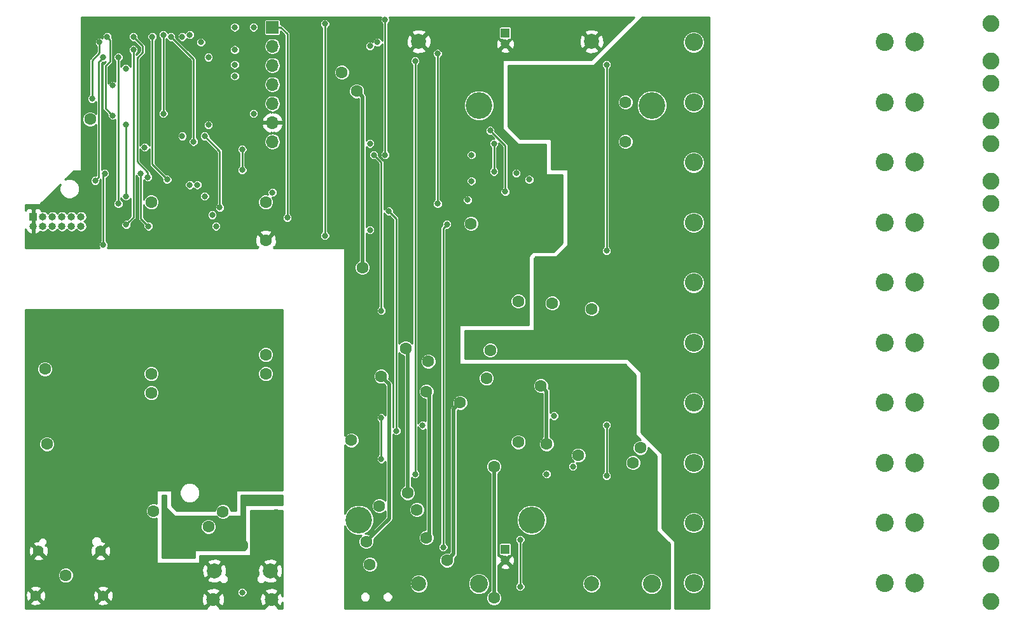
<source format=gbr>
G04 #@! TF.GenerationSoftware,KiCad,Pcbnew,5.0.2-bee76a0~70~ubuntu18.04.1*
G04 #@! TF.CreationDate,2019-01-05T16:01:42+00:00*
G04 #@! TF.ProjectId,OpenHardwareHolterMonitor,4f70656e-4861-4726-9477-617265486f6c,rev?*
G04 #@! TF.SameCoordinates,Original*
G04 #@! TF.FileFunction,Copper,L4,Inr*
G04 #@! TF.FilePolarity,Positive*
%FSLAX46Y46*%
G04 Gerber Fmt 4.6, Leading zero omitted, Abs format (unit mm)*
G04 Created by KiCad (PCBNEW 5.0.2-bee76a0~70~ubuntu18.04.1) date Sat 05 Jan 2019 04:01:42 PM GMT*
%MOMM*%
%LPD*%
G01*
G04 APERTURE LIST*
G04 #@! TA.AperFunction,ViaPad*
%ADD10C,2.390000*%
G04 #@! TD*
G04 #@! TA.AperFunction,ViaPad*
%ADD11C,3.550000*%
G04 #@! TD*
G04 #@! TA.AperFunction,ViaPad*
%ADD12C,2.000000*%
G04 #@! TD*
G04 #@! TA.AperFunction,ViaPad*
%ADD13O,1.000000X1.000000*%
G04 #@! TD*
G04 #@! TA.AperFunction,ViaPad*
%ADD14R,1.000000X1.000000*%
G04 #@! TD*
G04 #@! TA.AperFunction,ViaPad*
%ADD15C,1.600000*%
G04 #@! TD*
G04 #@! TA.AperFunction,ViaPad*
%ADD16C,2.250000*%
G04 #@! TD*
G04 #@! TA.AperFunction,ViaPad*
%ADD17C,2.500000*%
G04 #@! TD*
G04 #@! TA.AperFunction,ViaPad*
%ADD18C,2.400000*%
G04 #@! TD*
G04 #@! TA.AperFunction,ViaPad*
%ADD19O,2.400000X2.400000*%
G04 #@! TD*
G04 #@! TA.AperFunction,ViaPad*
%ADD20C,1.800000*%
G04 #@! TD*
G04 #@! TA.AperFunction,ViaPad*
%ADD21C,1.400000*%
G04 #@! TD*
G04 #@! TA.AperFunction,ViaPad*
%ADD22O,1.700000X1.700000*%
G04 #@! TD*
G04 #@! TA.AperFunction,ViaPad*
%ADD23R,1.700000X1.700000*%
G04 #@! TD*
G04 #@! TA.AperFunction,ViaPad*
%ADD24R,1.200000X1.200000*%
G04 #@! TD*
G04 #@! TA.AperFunction,ViaPad*
%ADD25C,1.200000*%
G04 #@! TD*
G04 #@! TA.AperFunction,ViaPad*
%ADD26C,0.800000*%
G04 #@! TD*
G04 #@! TA.AperFunction,Conductor*
%ADD27C,0.500000*%
G04 #@! TD*
G04 #@! TA.AperFunction,Conductor*
%ADD28C,0.250000*%
G04 #@! TD*
G04 #@! TA.AperFunction,Conductor*
%ADD29C,0.254000*%
G04 #@! TD*
G04 APERTURE END LIST*
D10*
G04 #@! TO.N,N/C*
G04 #@! TO.C,BT2*
X223000000Y-96110000D03*
D11*
X207000000Y-87600000D03*
X223000000Y-32400000D03*
D12*
G04 #@! TO.N,Net-(BT2-Pad1)*
X215000000Y-96110000D03*
G04 #@! TO.N,GND*
X215000000Y-23890000D03*
G04 #@! TD*
D10*
G04 #@! TO.N,N/C*
G04 #@! TO.C,BT1*
X200000000Y-96110000D03*
D11*
X184000000Y-87600000D03*
X200000000Y-32400000D03*
D12*
G04 #@! TO.N,Net-(BT1-Pad1)*
X192000000Y-96110000D03*
G04 #@! TO.N,GND*
X192000000Y-23890000D03*
G04 #@! TD*
D13*
G04 #@! TO.N,/IO39*
G04 #@! TO.C,J1*
X147040000Y-48500000D03*
G04 #@! TO.N,/IO36*
X147040000Y-47230000D03*
G04 #@! TO.N,/IO27*
X145770000Y-48500000D03*
G04 #@! TO.N,/IO15*
X145770000Y-47230000D03*
G04 #@! TO.N,/IO14*
X144500000Y-48500000D03*
G04 #@! TO.N,/IO13*
X144500000Y-47230000D03*
G04 #@! TO.N,/IO12*
X143230000Y-48500000D03*
G04 #@! TO.N,/IO4*
X143230000Y-47230000D03*
G04 #@! TO.N,/IO2*
X141960000Y-48500000D03*
G04 #@! TO.N,+3V3*
X141960000Y-47230000D03*
G04 #@! TO.N,GND*
X140690000Y-48500000D03*
D14*
X140690000Y-47230000D03*
G04 #@! TD*
D15*
G04 #@! TO.N,Net-(U7-Pad11)*
G04 #@! TO.C,U7*
X156380000Y-45300000D03*
G04 #@! TO.N,/power/V_ISO*
X171620000Y-45300000D03*
G04 #@! TO.N,GND*
X171620000Y-50380000D03*
G04 #@! TO.N,Net-(C41-Pad1)*
X156380000Y-70700000D03*
G04 #@! TO.N,Net-(C41-Pad2)*
X156380000Y-68160000D03*
G04 #@! TO.N,Net-(C41-Pad1)*
X171620000Y-68160000D03*
X171620000Y-65620000D03*
G04 #@! TD*
D16*
G04 #@! TO.N,N/C*
G04 #@! TO.C,J2*
X268200000Y-21500000D03*
X268200000Y-26500000D03*
D17*
G04 #@! TO.N,/ads1298/RLDOUT*
X258000000Y-24000000D03*
G04 #@! TD*
D16*
G04 #@! TO.N,N/C*
G04 #@! TO.C,J4*
X268200000Y-37500000D03*
X268200000Y-42500000D03*
D17*
G04 #@! TO.N,/ads1298/IN1_8N*
X258000000Y-40000000D03*
G04 #@! TD*
D16*
G04 #@! TO.N,N/C*
G04 #@! TO.C,J5*
X268200000Y-45500000D03*
X268200000Y-50500000D03*
D17*
G04 #@! TO.N,/ads1298/IN2P*
X258000000Y-48000000D03*
G04 #@! TD*
D16*
G04 #@! TO.N,N/C*
G04 #@! TO.C,J6*
X268200000Y-53500000D03*
X268200000Y-58500000D03*
D17*
G04 #@! TO.N,/ads1298/IN3P*
X258000000Y-56000000D03*
G04 #@! TD*
D16*
G04 #@! TO.N,N/C*
G04 #@! TO.C,J7*
X268200000Y-61500000D03*
X268200000Y-66500000D03*
D17*
G04 #@! TO.N,/ads1298/IN4P*
X258000000Y-64000000D03*
G04 #@! TD*
D16*
G04 #@! TO.N,N/C*
G04 #@! TO.C,J8*
X268200000Y-69500000D03*
X268200000Y-74500000D03*
D17*
G04 #@! TO.N,/ads1298/IN5P*
X258000000Y-72000000D03*
G04 #@! TD*
D16*
G04 #@! TO.N,N/C*
G04 #@! TO.C,J9*
X268200000Y-77500000D03*
X268200000Y-82500000D03*
D17*
G04 #@! TO.N,/ads1298/IN6P*
X258000000Y-80000000D03*
G04 #@! TD*
D16*
G04 #@! TO.N,N/C*
G04 #@! TO.C,J11*
X268200000Y-93500000D03*
X268200000Y-98500000D03*
D17*
G04 #@! TO.N,/ads1298/IN8P*
X258000000Y-96000000D03*
G04 #@! TD*
D18*
G04 #@! TO.N,/ads1298/IN6P*
G04 #@! TO.C,R24*
X254000000Y-80000000D03*
D19*
G04 #@! TO.N,Net-(C31-Pad1)*
X228600000Y-80000000D03*
G04 #@! TD*
D18*
G04 #@! TO.N,/ads1298/IN7P*
G04 #@! TO.C,R25*
X254000000Y-88000000D03*
D19*
G04 #@! TO.N,Net-(C32-Pad1)*
X228600000Y-88000000D03*
G04 #@! TD*
D18*
G04 #@! TO.N,/ads1298/IN8P*
G04 #@! TO.C,R26*
X254000000Y-96000000D03*
D19*
G04 #@! TO.N,Net-(C33-Pad1)*
X228600000Y-96000000D03*
G04 #@! TD*
D18*
G04 #@! TO.N,/ads1298/RLDOUT*
G04 #@! TO.C,R17*
X254000000Y-24000000D03*
D19*
G04 #@! TO.N,/ads1298/RLDOUT_FILT*
X228600000Y-24000000D03*
G04 #@! TD*
D18*
G04 #@! TO.N,/ads1298/INP1*
G04 #@! TO.C,R18*
X254000000Y-32000000D03*
D19*
G04 #@! TO.N,Net-(C25-Pad1)*
X228600000Y-32000000D03*
G04 #@! TD*
D18*
G04 #@! TO.N,/ads1298/IN1_8N*
G04 #@! TO.C,R19*
X254000000Y-40000000D03*
D19*
G04 #@! TO.N,Net-(C26-Pad1)*
X228600000Y-40000000D03*
G04 #@! TD*
D18*
G04 #@! TO.N,/ads1298/IN2P*
G04 #@! TO.C,R20*
X254000000Y-48000000D03*
D19*
G04 #@! TO.N,Net-(C27-Pad1)*
X228600000Y-48000000D03*
G04 #@! TD*
D18*
G04 #@! TO.N,/ads1298/IN3P*
G04 #@! TO.C,R21*
X254000000Y-56000000D03*
D19*
G04 #@! TO.N,Net-(C28-Pad1)*
X228600000Y-56000000D03*
G04 #@! TD*
D18*
G04 #@! TO.N,/ads1298/IN4P*
G04 #@! TO.C,R22*
X254000000Y-64000000D03*
D19*
G04 #@! TO.N,Net-(C29-Pad1)*
X228600000Y-64000000D03*
G04 #@! TD*
D18*
G04 #@! TO.N,/ads1298/IN5P*
G04 #@! TO.C,R23*
X254000000Y-72000000D03*
D19*
G04 #@! TO.N,Net-(C30-Pad1)*
X228600000Y-72000000D03*
G04 #@! TD*
D16*
G04 #@! TO.N,N/C*
G04 #@! TO.C,J10*
X268200000Y-85500000D03*
X268200000Y-90500000D03*
D17*
G04 #@! TO.N,/ads1298/IN7P*
X258000000Y-88000000D03*
G04 #@! TD*
D16*
G04 #@! TO.N,N/C*
G04 #@! TO.C,J3*
X268200000Y-29500000D03*
X268200000Y-34500000D03*
D17*
G04 #@! TO.N,/ads1298/INP1*
X258000000Y-32000000D03*
G04 #@! TD*
D20*
G04 #@! TO.N,GNDPWR*
G04 #@! TO.C,J12*
X172375000Y-98200000D03*
X164625000Y-98200000D03*
D12*
X172225000Y-94400000D03*
X164775000Y-94400000D03*
G04 #@! TD*
D21*
G04 #@! TO.N,GNDPWR*
G04 #@! TO.C,J13*
X141010000Y-97690000D03*
X149990000Y-97690000D03*
X149630000Y-91740000D03*
X141370000Y-91740000D03*
G04 #@! TD*
D22*
G04 #@! TO.N,/RTS*
G04 #@! TO.C,P1*
X172500000Y-37240000D03*
G04 #@! TO.N,GND*
X172500000Y-34700000D03*
G04 #@! TO.N,/CTS*
X172500000Y-32160000D03*
G04 #@! TO.N,/FTDI_V*
X172500000Y-29620000D03*
G04 #@! TO.N,/TXD0*
X172500000Y-27080000D03*
G04 #@! TO.N,/RXD0*
X172500000Y-24540000D03*
D23*
G04 #@! TO.N,/DTR*
X172500000Y-22000000D03*
G04 #@! TD*
D24*
G04 #@! TO.N,Net-(R31-Pad1)*
G04 #@! TO.C,TH1*
X203500000Y-22750000D03*
D25*
G04 #@! TO.N,GND*
X203500000Y-24250000D03*
G04 #@! TD*
D24*
G04 #@! TO.N,Net-(R32-Pad1)*
G04 #@! TO.C,TH2*
X203500000Y-91500000D03*
D25*
G04 #@! TO.N,GND*
X203500000Y-93000000D03*
G04 #@! TD*
D15*
G04 #@! TO.N,GND*
X163000000Y-46000000D03*
X159750000Y-31250000D03*
X214000000Y-47500000D03*
D26*
X219500000Y-57000000D03*
D15*
X213221423Y-61500000D03*
X213250000Y-55500000D03*
X203300000Y-55500000D03*
X218250000Y-28600000D03*
X218250000Y-33550000D03*
X211800000Y-33500000D03*
X209750000Y-28500000D03*
X206250000Y-33000000D03*
X226000000Y-22000000D03*
X193000000Y-98000000D03*
X221500000Y-86500000D03*
X216000000Y-98000000D03*
D26*
X206500000Y-80500000D03*
X194500000Y-79500000D03*
X194500000Y-72500000D03*
D15*
X182000000Y-43000000D03*
D26*
X169000000Y-42000000D03*
X159000000Y-46274990D03*
X177000000Y-23900001D03*
X190775000Y-31500000D03*
X155500000Y-51000000D03*
X151000000Y-43500000D03*
D15*
X199500000Y-63250000D03*
X206000000Y-39250000D03*
X229000002Y-29250000D03*
X229000000Y-37500000D03*
X229000000Y-45500000D03*
X229000000Y-53500000D03*
X229000000Y-61500000D03*
X229000000Y-69500000D03*
X228999998Y-77500000D03*
X229000000Y-93500006D03*
X229000000Y-85500000D03*
X202300000Y-52000000D03*
X211000000Y-83250000D03*
X183000000Y-93000000D03*
X200250000Y-75250000D03*
X215250000Y-75749992D03*
X183066661Y-84986655D03*
X177750000Y-32000000D03*
X186000000Y-28500000D03*
X169500000Y-36000000D03*
X148250000Y-36500000D03*
X148000000Y-25250000D03*
X214500000Y-42500000D03*
X213000000Y-41250000D03*
X215500000Y-41000000D03*
X208250000Y-62750012D03*
X210000000Y-47250008D03*
X197899564Y-85659898D03*
X192900000Y-36025000D03*
X197750000Y-68969999D03*
G04 #@! TO.N,+3V3*
X215000000Y-59500000D03*
X205250000Y-58500000D03*
X219500000Y-32000000D03*
X219500000Y-37250000D03*
X202000000Y-98000000D03*
D26*
X199000000Y-42500000D03*
D15*
X201500000Y-65000000D03*
X201000000Y-68750000D03*
X202000000Y-80500016D03*
X181750000Y-28000000D03*
X148249998Y-34250000D03*
X209750002Y-58750000D03*
X198945293Y-48167940D03*
G04 #@! TO.N,/power/MUX_POWER_OUT*
X142500000Y-77500000D03*
X142225000Y-67500000D03*
G04 #@! TO.N,GNDPWR*
X157000000Y-76000000D03*
X170500000Y-92500000D03*
X158500000Y-74750000D03*
X150000000Y-76000000D03*
X153000000Y-82000000D03*
X153500000Y-63000000D03*
X162000000Y-61000000D03*
X164000000Y-88500000D03*
X173000000Y-87000000D03*
X163000000Y-67750000D03*
X171999988Y-81750000D03*
G04 #@! TO.N,/power/USB_C_IN*
X156675000Y-86425000D03*
X165925000Y-86500000D03*
G04 #@! TO.N,/power/USB_MICRO_IN*
X168500000Y-91000000D03*
X169250000Y-85000000D03*
G04 #@! TO.N,Net-(C40-Pad1)*
X197500000Y-72000000D03*
X185485270Y-93549952D03*
X195750000Y-93000000D03*
G04 #@! TO.N,/power/REGULATOR_IN*
X187000000Y-68500000D03*
X221500000Y-78000000D03*
X209000000Y-77500000D03*
X193250000Y-66500000D03*
X208250000Y-69750000D03*
X185000000Y-90500000D03*
G04 #@! TO.N,/FTDI_V*
X184500000Y-54000000D03*
X183750000Y-30500000D03*
G04 #@! TO.N,/power/V_ISO*
X183000000Y-77000000D03*
X205250000Y-77249978D03*
D26*
G04 #@! TO.N,+5V*
X168500000Y-97250000D03*
D15*
G04 #@! TO.N,+5C*
X145000000Y-95000000D03*
D26*
G04 #@! TO.N,/IO2*
X167500000Y-25000000D03*
X154000000Y-25000000D03*
X153026682Y-48282349D03*
G04 #@! TO.N,/IO4*
X163000000Y-24000000D03*
X148919135Y-42419135D03*
X150000000Y-26000014D03*
G04 #@! TO.N,/IO12*
X164500000Y-47000000D03*
G04 #@! TO.N,/IO13*
X153000000Y-35000000D03*
X164000000Y-35000000D03*
X153012660Y-44512660D03*
G04 #@! TO.N,/IO14*
X162500000Y-43000000D03*
G04 #@! TO.N,/IO15*
X164000000Y-26000000D03*
X152000000Y-45500000D03*
X152000000Y-26000002D03*
G04 #@! TO.N,/IO27*
X161500000Y-43000000D03*
G04 #@! TO.N,/DTR*
X174500000Y-47375001D03*
G04 #@! TO.N,/RXD0*
X153000000Y-27500000D03*
G04 #@! TO.N,/TXD0*
X151249998Y-29750000D03*
G04 #@! TO.N,/EN*
X185500000Y-49000000D03*
X150000000Y-50999974D03*
X150192788Y-41486324D03*
G04 #@! TO.N,/IO0*
X179500000Y-21549999D03*
X170000000Y-22000000D03*
X167500000Y-22000000D03*
X179500000Y-49750000D03*
G04 #@! TO.N,/Enable_vbat_read*
X163500000Y-44500000D03*
X172500000Y-44000000D03*
G04 #@! TO.N,/MOSI*
X199000000Y-39000000D03*
X149500000Y-24000000D03*
X148500000Y-31500000D03*
G04 #@! TO.N,/CLK*
X170000000Y-33500000D03*
X158000000Y-33500000D03*
X158000000Y-23000000D03*
G04 #@! TO.N,/ads1298/ADS_SCLK*
X203500000Y-43900000D03*
X201500000Y-35750000D03*
G04 #@! TO.N,/ads1298/ADS_~CS~*
X202000000Y-41225000D03*
X202000000Y-37500000D03*
G04 #@! TO.N,/read_bat_1*
X156000000Y-48500000D03*
X165000000Y-48500000D03*
X205500000Y-96500000D03*
X155000008Y-41500000D03*
X195750000Y-48250000D03*
X195250000Y-91250004D03*
X205500000Y-90250000D03*
G04 #@! TO.N,/read_bat_2*
X155500000Y-38000000D03*
X187000000Y-59750000D03*
X186000000Y-39000000D03*
G04 #@! TO.N,/MISO*
X198500000Y-45000000D03*
X158509735Y-42275000D03*
X156500000Y-23275000D03*
G04 #@! TO.N,Net-(R29-Pad1)*
X187000000Y-74025000D03*
X187000000Y-79500000D03*
G04 #@! TO.N,Net-(R30-Pad1)*
X217000000Y-75000000D03*
X217000000Y-81750000D03*
G04 #@! TO.N,Net-(R31-Pad2)*
X191500000Y-81500000D03*
X191500000Y-26500000D03*
G04 #@! TO.N,Net-(R32-Pad2)*
X209000000Y-81500000D03*
X212500000Y-80500000D03*
G04 #@! TO.N,/ads1298/RLDOUT_FILT*
X217000000Y-51750000D03*
X217000000Y-27000000D03*
G04 #@! TO.N,/~CS~*
X159000000Y-23275000D03*
X185500000Y-37500000D03*
X162000006Y-37250000D03*
G04 #@! TO.N,/~DRDY~_IN*
X194500000Y-45500000D03*
X161500000Y-23000000D03*
X194500000Y-25499990D03*
G04 #@! TO.N,/START_OUT*
X160500000Y-23275000D03*
X187500000Y-21000000D03*
X187500000Y-39000000D03*
G04 #@! TO.N,/~RESET~_OUT*
X206700000Y-42275000D03*
X155910000Y-41962347D03*
X154000000Y-23275000D03*
G04 #@! TO.N,/~PWDN~_OUT*
X204962656Y-41437336D03*
X168500000Y-41000000D03*
X168500000Y-38275000D03*
X150500000Y-23275000D03*
X151250000Y-33750000D03*
G04 #@! TO.N,/SD_DAT1*
X167500000Y-27000000D03*
X186500000Y-24000000D03*
G04 #@! TO.N,/SD_DAT0*
X167500000Y-28500000D03*
X185500000Y-24500000D03*
D15*
G04 #@! TO.N,Net-(BT1-Pad1)*
X193000000Y-90000000D03*
X193000000Y-70500000D03*
G04 #@! TO.N,Net-(D12-Pad2)*
X220500000Y-80000000D03*
X213250000Y-79000000D03*
G04 #@! TO.N,Net-(D6-Pad2)*
X190500000Y-84000000D03*
X190250008Y-64750000D03*
G04 #@! TO.N,Net-(Q10-Pad2)*
X186750000Y-85750000D03*
X191750008Y-86250000D03*
D26*
G04 #@! TO.N,/Enable_Charging*
X192500000Y-75000000D03*
X160500000Y-36500000D03*
X163500000Y-36500000D03*
X165500000Y-46000000D03*
X188000000Y-46500000D03*
X209999992Y-73750000D03*
X189000000Y-75750000D03*
G04 #@! TD*
D27*
G04 #@! TO.N,+3V3*
X202000000Y-98000000D02*
X202000000Y-80500016D01*
G04 #@! TO.N,/power/USB_MICRO_IN*
X168500000Y-85750000D02*
X168500000Y-91000000D01*
X169250000Y-85000000D02*
X168500000Y-85750000D01*
G04 #@! TO.N,Net-(C40-Pad1)*
X197500000Y-72000000D02*
X196649562Y-72850438D01*
X196549999Y-92200001D02*
X195750000Y-93000000D01*
X196649562Y-92100438D02*
X196549999Y-92200001D01*
X196649562Y-72850438D02*
X196649562Y-92100438D01*
G04 #@! TO.N,/power/REGULATOR_IN*
X209000000Y-77500000D02*
X209000000Y-70500000D01*
X209000000Y-70500000D02*
X208649999Y-70149999D01*
X208649999Y-70149999D02*
X208250000Y-69750000D01*
X185799999Y-89700001D02*
X185000000Y-90500000D01*
X188049999Y-69549999D02*
X188049999Y-87450001D01*
X188049999Y-87450001D02*
X185799999Y-89700001D01*
X187000000Y-68500000D02*
X188049999Y-69549999D01*
G04 #@! TO.N,/FTDI_V*
X184500000Y-54000000D02*
X184500000Y-31250000D01*
X184500000Y-31250000D02*
X183750000Y-30500000D01*
D28*
G04 #@! TO.N,/IO2*
X153426681Y-47882350D02*
X153026682Y-48282349D01*
X154000000Y-47309031D02*
X153426681Y-47882350D01*
X154000000Y-25000000D02*
X154000000Y-47309031D01*
G04 #@! TO.N,/IO4*
X149399999Y-41938271D02*
X149399999Y-26600015D01*
X148919135Y-42419135D02*
X149399999Y-41938271D01*
X149600001Y-26400013D02*
X150000000Y-26000014D01*
X149399999Y-26600015D02*
X149600001Y-26400013D01*
G04 #@! TO.N,/IO13*
X153000000Y-44500000D02*
X153012660Y-44512660D01*
X153000000Y-35000000D02*
X153000000Y-44500000D01*
G04 #@! TO.N,/IO15*
X152000000Y-45500000D02*
X152000000Y-26000002D01*
G04 #@! TO.N,/DTR*
X174500000Y-46809316D02*
X174500000Y-47375001D01*
X173600000Y-22000000D02*
X174500000Y-22900000D01*
X174500000Y-22900000D02*
X174500000Y-46809316D01*
X172500000Y-22000000D02*
X173600000Y-22000000D01*
G04 #@! TO.N,/EN*
X150000000Y-50999974D02*
X150000000Y-41679112D01*
X150000000Y-41679112D02*
X150192788Y-41486324D01*
G04 #@! TO.N,/IO0*
X179500000Y-21574989D02*
X179500000Y-49750000D01*
G04 #@! TO.N,/MOSI*
X148500000Y-26426996D02*
X148500000Y-30934315D01*
X149500000Y-25426996D02*
X148500000Y-26426996D01*
X148500000Y-30934315D02*
X148500000Y-31500000D01*
X149500000Y-24000000D02*
X149500000Y-25426996D01*
G04 #@! TO.N,/CLK*
X158000000Y-33500000D02*
X158000000Y-23000000D01*
G04 #@! TO.N,/ads1298/ADS_SCLK*
X203500000Y-37750000D02*
X201899999Y-36149999D01*
X201899999Y-36149999D02*
X201500000Y-35750000D01*
X203500000Y-43900000D02*
X203500000Y-37750000D01*
G04 #@! TO.N,/ads1298/ADS_~CS~*
X202000000Y-41225000D02*
X202000000Y-37500000D01*
G04 #@! TO.N,/read_bat_1*
X156000000Y-48500000D02*
X155000008Y-47500008D01*
X155000008Y-47500008D02*
X155000008Y-42065685D01*
X155000008Y-42065685D02*
X155000008Y-41500000D01*
X195750000Y-48250000D02*
X195250000Y-48750000D01*
X195250000Y-90684319D02*
X195250000Y-91250004D01*
X195250000Y-48750000D02*
X195250000Y-90684319D01*
X205500000Y-90250000D02*
X205500000Y-96500000D01*
G04 #@! TO.N,/read_bat_2*
X187000000Y-59750000D02*
X187000000Y-40000000D01*
X187000000Y-40000000D02*
X186000000Y-39000000D01*
G04 #@! TO.N,/MISO*
X158509735Y-42275000D02*
X156500000Y-40265265D01*
X156500000Y-40265265D02*
X156500000Y-23275000D01*
G04 #@! TO.N,Net-(R29-Pad1)*
X187000000Y-74025000D02*
X187000000Y-79500000D01*
G04 #@! TO.N,Net-(R30-Pad1)*
X217000000Y-75000000D02*
X217000000Y-81750000D01*
G04 #@! TO.N,Net-(R31-Pad2)*
X191500000Y-81500000D02*
X191500000Y-26500000D01*
G04 #@! TO.N,/ads1298/RLDOUT_FILT*
X217000000Y-51750000D02*
X217000000Y-27000000D01*
G04 #@! TO.N,/~CS~*
X162000006Y-36684315D02*
X162000006Y-37250000D01*
X162000006Y-26275006D02*
X162000006Y-36684315D01*
X159000000Y-23275000D02*
X162000006Y-26275006D01*
G04 #@! TO.N,/~DRDY~_IN*
X194500000Y-45500000D02*
X194500000Y-25499990D01*
G04 #@! TO.N,/START_OUT*
X187500000Y-21000000D02*
X187500000Y-39000000D01*
G04 #@! TO.N,/~RESET~_OUT*
X155910000Y-41962347D02*
X155910000Y-41336990D01*
X154500000Y-39926990D02*
X154500000Y-26073002D01*
X155910000Y-41336990D02*
X154500000Y-39926990D01*
X154500000Y-26073002D02*
X155225001Y-25348001D01*
X155225001Y-25348001D02*
X155225001Y-24500001D01*
X155225001Y-24500001D02*
X154000000Y-23275000D01*
G04 #@! TO.N,/~PWDN~_OUT*
X168500000Y-41000000D02*
X168500000Y-38275000D01*
X150274999Y-32774999D02*
X150850001Y-33350001D01*
X150899999Y-23674999D02*
X150899999Y-26526999D01*
X150274999Y-27151999D02*
X150274999Y-32774999D01*
X150899999Y-26526999D02*
X150274999Y-27151999D01*
X150850001Y-33350001D02*
X151250000Y-33750000D01*
X150500000Y-23275000D02*
X150899999Y-23674999D01*
D27*
G04 #@! TO.N,Net-(BT1-Pad1)*
X193399999Y-70899999D02*
X193000000Y-70500000D01*
X193000000Y-90000000D02*
X193399999Y-89600001D01*
X193399999Y-89600001D02*
X193399999Y-70899999D01*
G04 #@! TO.N,Net-(D6-Pad2)*
X190500000Y-84000000D02*
X190500000Y-66000000D01*
X190500000Y-66000000D02*
X190500000Y-64999992D01*
X190500000Y-64999992D02*
X190250008Y-64750000D01*
D28*
G04 #@! TO.N,/Enable_Charging*
X163500000Y-36500000D02*
X165500000Y-38500000D01*
X165500000Y-38500000D02*
X165500000Y-46000000D01*
X188000000Y-46500000D02*
X189000000Y-47500000D01*
X189000000Y-75184315D02*
X189000000Y-75750000D01*
X189000000Y-47500000D02*
X189000000Y-75184315D01*
G04 #@! TD*
D29*
G04 #@! TO.N,/power/USB_MICRO_IN*
G36*
X158373000Y-86000000D02*
X158382667Y-86048601D01*
X158410197Y-86089803D01*
X159410197Y-87089803D01*
X159451399Y-87117333D01*
X159500000Y-87127000D01*
X165057177Y-87127000D01*
X165326258Y-87396081D01*
X165714750Y-87557000D01*
X166135250Y-87557000D01*
X166523742Y-87396081D01*
X166792823Y-87127000D01*
X168250000Y-87127000D01*
X168298601Y-87117333D01*
X168339803Y-87089803D01*
X168367333Y-87048601D01*
X168377000Y-87000000D01*
X168377000Y-84377000D01*
X173873000Y-84377000D01*
X173873000Y-85623000D01*
X169000000Y-85623000D01*
X168951399Y-85632667D01*
X168910197Y-85660197D01*
X168882667Y-85701399D01*
X168873000Y-85750000D01*
X168873000Y-91623000D01*
X162250000Y-91623000D01*
X162201399Y-91632667D01*
X162160197Y-91660197D01*
X162132667Y-91701399D01*
X162123000Y-91750000D01*
X162123000Y-92623000D01*
X157877000Y-92623000D01*
X157877000Y-88289750D01*
X162943000Y-88289750D01*
X162943000Y-88710250D01*
X163103919Y-89098742D01*
X163401258Y-89396081D01*
X163789750Y-89557000D01*
X164210250Y-89557000D01*
X164598742Y-89396081D01*
X164896081Y-89098742D01*
X165057000Y-88710250D01*
X165057000Y-88289750D01*
X164896081Y-87901258D01*
X164598742Y-87603919D01*
X164210250Y-87443000D01*
X163789750Y-87443000D01*
X163401258Y-87603919D01*
X163103919Y-87901258D01*
X162943000Y-88289750D01*
X157877000Y-88289750D01*
X157877000Y-84377000D01*
X158373000Y-84377000D01*
X158373000Y-86000000D01*
X158373000Y-86000000D01*
G37*
X158373000Y-86000000D02*
X158382667Y-86048601D01*
X158410197Y-86089803D01*
X159410197Y-87089803D01*
X159451399Y-87117333D01*
X159500000Y-87127000D01*
X165057177Y-87127000D01*
X165326258Y-87396081D01*
X165714750Y-87557000D01*
X166135250Y-87557000D01*
X166523742Y-87396081D01*
X166792823Y-87127000D01*
X168250000Y-87127000D01*
X168298601Y-87117333D01*
X168339803Y-87089803D01*
X168367333Y-87048601D01*
X168377000Y-87000000D01*
X168377000Y-84377000D01*
X173873000Y-84377000D01*
X173873000Y-85623000D01*
X169000000Y-85623000D01*
X168951399Y-85632667D01*
X168910197Y-85660197D01*
X168882667Y-85701399D01*
X168873000Y-85750000D01*
X168873000Y-91623000D01*
X162250000Y-91623000D01*
X162201399Y-91632667D01*
X162160197Y-91660197D01*
X162132667Y-91701399D01*
X162123000Y-91750000D01*
X162123000Y-92623000D01*
X157877000Y-92623000D01*
X157877000Y-88289750D01*
X162943000Y-88289750D01*
X162943000Y-88710250D01*
X163103919Y-89098742D01*
X163401258Y-89396081D01*
X163789750Y-89557000D01*
X164210250Y-89557000D01*
X164598742Y-89396081D01*
X164896081Y-89098742D01*
X165057000Y-88710250D01*
X165057000Y-88289750D01*
X164896081Y-87901258D01*
X164598742Y-87603919D01*
X164210250Y-87443000D01*
X163789750Y-87443000D01*
X163401258Y-87603919D01*
X163103919Y-87901258D01*
X162943000Y-88289750D01*
X157877000Y-88289750D01*
X157877000Y-84377000D01*
X158373000Y-84377000D01*
X158373000Y-86000000D01*
G04 #@! TO.N,GND*
G36*
X230623000Y-99373000D02*
X226127000Y-99373000D01*
X226127000Y-96000000D01*
X227114456Y-96000000D01*
X227227536Y-96568493D01*
X227549562Y-97050438D01*
X228031507Y-97372464D01*
X228456499Y-97457000D01*
X228743501Y-97457000D01*
X229168493Y-97372464D01*
X229650438Y-97050438D01*
X229972464Y-96568493D01*
X230085544Y-96000000D01*
X229972464Y-95431507D01*
X229650438Y-94949562D01*
X229168493Y-94627536D01*
X228743501Y-94543000D01*
X228456499Y-94543000D01*
X228031507Y-94627536D01*
X227549562Y-94949562D01*
X227227536Y-95431507D01*
X227114456Y-96000000D01*
X226127000Y-96000000D01*
X226127000Y-90500000D01*
X226117333Y-90451399D01*
X226089803Y-90410197D01*
X224377000Y-88697394D01*
X224377000Y-88000000D01*
X227114456Y-88000000D01*
X227227536Y-88568493D01*
X227549562Y-89050438D01*
X228031507Y-89372464D01*
X228456499Y-89457000D01*
X228743501Y-89457000D01*
X229168493Y-89372464D01*
X229650438Y-89050438D01*
X229972464Y-88568493D01*
X230085544Y-88000000D01*
X229972464Y-87431507D01*
X229650438Y-86949562D01*
X229168493Y-86627536D01*
X228743501Y-86543000D01*
X228456499Y-86543000D01*
X228031507Y-86627536D01*
X227549562Y-86949562D01*
X227227536Y-87431507D01*
X227114456Y-88000000D01*
X224377000Y-88000000D01*
X224377000Y-80000000D01*
X227114456Y-80000000D01*
X227227536Y-80568493D01*
X227549562Y-81050438D01*
X228031507Y-81372464D01*
X228456499Y-81457000D01*
X228743501Y-81457000D01*
X229168493Y-81372464D01*
X229650438Y-81050438D01*
X229972464Y-80568493D01*
X230085544Y-80000000D01*
X229972464Y-79431507D01*
X229650438Y-78949562D01*
X229168493Y-78627536D01*
X228743501Y-78543000D01*
X228456499Y-78543000D01*
X228031507Y-78627536D01*
X227549562Y-78949562D01*
X227227536Y-79431507D01*
X227114456Y-80000000D01*
X224377000Y-80000000D01*
X224377000Y-78750000D01*
X224367333Y-78701399D01*
X224339803Y-78660197D01*
X221627000Y-75947394D01*
X221627000Y-72000000D01*
X227114456Y-72000000D01*
X227227536Y-72568493D01*
X227549562Y-73050438D01*
X228031507Y-73372464D01*
X228456499Y-73457000D01*
X228743501Y-73457000D01*
X229168493Y-73372464D01*
X229650438Y-73050438D01*
X229972464Y-72568493D01*
X230085544Y-72000000D01*
X229972464Y-71431507D01*
X229650438Y-70949562D01*
X229168493Y-70627536D01*
X228743501Y-70543000D01*
X228456499Y-70543000D01*
X228031507Y-70627536D01*
X227549562Y-70949562D01*
X227227536Y-71431507D01*
X227114456Y-72000000D01*
X221627000Y-72000000D01*
X221627000Y-68000000D01*
X221617333Y-67951399D01*
X221589803Y-67910197D01*
X219839803Y-66160197D01*
X219798601Y-66132667D01*
X219750000Y-66123000D01*
X198127000Y-66123000D01*
X198127000Y-64789750D01*
X200443000Y-64789750D01*
X200443000Y-65210250D01*
X200603919Y-65598742D01*
X200901258Y-65896081D01*
X201289750Y-66057000D01*
X201710250Y-66057000D01*
X202098742Y-65896081D01*
X202396081Y-65598742D01*
X202557000Y-65210250D01*
X202557000Y-64789750D01*
X202396081Y-64401258D01*
X202098742Y-64103919D01*
X201847860Y-64000000D01*
X227114456Y-64000000D01*
X227227536Y-64568493D01*
X227549562Y-65050438D01*
X228031507Y-65372464D01*
X228456499Y-65457000D01*
X228743501Y-65457000D01*
X229168493Y-65372464D01*
X229650438Y-65050438D01*
X229972464Y-64568493D01*
X230085544Y-64000000D01*
X229972464Y-63431507D01*
X229650438Y-62949562D01*
X229168493Y-62627536D01*
X228743501Y-62543000D01*
X228456499Y-62543000D01*
X228031507Y-62627536D01*
X227549562Y-62949562D01*
X227227536Y-63431507D01*
X227114456Y-64000000D01*
X201847860Y-64000000D01*
X201710250Y-63943000D01*
X201289750Y-63943000D01*
X200901258Y-64103919D01*
X200603919Y-64401258D01*
X200443000Y-64789750D01*
X198127000Y-64789750D01*
X198127000Y-62377000D01*
X207250000Y-62377000D01*
X207298601Y-62367333D01*
X207339803Y-62339803D01*
X207367333Y-62298601D01*
X207377000Y-62250000D01*
X207377000Y-58539750D01*
X208693002Y-58539750D01*
X208693002Y-58960250D01*
X208853921Y-59348742D01*
X209151260Y-59646081D01*
X209539752Y-59807000D01*
X209960252Y-59807000D01*
X210348744Y-59646081D01*
X210646083Y-59348742D01*
X210670518Y-59289750D01*
X213943000Y-59289750D01*
X213943000Y-59710250D01*
X214103919Y-60098742D01*
X214401258Y-60396081D01*
X214789750Y-60557000D01*
X215210250Y-60557000D01*
X215598742Y-60396081D01*
X215896081Y-60098742D01*
X216057000Y-59710250D01*
X216057000Y-59289750D01*
X215896081Y-58901258D01*
X215598742Y-58603919D01*
X215210250Y-58443000D01*
X214789750Y-58443000D01*
X214401258Y-58603919D01*
X214103919Y-58901258D01*
X213943000Y-59289750D01*
X210670518Y-59289750D01*
X210807002Y-58960250D01*
X210807002Y-58539750D01*
X210646083Y-58151258D01*
X210348744Y-57853919D01*
X209960252Y-57693000D01*
X209539752Y-57693000D01*
X209151260Y-57853919D01*
X208853921Y-58151258D01*
X208693002Y-58539750D01*
X207377000Y-58539750D01*
X207377000Y-56000000D01*
X227114456Y-56000000D01*
X227227536Y-56568493D01*
X227549562Y-57050438D01*
X228031507Y-57372464D01*
X228456499Y-57457000D01*
X228743501Y-57457000D01*
X229168493Y-57372464D01*
X229650438Y-57050438D01*
X229972464Y-56568493D01*
X230085544Y-56000000D01*
X229972464Y-55431507D01*
X229650438Y-54949562D01*
X229168493Y-54627536D01*
X228743501Y-54543000D01*
X228456499Y-54543000D01*
X228031507Y-54627536D01*
X227549562Y-54949562D01*
X227227536Y-55431507D01*
X227114456Y-56000000D01*
X207377000Y-56000000D01*
X207377000Y-52802606D01*
X207552606Y-52627000D01*
X210250000Y-52627000D01*
X210298601Y-52617333D01*
X210339803Y-52589803D01*
X211839803Y-51089803D01*
X211867333Y-51048601D01*
X211877000Y-51000000D01*
X211877000Y-41000000D01*
X211867333Y-40951399D01*
X211839803Y-40910197D01*
X211798601Y-40882667D01*
X211750000Y-40873000D01*
X209627000Y-40873000D01*
X209627000Y-37000000D01*
X209617333Y-36951399D01*
X209589803Y-36910197D01*
X209548601Y-36882667D01*
X209500000Y-36873000D01*
X205552606Y-36873000D01*
X203877000Y-35197394D01*
X203877000Y-27127000D01*
X215250000Y-27127000D01*
X215298601Y-27117333D01*
X215339803Y-27089803D01*
X215560291Y-26869315D01*
X216343000Y-26869315D01*
X216343000Y-27130685D01*
X216443023Y-27372160D01*
X216618001Y-27547138D01*
X216618000Y-51202863D01*
X216443023Y-51377840D01*
X216343000Y-51619315D01*
X216343000Y-51880685D01*
X216443023Y-52122160D01*
X216627840Y-52306977D01*
X216869315Y-52407000D01*
X217130685Y-52407000D01*
X217372160Y-52306977D01*
X217556977Y-52122160D01*
X217657000Y-51880685D01*
X217657000Y-51619315D01*
X217556977Y-51377840D01*
X217382000Y-51202863D01*
X217382000Y-48000000D01*
X227114456Y-48000000D01*
X227227536Y-48568493D01*
X227549562Y-49050438D01*
X228031507Y-49372464D01*
X228456499Y-49457000D01*
X228743501Y-49457000D01*
X229168493Y-49372464D01*
X229650438Y-49050438D01*
X229972464Y-48568493D01*
X230085544Y-48000000D01*
X229972464Y-47431507D01*
X229650438Y-46949562D01*
X229168493Y-46627536D01*
X228743501Y-46543000D01*
X228456499Y-46543000D01*
X228031507Y-46627536D01*
X227549562Y-46949562D01*
X227227536Y-47431507D01*
X227114456Y-48000000D01*
X217382000Y-48000000D01*
X217382000Y-40000000D01*
X227114456Y-40000000D01*
X227227536Y-40568493D01*
X227549562Y-41050438D01*
X228031507Y-41372464D01*
X228456499Y-41457000D01*
X228743501Y-41457000D01*
X229168493Y-41372464D01*
X229650438Y-41050438D01*
X229972464Y-40568493D01*
X230085544Y-40000000D01*
X229972464Y-39431507D01*
X229650438Y-38949562D01*
X229168493Y-38627536D01*
X228743501Y-38543000D01*
X228456499Y-38543000D01*
X228031507Y-38627536D01*
X227549562Y-38949562D01*
X227227536Y-39431507D01*
X227114456Y-40000000D01*
X217382000Y-40000000D01*
X217382000Y-37039750D01*
X218443000Y-37039750D01*
X218443000Y-37460250D01*
X218603919Y-37848742D01*
X218901258Y-38146081D01*
X219289750Y-38307000D01*
X219710250Y-38307000D01*
X220098742Y-38146081D01*
X220396081Y-37848742D01*
X220557000Y-37460250D01*
X220557000Y-37039750D01*
X220396081Y-36651258D01*
X220098742Y-36353919D01*
X219710250Y-36193000D01*
X219289750Y-36193000D01*
X218901258Y-36353919D01*
X218603919Y-36651258D01*
X218443000Y-37039750D01*
X217382000Y-37039750D01*
X217382000Y-31789750D01*
X218443000Y-31789750D01*
X218443000Y-32210250D01*
X218603919Y-32598742D01*
X218901258Y-32896081D01*
X219289750Y-33057000D01*
X219710250Y-33057000D01*
X220098742Y-32896081D01*
X220396081Y-32598742D01*
X220557000Y-32210250D01*
X220557000Y-31995810D01*
X220968000Y-31995810D01*
X220968000Y-32804190D01*
X221277354Y-33551035D01*
X221848965Y-34122646D01*
X222595810Y-34432000D01*
X223404190Y-34432000D01*
X224151035Y-34122646D01*
X224722646Y-33551035D01*
X225032000Y-32804190D01*
X225032000Y-32000000D01*
X227114456Y-32000000D01*
X227227536Y-32568493D01*
X227549562Y-33050438D01*
X228031507Y-33372464D01*
X228456499Y-33457000D01*
X228743501Y-33457000D01*
X229168493Y-33372464D01*
X229650438Y-33050438D01*
X229972464Y-32568493D01*
X230085544Y-32000000D01*
X229972464Y-31431507D01*
X229650438Y-30949562D01*
X229168493Y-30627536D01*
X228743501Y-30543000D01*
X228456499Y-30543000D01*
X228031507Y-30627536D01*
X227549562Y-30949562D01*
X227227536Y-31431507D01*
X227114456Y-32000000D01*
X225032000Y-32000000D01*
X225032000Y-31995810D01*
X224722646Y-31248965D01*
X224151035Y-30677354D01*
X223404190Y-30368000D01*
X222595810Y-30368000D01*
X221848965Y-30677354D01*
X221277354Y-31248965D01*
X220968000Y-31995810D01*
X220557000Y-31995810D01*
X220557000Y-31789750D01*
X220396081Y-31401258D01*
X220098742Y-31103919D01*
X219710250Y-30943000D01*
X219289750Y-30943000D01*
X218901258Y-31103919D01*
X218603919Y-31401258D01*
X218443000Y-31789750D01*
X217382000Y-31789750D01*
X217382000Y-27547137D01*
X217556977Y-27372160D01*
X217657000Y-27130685D01*
X217657000Y-26869315D01*
X217556977Y-26627840D01*
X217372160Y-26443023D01*
X217130685Y-26343000D01*
X216869315Y-26343000D01*
X216627840Y-26443023D01*
X216443023Y-26627840D01*
X216343000Y-26869315D01*
X215560291Y-26869315D01*
X218429606Y-24000000D01*
X227114456Y-24000000D01*
X227227536Y-24568493D01*
X227549562Y-25050438D01*
X228031507Y-25372464D01*
X228456499Y-25457000D01*
X228743501Y-25457000D01*
X229168493Y-25372464D01*
X229650438Y-25050438D01*
X229972464Y-24568493D01*
X230085544Y-24000000D01*
X229972464Y-23431507D01*
X229650438Y-22949562D01*
X229168493Y-22627536D01*
X228743501Y-22543000D01*
X228456499Y-22543000D01*
X228031507Y-22627536D01*
X227549562Y-22949562D01*
X227227536Y-23431507D01*
X227114456Y-24000000D01*
X218429606Y-24000000D01*
X221802606Y-20627000D01*
X230623000Y-20627000D01*
X230623000Y-99373000D01*
X230623000Y-99373000D01*
G37*
X230623000Y-99373000D02*
X226127000Y-99373000D01*
X226127000Y-96000000D01*
X227114456Y-96000000D01*
X227227536Y-96568493D01*
X227549562Y-97050438D01*
X228031507Y-97372464D01*
X228456499Y-97457000D01*
X228743501Y-97457000D01*
X229168493Y-97372464D01*
X229650438Y-97050438D01*
X229972464Y-96568493D01*
X230085544Y-96000000D01*
X229972464Y-95431507D01*
X229650438Y-94949562D01*
X229168493Y-94627536D01*
X228743501Y-94543000D01*
X228456499Y-94543000D01*
X228031507Y-94627536D01*
X227549562Y-94949562D01*
X227227536Y-95431507D01*
X227114456Y-96000000D01*
X226127000Y-96000000D01*
X226127000Y-90500000D01*
X226117333Y-90451399D01*
X226089803Y-90410197D01*
X224377000Y-88697394D01*
X224377000Y-88000000D01*
X227114456Y-88000000D01*
X227227536Y-88568493D01*
X227549562Y-89050438D01*
X228031507Y-89372464D01*
X228456499Y-89457000D01*
X228743501Y-89457000D01*
X229168493Y-89372464D01*
X229650438Y-89050438D01*
X229972464Y-88568493D01*
X230085544Y-88000000D01*
X229972464Y-87431507D01*
X229650438Y-86949562D01*
X229168493Y-86627536D01*
X228743501Y-86543000D01*
X228456499Y-86543000D01*
X228031507Y-86627536D01*
X227549562Y-86949562D01*
X227227536Y-87431507D01*
X227114456Y-88000000D01*
X224377000Y-88000000D01*
X224377000Y-80000000D01*
X227114456Y-80000000D01*
X227227536Y-80568493D01*
X227549562Y-81050438D01*
X228031507Y-81372464D01*
X228456499Y-81457000D01*
X228743501Y-81457000D01*
X229168493Y-81372464D01*
X229650438Y-81050438D01*
X229972464Y-80568493D01*
X230085544Y-80000000D01*
X229972464Y-79431507D01*
X229650438Y-78949562D01*
X229168493Y-78627536D01*
X228743501Y-78543000D01*
X228456499Y-78543000D01*
X228031507Y-78627536D01*
X227549562Y-78949562D01*
X227227536Y-79431507D01*
X227114456Y-80000000D01*
X224377000Y-80000000D01*
X224377000Y-78750000D01*
X224367333Y-78701399D01*
X224339803Y-78660197D01*
X221627000Y-75947394D01*
X221627000Y-72000000D01*
X227114456Y-72000000D01*
X227227536Y-72568493D01*
X227549562Y-73050438D01*
X228031507Y-73372464D01*
X228456499Y-73457000D01*
X228743501Y-73457000D01*
X229168493Y-73372464D01*
X229650438Y-73050438D01*
X229972464Y-72568493D01*
X230085544Y-72000000D01*
X229972464Y-71431507D01*
X229650438Y-70949562D01*
X229168493Y-70627536D01*
X228743501Y-70543000D01*
X228456499Y-70543000D01*
X228031507Y-70627536D01*
X227549562Y-70949562D01*
X227227536Y-71431507D01*
X227114456Y-72000000D01*
X221627000Y-72000000D01*
X221627000Y-68000000D01*
X221617333Y-67951399D01*
X221589803Y-67910197D01*
X219839803Y-66160197D01*
X219798601Y-66132667D01*
X219750000Y-66123000D01*
X198127000Y-66123000D01*
X198127000Y-64789750D01*
X200443000Y-64789750D01*
X200443000Y-65210250D01*
X200603919Y-65598742D01*
X200901258Y-65896081D01*
X201289750Y-66057000D01*
X201710250Y-66057000D01*
X202098742Y-65896081D01*
X202396081Y-65598742D01*
X202557000Y-65210250D01*
X202557000Y-64789750D01*
X202396081Y-64401258D01*
X202098742Y-64103919D01*
X201847860Y-64000000D01*
X227114456Y-64000000D01*
X227227536Y-64568493D01*
X227549562Y-65050438D01*
X228031507Y-65372464D01*
X228456499Y-65457000D01*
X228743501Y-65457000D01*
X229168493Y-65372464D01*
X229650438Y-65050438D01*
X229972464Y-64568493D01*
X230085544Y-64000000D01*
X229972464Y-63431507D01*
X229650438Y-62949562D01*
X229168493Y-62627536D01*
X228743501Y-62543000D01*
X228456499Y-62543000D01*
X228031507Y-62627536D01*
X227549562Y-62949562D01*
X227227536Y-63431507D01*
X227114456Y-64000000D01*
X201847860Y-64000000D01*
X201710250Y-63943000D01*
X201289750Y-63943000D01*
X200901258Y-64103919D01*
X200603919Y-64401258D01*
X200443000Y-64789750D01*
X198127000Y-64789750D01*
X198127000Y-62377000D01*
X207250000Y-62377000D01*
X207298601Y-62367333D01*
X207339803Y-62339803D01*
X207367333Y-62298601D01*
X207377000Y-62250000D01*
X207377000Y-58539750D01*
X208693002Y-58539750D01*
X208693002Y-58960250D01*
X208853921Y-59348742D01*
X209151260Y-59646081D01*
X209539752Y-59807000D01*
X209960252Y-59807000D01*
X210348744Y-59646081D01*
X210646083Y-59348742D01*
X210670518Y-59289750D01*
X213943000Y-59289750D01*
X213943000Y-59710250D01*
X214103919Y-60098742D01*
X214401258Y-60396081D01*
X214789750Y-60557000D01*
X215210250Y-60557000D01*
X215598742Y-60396081D01*
X215896081Y-60098742D01*
X216057000Y-59710250D01*
X216057000Y-59289750D01*
X215896081Y-58901258D01*
X215598742Y-58603919D01*
X215210250Y-58443000D01*
X214789750Y-58443000D01*
X214401258Y-58603919D01*
X214103919Y-58901258D01*
X213943000Y-59289750D01*
X210670518Y-59289750D01*
X210807002Y-58960250D01*
X210807002Y-58539750D01*
X210646083Y-58151258D01*
X210348744Y-57853919D01*
X209960252Y-57693000D01*
X209539752Y-57693000D01*
X209151260Y-57853919D01*
X208853921Y-58151258D01*
X208693002Y-58539750D01*
X207377000Y-58539750D01*
X207377000Y-56000000D01*
X227114456Y-56000000D01*
X227227536Y-56568493D01*
X227549562Y-57050438D01*
X228031507Y-57372464D01*
X228456499Y-57457000D01*
X228743501Y-57457000D01*
X229168493Y-57372464D01*
X229650438Y-57050438D01*
X229972464Y-56568493D01*
X230085544Y-56000000D01*
X229972464Y-55431507D01*
X229650438Y-54949562D01*
X229168493Y-54627536D01*
X228743501Y-54543000D01*
X228456499Y-54543000D01*
X228031507Y-54627536D01*
X227549562Y-54949562D01*
X227227536Y-55431507D01*
X227114456Y-56000000D01*
X207377000Y-56000000D01*
X207377000Y-52802606D01*
X207552606Y-52627000D01*
X210250000Y-52627000D01*
X210298601Y-52617333D01*
X210339803Y-52589803D01*
X211839803Y-51089803D01*
X211867333Y-51048601D01*
X211877000Y-51000000D01*
X211877000Y-41000000D01*
X211867333Y-40951399D01*
X211839803Y-40910197D01*
X211798601Y-40882667D01*
X211750000Y-40873000D01*
X209627000Y-40873000D01*
X209627000Y-37000000D01*
X209617333Y-36951399D01*
X209589803Y-36910197D01*
X209548601Y-36882667D01*
X209500000Y-36873000D01*
X205552606Y-36873000D01*
X203877000Y-35197394D01*
X203877000Y-27127000D01*
X215250000Y-27127000D01*
X215298601Y-27117333D01*
X215339803Y-27089803D01*
X215560291Y-26869315D01*
X216343000Y-26869315D01*
X216343000Y-27130685D01*
X216443023Y-27372160D01*
X216618001Y-27547138D01*
X216618000Y-51202863D01*
X216443023Y-51377840D01*
X216343000Y-51619315D01*
X216343000Y-51880685D01*
X216443023Y-52122160D01*
X216627840Y-52306977D01*
X216869315Y-52407000D01*
X217130685Y-52407000D01*
X217372160Y-52306977D01*
X217556977Y-52122160D01*
X217657000Y-51880685D01*
X217657000Y-51619315D01*
X217556977Y-51377840D01*
X217382000Y-51202863D01*
X217382000Y-48000000D01*
X227114456Y-48000000D01*
X227227536Y-48568493D01*
X227549562Y-49050438D01*
X228031507Y-49372464D01*
X228456499Y-49457000D01*
X228743501Y-49457000D01*
X229168493Y-49372464D01*
X229650438Y-49050438D01*
X229972464Y-48568493D01*
X230085544Y-48000000D01*
X229972464Y-47431507D01*
X229650438Y-46949562D01*
X229168493Y-46627536D01*
X228743501Y-46543000D01*
X228456499Y-46543000D01*
X228031507Y-46627536D01*
X227549562Y-46949562D01*
X227227536Y-47431507D01*
X227114456Y-48000000D01*
X217382000Y-48000000D01*
X217382000Y-40000000D01*
X227114456Y-40000000D01*
X227227536Y-40568493D01*
X227549562Y-41050438D01*
X228031507Y-41372464D01*
X228456499Y-41457000D01*
X228743501Y-41457000D01*
X229168493Y-41372464D01*
X229650438Y-41050438D01*
X229972464Y-40568493D01*
X230085544Y-40000000D01*
X229972464Y-39431507D01*
X229650438Y-38949562D01*
X229168493Y-38627536D01*
X228743501Y-38543000D01*
X228456499Y-38543000D01*
X228031507Y-38627536D01*
X227549562Y-38949562D01*
X227227536Y-39431507D01*
X227114456Y-40000000D01*
X217382000Y-40000000D01*
X217382000Y-37039750D01*
X218443000Y-37039750D01*
X218443000Y-37460250D01*
X218603919Y-37848742D01*
X218901258Y-38146081D01*
X219289750Y-38307000D01*
X219710250Y-38307000D01*
X220098742Y-38146081D01*
X220396081Y-37848742D01*
X220557000Y-37460250D01*
X220557000Y-37039750D01*
X220396081Y-36651258D01*
X220098742Y-36353919D01*
X219710250Y-36193000D01*
X219289750Y-36193000D01*
X218901258Y-36353919D01*
X218603919Y-36651258D01*
X218443000Y-37039750D01*
X217382000Y-37039750D01*
X217382000Y-31789750D01*
X218443000Y-31789750D01*
X218443000Y-32210250D01*
X218603919Y-32598742D01*
X218901258Y-32896081D01*
X219289750Y-33057000D01*
X219710250Y-33057000D01*
X220098742Y-32896081D01*
X220396081Y-32598742D01*
X220557000Y-32210250D01*
X220557000Y-31995810D01*
X220968000Y-31995810D01*
X220968000Y-32804190D01*
X221277354Y-33551035D01*
X221848965Y-34122646D01*
X222595810Y-34432000D01*
X223404190Y-34432000D01*
X224151035Y-34122646D01*
X224722646Y-33551035D01*
X225032000Y-32804190D01*
X225032000Y-32000000D01*
X227114456Y-32000000D01*
X227227536Y-32568493D01*
X227549562Y-33050438D01*
X228031507Y-33372464D01*
X228456499Y-33457000D01*
X228743501Y-33457000D01*
X229168493Y-33372464D01*
X229650438Y-33050438D01*
X229972464Y-32568493D01*
X230085544Y-32000000D01*
X229972464Y-31431507D01*
X229650438Y-30949562D01*
X229168493Y-30627536D01*
X228743501Y-30543000D01*
X228456499Y-30543000D01*
X228031507Y-30627536D01*
X227549562Y-30949562D01*
X227227536Y-31431507D01*
X227114456Y-32000000D01*
X225032000Y-32000000D01*
X225032000Y-31995810D01*
X224722646Y-31248965D01*
X224151035Y-30677354D01*
X223404190Y-30368000D01*
X222595810Y-30368000D01*
X221848965Y-30677354D01*
X221277354Y-31248965D01*
X220968000Y-31995810D01*
X220557000Y-31995810D01*
X220557000Y-31789750D01*
X220396081Y-31401258D01*
X220098742Y-31103919D01*
X219710250Y-30943000D01*
X219289750Y-30943000D01*
X218901258Y-31103919D01*
X218603919Y-31401258D01*
X218443000Y-31789750D01*
X217382000Y-31789750D01*
X217382000Y-27547137D01*
X217556977Y-27372160D01*
X217657000Y-27130685D01*
X217657000Y-26869315D01*
X217556977Y-26627840D01*
X217372160Y-26443023D01*
X217130685Y-26343000D01*
X216869315Y-26343000D01*
X216627840Y-26443023D01*
X216443023Y-26627840D01*
X216343000Y-26869315D01*
X215560291Y-26869315D01*
X218429606Y-24000000D01*
X227114456Y-24000000D01*
X227227536Y-24568493D01*
X227549562Y-25050438D01*
X228031507Y-25372464D01*
X228456499Y-25457000D01*
X228743501Y-25457000D01*
X229168493Y-25372464D01*
X229650438Y-25050438D01*
X229972464Y-24568493D01*
X230085544Y-24000000D01*
X229972464Y-23431507D01*
X229650438Y-22949562D01*
X229168493Y-22627536D01*
X228743501Y-22543000D01*
X228456499Y-22543000D01*
X228031507Y-22627536D01*
X227549562Y-22949562D01*
X227227536Y-23431507D01*
X227114456Y-24000000D01*
X218429606Y-24000000D01*
X221802606Y-20627000D01*
X230623000Y-20627000D01*
X230623000Y-99373000D01*
G36*
X186943023Y-20627840D02*
X186843000Y-20869315D01*
X186843000Y-21130685D01*
X186943023Y-21372160D01*
X187118000Y-21547137D01*
X187118000Y-23775162D01*
X187056977Y-23627840D01*
X186872160Y-23443023D01*
X186630685Y-23343000D01*
X186369315Y-23343000D01*
X186127840Y-23443023D01*
X185943023Y-23627840D01*
X185843000Y-23869315D01*
X185843000Y-23930944D01*
X185630685Y-23843000D01*
X185369315Y-23843000D01*
X185127840Y-23943023D01*
X184943023Y-24127840D01*
X184843000Y-24369315D01*
X184843000Y-24630685D01*
X184943023Y-24872160D01*
X185127840Y-25056977D01*
X185369315Y-25157000D01*
X185630685Y-25157000D01*
X185872160Y-25056977D01*
X186056977Y-24872160D01*
X186157000Y-24630685D01*
X186157000Y-24569056D01*
X186369315Y-24657000D01*
X186630685Y-24657000D01*
X186872160Y-24556977D01*
X187056977Y-24372160D01*
X187118000Y-24224838D01*
X187118001Y-38452862D01*
X186943023Y-38627840D01*
X186843000Y-38869315D01*
X186843000Y-39130685D01*
X186943023Y-39372160D01*
X187127840Y-39556977D01*
X187369315Y-39657000D01*
X187630685Y-39657000D01*
X187872160Y-39556977D01*
X188056977Y-39372160D01*
X188157000Y-39130685D01*
X188157000Y-38869315D01*
X188056977Y-38627840D01*
X187882000Y-38452863D01*
X187882000Y-25042532D01*
X191027073Y-25042532D01*
X191125736Y-25309387D01*
X191735461Y-25535908D01*
X192385460Y-25511856D01*
X192729608Y-25369305D01*
X193843000Y-25369305D01*
X193843000Y-25630675D01*
X193943023Y-25872150D01*
X194118001Y-26047128D01*
X194118000Y-44952863D01*
X193943023Y-45127840D01*
X193843000Y-45369315D01*
X193843000Y-45630685D01*
X193943023Y-45872160D01*
X194127840Y-46056977D01*
X194369315Y-46157000D01*
X194630685Y-46157000D01*
X194872160Y-46056977D01*
X195056977Y-45872160D01*
X195157000Y-45630685D01*
X195157000Y-45369315D01*
X195056977Y-45127840D01*
X194882000Y-44952863D01*
X194882000Y-44869315D01*
X197843000Y-44869315D01*
X197843000Y-45130685D01*
X197943023Y-45372160D01*
X198127840Y-45556977D01*
X198369315Y-45657000D01*
X198630685Y-45657000D01*
X198872160Y-45556977D01*
X199056977Y-45372160D01*
X199157000Y-45130685D01*
X199157000Y-44869315D01*
X199056977Y-44627840D01*
X198872160Y-44443023D01*
X198630685Y-44343000D01*
X198369315Y-44343000D01*
X198127840Y-44443023D01*
X197943023Y-44627840D01*
X197843000Y-44869315D01*
X194882000Y-44869315D01*
X194882000Y-42369315D01*
X198343000Y-42369315D01*
X198343000Y-42630685D01*
X198443023Y-42872160D01*
X198627840Y-43056977D01*
X198869315Y-43157000D01*
X199130685Y-43157000D01*
X199372160Y-43056977D01*
X199556977Y-42872160D01*
X199657000Y-42630685D01*
X199657000Y-42369315D01*
X199556977Y-42127840D01*
X199372160Y-41943023D01*
X199130685Y-41843000D01*
X198869315Y-41843000D01*
X198627840Y-41943023D01*
X198443023Y-42127840D01*
X198343000Y-42369315D01*
X194882000Y-42369315D01*
X194882000Y-38869315D01*
X198343000Y-38869315D01*
X198343000Y-39130685D01*
X198443023Y-39372160D01*
X198627840Y-39556977D01*
X198869315Y-39657000D01*
X199130685Y-39657000D01*
X199372160Y-39556977D01*
X199556977Y-39372160D01*
X199657000Y-39130685D01*
X199657000Y-38869315D01*
X199556977Y-38627840D01*
X199372160Y-38443023D01*
X199130685Y-38343000D01*
X198869315Y-38343000D01*
X198627840Y-38443023D01*
X198443023Y-38627840D01*
X198343000Y-38869315D01*
X194882000Y-38869315D01*
X194882000Y-35619315D01*
X200843000Y-35619315D01*
X200843000Y-35880685D01*
X200943023Y-36122160D01*
X201127840Y-36306977D01*
X201369315Y-36407000D01*
X201616770Y-36407000D01*
X201656484Y-36446714D01*
X201656487Y-36446716D01*
X202052771Y-36843000D01*
X201869315Y-36843000D01*
X201627840Y-36943023D01*
X201443023Y-37127840D01*
X201343000Y-37369315D01*
X201343000Y-37630685D01*
X201443023Y-37872160D01*
X201618001Y-38047138D01*
X201618000Y-40677863D01*
X201443023Y-40852840D01*
X201343000Y-41094315D01*
X201343000Y-41355685D01*
X201443023Y-41597160D01*
X201627840Y-41781977D01*
X201869315Y-41882000D01*
X202130685Y-41882000D01*
X202372160Y-41781977D01*
X202556977Y-41597160D01*
X202657000Y-41355685D01*
X202657000Y-41094315D01*
X202556977Y-40852840D01*
X202382000Y-40677863D01*
X202382000Y-38047137D01*
X202556977Y-37872160D01*
X202657000Y-37630685D01*
X202657000Y-37447230D01*
X203118001Y-37908231D01*
X203118000Y-43352863D01*
X202943023Y-43527840D01*
X202843000Y-43769315D01*
X202843000Y-44030685D01*
X202943023Y-44272160D01*
X203127840Y-44456977D01*
X203369315Y-44557000D01*
X203630685Y-44557000D01*
X203872160Y-44456977D01*
X204056977Y-44272160D01*
X204157000Y-44030685D01*
X204157000Y-43769315D01*
X204056977Y-43527840D01*
X203882000Y-43352863D01*
X203882000Y-42144315D01*
X206043000Y-42144315D01*
X206043000Y-42405685D01*
X206143023Y-42647160D01*
X206327840Y-42831977D01*
X206569315Y-42932000D01*
X206830685Y-42932000D01*
X207072160Y-42831977D01*
X207256977Y-42647160D01*
X207357000Y-42405685D01*
X207357000Y-42144315D01*
X207256977Y-41902840D01*
X207072160Y-41718023D01*
X206830685Y-41618000D01*
X206569315Y-41618000D01*
X206327840Y-41718023D01*
X206143023Y-41902840D01*
X206043000Y-42144315D01*
X203882000Y-42144315D01*
X203882000Y-41306651D01*
X204305656Y-41306651D01*
X204305656Y-41568021D01*
X204405679Y-41809496D01*
X204590496Y-41994313D01*
X204831971Y-42094336D01*
X205093341Y-42094336D01*
X205334816Y-41994313D01*
X205519633Y-41809496D01*
X205619656Y-41568021D01*
X205619656Y-41306651D01*
X205519633Y-41065176D01*
X205334816Y-40880359D01*
X205093341Y-40780336D01*
X204831971Y-40780336D01*
X204590496Y-40880359D01*
X204405679Y-41065176D01*
X204305656Y-41306651D01*
X203882000Y-41306651D01*
X203882000Y-37787614D01*
X203889482Y-37749999D01*
X203882000Y-37712384D01*
X203882000Y-37712381D01*
X203859835Y-37600951D01*
X203852386Y-37589803D01*
X203796715Y-37506485D01*
X203775406Y-37474594D01*
X203743515Y-37453285D01*
X202196716Y-35906487D01*
X202196714Y-35906484D01*
X202157000Y-35866770D01*
X202157000Y-35619315D01*
X202056977Y-35377840D01*
X201872160Y-35193023D01*
X201630685Y-35093000D01*
X201369315Y-35093000D01*
X201127840Y-35193023D01*
X200943023Y-35377840D01*
X200843000Y-35619315D01*
X194882000Y-35619315D01*
X194882000Y-31995810D01*
X197968000Y-31995810D01*
X197968000Y-32804190D01*
X198277354Y-33551035D01*
X198848965Y-34122646D01*
X199595810Y-34432000D01*
X200404190Y-34432000D01*
X201151035Y-34122646D01*
X201722646Y-33551035D01*
X202032000Y-32804190D01*
X202032000Y-31995810D01*
X201722646Y-31248965D01*
X201151035Y-30677354D01*
X200404190Y-30368000D01*
X199595810Y-30368000D01*
X198848965Y-30677354D01*
X198277354Y-31248965D01*
X197968000Y-31995810D01*
X194882000Y-31995810D01*
X194882000Y-26047127D01*
X195056977Y-25872150D01*
X195157000Y-25630675D01*
X195157000Y-25369305D01*
X195056977Y-25127830D01*
X195041882Y-25112735D01*
X202816870Y-25112735D01*
X202866383Y-25338164D01*
X203331036Y-25497807D01*
X203821413Y-25467482D01*
X204133617Y-25338164D01*
X204183130Y-25112735D01*
X204112927Y-25042532D01*
X214027073Y-25042532D01*
X214125736Y-25309387D01*
X214735461Y-25535908D01*
X215385460Y-25511856D01*
X215874264Y-25309387D01*
X215972927Y-25042532D01*
X215000000Y-24069605D01*
X214027073Y-25042532D01*
X204112927Y-25042532D01*
X203500000Y-24429605D01*
X202816870Y-25112735D01*
X195041882Y-25112735D01*
X194872160Y-24943013D01*
X194630685Y-24842990D01*
X194369315Y-24842990D01*
X194127840Y-24943013D01*
X193943023Y-25127830D01*
X193843000Y-25369305D01*
X192729608Y-25369305D01*
X192874264Y-25309387D01*
X192972927Y-25042532D01*
X192000000Y-24069605D01*
X191027073Y-25042532D01*
X187882000Y-25042532D01*
X187882000Y-23625461D01*
X190354092Y-23625461D01*
X190378144Y-24275460D01*
X190580613Y-24764264D01*
X190847468Y-24862927D01*
X191820395Y-23890000D01*
X192179605Y-23890000D01*
X193152532Y-24862927D01*
X193419387Y-24764264D01*
X193645908Y-24154539D01*
X193643189Y-24081036D01*
X202252193Y-24081036D01*
X202282518Y-24571413D01*
X202411836Y-24883617D01*
X202637265Y-24933130D01*
X203320395Y-24250000D01*
X203679605Y-24250000D01*
X204362735Y-24933130D01*
X204588164Y-24883617D01*
X204747807Y-24418964D01*
X204717482Y-23928587D01*
X204591925Y-23625461D01*
X213354092Y-23625461D01*
X213378144Y-24275460D01*
X213580613Y-24764264D01*
X213847468Y-24862927D01*
X214820395Y-23890000D01*
X215179605Y-23890000D01*
X216152532Y-24862927D01*
X216419387Y-24764264D01*
X216645908Y-24154539D01*
X216621856Y-23504540D01*
X216419387Y-23015736D01*
X216152532Y-22917073D01*
X215179605Y-23890000D01*
X214820395Y-23890000D01*
X213847468Y-22917073D01*
X213580613Y-23015736D01*
X213354092Y-23625461D01*
X204591925Y-23625461D01*
X204588164Y-23616383D01*
X204362735Y-23566870D01*
X203679605Y-24250000D01*
X203320395Y-24250000D01*
X202637265Y-23566870D01*
X202411836Y-23616383D01*
X202252193Y-24081036D01*
X193643189Y-24081036D01*
X193621856Y-23504540D01*
X193419387Y-23015736D01*
X193152532Y-22917073D01*
X192179605Y-23890000D01*
X191820395Y-23890000D01*
X190847468Y-22917073D01*
X190580613Y-23015736D01*
X190354092Y-23625461D01*
X187882000Y-23625461D01*
X187882000Y-22737468D01*
X191027073Y-22737468D01*
X192000000Y-23710395D01*
X192972927Y-22737468D01*
X192874264Y-22470613D01*
X192264539Y-22244092D01*
X191614540Y-22268144D01*
X191125736Y-22470613D01*
X191027073Y-22737468D01*
X187882000Y-22737468D01*
X187882000Y-22150000D01*
X202637966Y-22150000D01*
X202637966Y-23350000D01*
X202657912Y-23450276D01*
X202714714Y-23535286D01*
X202799724Y-23592088D01*
X202900000Y-23612034D01*
X203041639Y-23612034D01*
X203500000Y-24070395D01*
X203958361Y-23612034D01*
X204100000Y-23612034D01*
X204200276Y-23592088D01*
X204285286Y-23535286D01*
X204342088Y-23450276D01*
X204362034Y-23350000D01*
X204362034Y-22737468D01*
X214027073Y-22737468D01*
X215000000Y-23710395D01*
X215972927Y-22737468D01*
X215874264Y-22470613D01*
X215264539Y-22244092D01*
X214614540Y-22268144D01*
X214125736Y-22470613D01*
X214027073Y-22737468D01*
X204362034Y-22737468D01*
X204362034Y-22150000D01*
X204342088Y-22049724D01*
X204285286Y-21964714D01*
X204200276Y-21907912D01*
X204100000Y-21887966D01*
X202900000Y-21887966D01*
X202799724Y-21907912D01*
X202714714Y-21964714D01*
X202657912Y-22049724D01*
X202637966Y-22150000D01*
X187882000Y-22150000D01*
X187882000Y-21547137D01*
X188056977Y-21372160D01*
X188157000Y-21130685D01*
X188157000Y-20869315D01*
X188056977Y-20627840D01*
X188056137Y-20627000D01*
X220693394Y-20627000D01*
X214947394Y-26373000D01*
X203250000Y-26373000D01*
X203201399Y-26382667D01*
X203160197Y-26410197D01*
X203132667Y-26451399D01*
X203123000Y-26500000D01*
X203123000Y-35500000D01*
X203132667Y-35548601D01*
X203160197Y-35589803D01*
X205160197Y-37589803D01*
X205201399Y-37617333D01*
X205250000Y-37627000D01*
X208873000Y-37627000D01*
X208873000Y-41500000D01*
X208882667Y-41548601D01*
X208910197Y-41589803D01*
X208951399Y-41617333D01*
X209000000Y-41627000D01*
X211123000Y-41627000D01*
X211123000Y-50697394D01*
X209947394Y-51873000D01*
X207250000Y-51873000D01*
X207201399Y-51882667D01*
X207160197Y-51910197D01*
X206660197Y-52410197D01*
X206632667Y-52451399D01*
X206623000Y-52500000D01*
X206623000Y-61623000D01*
X197500000Y-61623000D01*
X197451399Y-61632667D01*
X197410197Y-61660197D01*
X197382667Y-61701399D01*
X197373000Y-61750000D01*
X197373000Y-66750000D01*
X197382667Y-66798601D01*
X197410197Y-66839803D01*
X197451399Y-66867333D01*
X197500000Y-66877000D01*
X219447394Y-66877000D01*
X220873000Y-68302606D01*
X220873000Y-76250000D01*
X220882667Y-76298601D01*
X220910197Y-76339803D01*
X221513394Y-76943000D01*
X221289750Y-76943000D01*
X220901258Y-77103919D01*
X220603919Y-77401258D01*
X220443000Y-77789750D01*
X220443000Y-78210250D01*
X220603919Y-78598742D01*
X220901258Y-78896081D01*
X221289750Y-79057000D01*
X221710250Y-79057000D01*
X222098742Y-78896081D01*
X222396081Y-78598742D01*
X222557000Y-78210250D01*
X222557000Y-77986606D01*
X223623000Y-79052606D01*
X223623000Y-89000000D01*
X223632667Y-89048601D01*
X223660197Y-89089803D01*
X225373000Y-90802606D01*
X225373000Y-99373000D01*
X182127000Y-99373000D01*
X182127000Y-97709369D01*
X184143000Y-97709369D01*
X184143000Y-97990631D01*
X184250634Y-98250483D01*
X184449517Y-98449366D01*
X184709369Y-98557000D01*
X184990631Y-98557000D01*
X185250483Y-98449366D01*
X185449366Y-98250483D01*
X185557000Y-97990631D01*
X185557000Y-97709369D01*
X187143000Y-97709369D01*
X187143000Y-97990631D01*
X187250634Y-98250483D01*
X187449517Y-98449366D01*
X187709369Y-98557000D01*
X187990631Y-98557000D01*
X188250483Y-98449366D01*
X188449366Y-98250483D01*
X188557000Y-97990631D01*
X188557000Y-97709369D01*
X188449366Y-97449517D01*
X188250483Y-97250634D01*
X187990631Y-97143000D01*
X187709369Y-97143000D01*
X187449517Y-97250634D01*
X187250634Y-97449517D01*
X187143000Y-97709369D01*
X185557000Y-97709369D01*
X185449366Y-97449517D01*
X185250483Y-97250634D01*
X184990631Y-97143000D01*
X184709369Y-97143000D01*
X184449517Y-97250634D01*
X184250634Y-97449517D01*
X184143000Y-97709369D01*
X182127000Y-97709369D01*
X182127000Y-95859967D01*
X190743000Y-95859967D01*
X190743000Y-96360033D01*
X190934367Y-96822033D01*
X191287967Y-97175633D01*
X191749967Y-97367000D01*
X192250033Y-97367000D01*
X192712033Y-97175633D01*
X193065633Y-96822033D01*
X193257000Y-96360033D01*
X193257000Y-95859967D01*
X193240934Y-95821179D01*
X198548000Y-95821179D01*
X198548000Y-96398821D01*
X198769054Y-96932492D01*
X199177508Y-97340946D01*
X199711179Y-97562000D01*
X200288821Y-97562000D01*
X200822492Y-97340946D01*
X201230946Y-96932492D01*
X201452000Y-96398821D01*
X201452000Y-95821179D01*
X201230946Y-95287508D01*
X200822492Y-94879054D01*
X200288821Y-94658000D01*
X199711179Y-94658000D01*
X199177508Y-94879054D01*
X198769054Y-95287508D01*
X198548000Y-95821179D01*
X193240934Y-95821179D01*
X193065633Y-95397967D01*
X192712033Y-95044367D01*
X192250033Y-94853000D01*
X191749967Y-94853000D01*
X191287967Y-95044367D01*
X190934367Y-95397967D01*
X190743000Y-95859967D01*
X182127000Y-95859967D01*
X182127000Y-93339702D01*
X184428270Y-93339702D01*
X184428270Y-93760202D01*
X184589189Y-94148694D01*
X184886528Y-94446033D01*
X185275020Y-94606952D01*
X185695520Y-94606952D01*
X186084012Y-94446033D01*
X186381351Y-94148694D01*
X186542270Y-93760202D01*
X186542270Y-93339702D01*
X186381351Y-92951210D01*
X186219891Y-92789750D01*
X194693000Y-92789750D01*
X194693000Y-93210250D01*
X194853919Y-93598742D01*
X195151258Y-93896081D01*
X195539750Y-94057000D01*
X195960250Y-94057000D01*
X196348742Y-93896081D01*
X196646081Y-93598742D01*
X196807000Y-93210250D01*
X196807000Y-92789750D01*
X196768999Y-92698008D01*
X196943809Y-92523198D01*
X196943812Y-92523193D01*
X196972757Y-92494249D01*
X197015088Y-92465964D01*
X197127145Y-92298259D01*
X197156562Y-92150370D01*
X197156562Y-92150365D01*
X197166493Y-92100439D01*
X197156562Y-92050512D01*
X197156562Y-80289766D01*
X200943000Y-80289766D01*
X200943000Y-80710266D01*
X201103919Y-81098758D01*
X201401258Y-81396097D01*
X201493001Y-81434098D01*
X201493000Y-97065918D01*
X201401258Y-97103919D01*
X201103919Y-97401258D01*
X200943000Y-97789750D01*
X200943000Y-98210250D01*
X201103919Y-98598742D01*
X201401258Y-98896081D01*
X201789750Y-99057000D01*
X202210250Y-99057000D01*
X202598742Y-98896081D01*
X202896081Y-98598742D01*
X203057000Y-98210250D01*
X203057000Y-97789750D01*
X202896081Y-97401258D01*
X202598742Y-97103919D01*
X202507000Y-97065918D01*
X202507000Y-93862735D01*
X202816870Y-93862735D01*
X202866383Y-94088164D01*
X203331036Y-94247807D01*
X203821413Y-94217482D01*
X204133617Y-94088164D01*
X204183130Y-93862735D01*
X203500000Y-93179605D01*
X202816870Y-93862735D01*
X202507000Y-93862735D01*
X202507000Y-93654519D01*
X202637265Y-93683130D01*
X203320395Y-93000000D01*
X203679605Y-93000000D01*
X204362735Y-93683130D01*
X204588164Y-93633617D01*
X204747807Y-93168964D01*
X204717482Y-92678587D01*
X204588164Y-92366383D01*
X204362735Y-92316870D01*
X203679605Y-93000000D01*
X203320395Y-93000000D01*
X202637265Y-92316870D01*
X202507000Y-92345481D01*
X202507000Y-90900000D01*
X202637966Y-90900000D01*
X202637966Y-92100000D01*
X202657912Y-92200276D01*
X202714714Y-92285286D01*
X202799724Y-92342088D01*
X202900000Y-92362034D01*
X203041639Y-92362034D01*
X203500000Y-92820395D01*
X203958361Y-92362034D01*
X204100000Y-92362034D01*
X204200276Y-92342088D01*
X204285286Y-92285286D01*
X204342088Y-92200276D01*
X204362034Y-92100000D01*
X204362034Y-90900000D01*
X204342088Y-90799724D01*
X204285286Y-90714714D01*
X204200276Y-90657912D01*
X204100000Y-90637966D01*
X202900000Y-90637966D01*
X202799724Y-90657912D01*
X202714714Y-90714714D01*
X202657912Y-90799724D01*
X202637966Y-90900000D01*
X202507000Y-90900000D01*
X202507000Y-90119315D01*
X204843000Y-90119315D01*
X204843000Y-90380685D01*
X204943023Y-90622160D01*
X205118000Y-90797137D01*
X205118001Y-95952862D01*
X204943023Y-96127840D01*
X204843000Y-96369315D01*
X204843000Y-96630685D01*
X204943023Y-96872160D01*
X205127840Y-97056977D01*
X205369315Y-97157000D01*
X205630685Y-97157000D01*
X205872160Y-97056977D01*
X206056977Y-96872160D01*
X206157000Y-96630685D01*
X206157000Y-96369315D01*
X206056977Y-96127840D01*
X205882000Y-95952863D01*
X205882000Y-95859967D01*
X213743000Y-95859967D01*
X213743000Y-96360033D01*
X213934367Y-96822033D01*
X214287967Y-97175633D01*
X214749967Y-97367000D01*
X215250033Y-97367000D01*
X215712033Y-97175633D01*
X216065633Y-96822033D01*
X216257000Y-96360033D01*
X216257000Y-95859967D01*
X216240934Y-95821179D01*
X221548000Y-95821179D01*
X221548000Y-96398821D01*
X221769054Y-96932492D01*
X222177508Y-97340946D01*
X222711179Y-97562000D01*
X223288821Y-97562000D01*
X223822492Y-97340946D01*
X224230946Y-96932492D01*
X224452000Y-96398821D01*
X224452000Y-95821179D01*
X224230946Y-95287508D01*
X223822492Y-94879054D01*
X223288821Y-94658000D01*
X222711179Y-94658000D01*
X222177508Y-94879054D01*
X221769054Y-95287508D01*
X221548000Y-95821179D01*
X216240934Y-95821179D01*
X216065633Y-95397967D01*
X215712033Y-95044367D01*
X215250033Y-94853000D01*
X214749967Y-94853000D01*
X214287967Y-95044367D01*
X213934367Y-95397967D01*
X213743000Y-95859967D01*
X205882000Y-95859967D01*
X205882000Y-90797137D01*
X206056977Y-90622160D01*
X206157000Y-90380685D01*
X206157000Y-90119315D01*
X206056977Y-89877840D01*
X205872160Y-89693023D01*
X205630685Y-89593000D01*
X205369315Y-89593000D01*
X205127840Y-89693023D01*
X204943023Y-89877840D01*
X204843000Y-90119315D01*
X202507000Y-90119315D01*
X202507000Y-87195810D01*
X204968000Y-87195810D01*
X204968000Y-88004190D01*
X205277354Y-88751035D01*
X205848965Y-89322646D01*
X206595810Y-89632000D01*
X207404190Y-89632000D01*
X208151035Y-89322646D01*
X208722646Y-88751035D01*
X209032000Y-88004190D01*
X209032000Y-87195810D01*
X208722646Y-86448965D01*
X208151035Y-85877354D01*
X207404190Y-85568000D01*
X206595810Y-85568000D01*
X205848965Y-85877354D01*
X205277354Y-86448965D01*
X204968000Y-87195810D01*
X202507000Y-87195810D01*
X202507000Y-81434098D01*
X202598742Y-81396097D01*
X202625524Y-81369315D01*
X208343000Y-81369315D01*
X208343000Y-81630685D01*
X208443023Y-81872160D01*
X208627840Y-82056977D01*
X208869315Y-82157000D01*
X209130685Y-82157000D01*
X209372160Y-82056977D01*
X209556977Y-81872160D01*
X209657000Y-81630685D01*
X209657000Y-81369315D01*
X209556977Y-81127840D01*
X209372160Y-80943023D01*
X209130685Y-80843000D01*
X208869315Y-80843000D01*
X208627840Y-80943023D01*
X208443023Y-81127840D01*
X208343000Y-81369315D01*
X202625524Y-81369315D01*
X202896081Y-81098758D01*
X203057000Y-80710266D01*
X203057000Y-80369315D01*
X211843000Y-80369315D01*
X211843000Y-80630685D01*
X211943023Y-80872160D01*
X212127840Y-81056977D01*
X212369315Y-81157000D01*
X212630685Y-81157000D01*
X212872160Y-81056977D01*
X213056977Y-80872160D01*
X213157000Y-80630685D01*
X213157000Y-80369315D01*
X213056977Y-80127840D01*
X212948227Y-80019090D01*
X213039750Y-80057000D01*
X213460250Y-80057000D01*
X213848742Y-79896081D01*
X214146081Y-79598742D01*
X214307000Y-79210250D01*
X214307000Y-78789750D01*
X214146081Y-78401258D01*
X213848742Y-78103919D01*
X213460250Y-77943000D01*
X213039750Y-77943000D01*
X212651258Y-78103919D01*
X212353919Y-78401258D01*
X212193000Y-78789750D01*
X212193000Y-79210250D01*
X212353919Y-79598742D01*
X212598177Y-79843000D01*
X212369315Y-79843000D01*
X212127840Y-79943023D01*
X211943023Y-80127840D01*
X211843000Y-80369315D01*
X203057000Y-80369315D01*
X203057000Y-80289766D01*
X202896081Y-79901274D01*
X202598742Y-79603935D01*
X202210250Y-79443016D01*
X201789750Y-79443016D01*
X201401258Y-79603935D01*
X201103919Y-79901274D01*
X200943000Y-80289766D01*
X197156562Y-80289766D01*
X197156562Y-77039728D01*
X204193000Y-77039728D01*
X204193000Y-77460228D01*
X204353919Y-77848720D01*
X204651258Y-78146059D01*
X205039750Y-78306978D01*
X205460250Y-78306978D01*
X205848742Y-78146059D01*
X206146081Y-77848720D01*
X206307000Y-77460228D01*
X206307000Y-77039728D01*
X206146081Y-76651236D01*
X205848742Y-76353897D01*
X205460250Y-76192978D01*
X205039750Y-76192978D01*
X204651258Y-76353897D01*
X204353919Y-76651236D01*
X204193000Y-77039728D01*
X197156562Y-77039728D01*
X197156562Y-73060443D01*
X197198007Y-73018999D01*
X197289750Y-73057000D01*
X197710250Y-73057000D01*
X198098742Y-72896081D01*
X198396081Y-72598742D01*
X198557000Y-72210250D01*
X198557000Y-71789750D01*
X198396081Y-71401258D01*
X198098742Y-71103919D01*
X197710250Y-70943000D01*
X197289750Y-70943000D01*
X196901258Y-71103919D01*
X196603919Y-71401258D01*
X196443000Y-71789750D01*
X196443000Y-72210250D01*
X196481001Y-72301993D01*
X196326369Y-72456626D01*
X196284036Y-72484912D01*
X196171979Y-72652618D01*
X196142562Y-72800507D01*
X196142562Y-72800511D01*
X196132631Y-72850438D01*
X196142562Y-72900365D01*
X196142563Y-91890430D01*
X196051992Y-91981001D01*
X195960250Y-91943000D01*
X195539750Y-91943000D01*
X195151258Y-92103919D01*
X194853919Y-92401258D01*
X194693000Y-92789750D01*
X186219891Y-92789750D01*
X186084012Y-92653871D01*
X185695520Y-92492952D01*
X185275020Y-92492952D01*
X184886528Y-92653871D01*
X184589189Y-92951210D01*
X184428270Y-93339702D01*
X182127000Y-93339702D01*
X182127000Y-88388049D01*
X182277354Y-88751035D01*
X182848965Y-89322646D01*
X183595810Y-89632000D01*
X184373177Y-89632000D01*
X184103919Y-89901258D01*
X183943000Y-90289750D01*
X183943000Y-90710250D01*
X184103919Y-91098742D01*
X184401258Y-91396081D01*
X184789750Y-91557000D01*
X185210250Y-91557000D01*
X185598742Y-91396081D01*
X185875504Y-91119319D01*
X194593000Y-91119319D01*
X194593000Y-91380689D01*
X194693023Y-91622164D01*
X194877840Y-91806981D01*
X195119315Y-91907004D01*
X195380685Y-91907004D01*
X195622160Y-91806981D01*
X195806977Y-91622164D01*
X195907000Y-91380689D01*
X195907000Y-91119319D01*
X195806977Y-90877844D01*
X195632000Y-90702867D01*
X195632000Y-68539750D01*
X199943000Y-68539750D01*
X199943000Y-68960250D01*
X200103919Y-69348742D01*
X200401258Y-69646081D01*
X200789750Y-69807000D01*
X201210250Y-69807000D01*
X201598742Y-69646081D01*
X201705073Y-69539750D01*
X207193000Y-69539750D01*
X207193000Y-69960250D01*
X207353919Y-70348742D01*
X207651258Y-70646081D01*
X208039750Y-70807000D01*
X208460250Y-70807000D01*
X208493001Y-70793434D01*
X208493000Y-76565918D01*
X208401258Y-76603919D01*
X208103919Y-76901258D01*
X207943000Y-77289750D01*
X207943000Y-77710250D01*
X208103919Y-78098742D01*
X208401258Y-78396081D01*
X208789750Y-78557000D01*
X209210250Y-78557000D01*
X209598742Y-78396081D01*
X209896081Y-78098742D01*
X210057000Y-77710250D01*
X210057000Y-77289750D01*
X209896081Y-76901258D01*
X209598742Y-76603919D01*
X209507000Y-76565918D01*
X209507000Y-74869315D01*
X216343000Y-74869315D01*
X216343000Y-75130685D01*
X216443023Y-75372160D01*
X216618000Y-75547137D01*
X216618001Y-81202862D01*
X216443023Y-81377840D01*
X216343000Y-81619315D01*
X216343000Y-81880685D01*
X216443023Y-82122160D01*
X216627840Y-82306977D01*
X216869315Y-82407000D01*
X217130685Y-82407000D01*
X217372160Y-82306977D01*
X217556977Y-82122160D01*
X217657000Y-81880685D01*
X217657000Y-81619315D01*
X217556977Y-81377840D01*
X217382000Y-81202863D01*
X217382000Y-79789750D01*
X219443000Y-79789750D01*
X219443000Y-80210250D01*
X219603919Y-80598742D01*
X219901258Y-80896081D01*
X220289750Y-81057000D01*
X220710250Y-81057000D01*
X221098742Y-80896081D01*
X221396081Y-80598742D01*
X221557000Y-80210250D01*
X221557000Y-79789750D01*
X221396081Y-79401258D01*
X221098742Y-79103919D01*
X220710250Y-78943000D01*
X220289750Y-78943000D01*
X219901258Y-79103919D01*
X219603919Y-79401258D01*
X219443000Y-79789750D01*
X217382000Y-79789750D01*
X217382000Y-75547137D01*
X217556977Y-75372160D01*
X217657000Y-75130685D01*
X217657000Y-74869315D01*
X217556977Y-74627840D01*
X217372160Y-74443023D01*
X217130685Y-74343000D01*
X216869315Y-74343000D01*
X216627840Y-74443023D01*
X216443023Y-74627840D01*
X216343000Y-74869315D01*
X209507000Y-74869315D01*
X209507000Y-74186145D01*
X209627832Y-74306977D01*
X209869307Y-74407000D01*
X210130677Y-74407000D01*
X210372152Y-74306977D01*
X210556969Y-74122160D01*
X210656992Y-73880685D01*
X210656992Y-73619315D01*
X210556969Y-73377840D01*
X210372152Y-73193023D01*
X210130677Y-73093000D01*
X209869307Y-73093000D01*
X209627832Y-73193023D01*
X209507000Y-73313855D01*
X209507000Y-70549926D01*
X209516931Y-70499999D01*
X209507000Y-70450072D01*
X209507000Y-70450068D01*
X209477583Y-70302179D01*
X209365526Y-70134474D01*
X209323195Y-70106190D01*
X209268999Y-70051993D01*
X209307000Y-69960250D01*
X209307000Y-69539750D01*
X209146081Y-69151258D01*
X208848742Y-68853919D01*
X208460250Y-68693000D01*
X208039750Y-68693000D01*
X207651258Y-68853919D01*
X207353919Y-69151258D01*
X207193000Y-69539750D01*
X201705073Y-69539750D01*
X201896081Y-69348742D01*
X202057000Y-68960250D01*
X202057000Y-68539750D01*
X201896081Y-68151258D01*
X201598742Y-67853919D01*
X201210250Y-67693000D01*
X200789750Y-67693000D01*
X200401258Y-67853919D01*
X200103919Y-68151258D01*
X199943000Y-68539750D01*
X195632000Y-68539750D01*
X195632000Y-58289750D01*
X204193000Y-58289750D01*
X204193000Y-58710250D01*
X204353919Y-59098742D01*
X204651258Y-59396081D01*
X205039750Y-59557000D01*
X205460250Y-59557000D01*
X205848742Y-59396081D01*
X206146081Y-59098742D01*
X206307000Y-58710250D01*
X206307000Y-58289750D01*
X206146081Y-57901258D01*
X205848742Y-57603919D01*
X205460250Y-57443000D01*
X205039750Y-57443000D01*
X204651258Y-57603919D01*
X204353919Y-57901258D01*
X204193000Y-58289750D01*
X195632000Y-58289750D01*
X195632000Y-48908229D01*
X195633229Y-48907000D01*
X195880685Y-48907000D01*
X196122160Y-48806977D01*
X196306977Y-48622160D01*
X196407000Y-48380685D01*
X196407000Y-48119315D01*
X196340053Y-47957690D01*
X197888293Y-47957690D01*
X197888293Y-48378190D01*
X198049212Y-48766682D01*
X198346551Y-49064021D01*
X198735043Y-49224940D01*
X199155543Y-49224940D01*
X199544035Y-49064021D01*
X199841374Y-48766682D01*
X200002293Y-48378190D01*
X200002293Y-47957690D01*
X199841374Y-47569198D01*
X199544035Y-47271859D01*
X199155543Y-47110940D01*
X198735043Y-47110940D01*
X198346551Y-47271859D01*
X198049212Y-47569198D01*
X197888293Y-47957690D01*
X196340053Y-47957690D01*
X196306977Y-47877840D01*
X196122160Y-47693023D01*
X195880685Y-47593000D01*
X195619315Y-47593000D01*
X195377840Y-47693023D01*
X195193023Y-47877840D01*
X195093000Y-48119315D01*
X195093000Y-48366771D01*
X195006488Y-48453283D01*
X194974594Y-48474594D01*
X194890165Y-48600952D01*
X194868000Y-48712382D01*
X194868000Y-48712385D01*
X194860518Y-48750000D01*
X194868000Y-48787615D01*
X194868001Y-90646696D01*
X194868000Y-90646701D01*
X194868000Y-90702867D01*
X194693023Y-90877844D01*
X194593000Y-91119319D01*
X185875504Y-91119319D01*
X185896081Y-91098742D01*
X186057000Y-90710250D01*
X186057000Y-90289750D01*
X186018999Y-90198008D01*
X186193809Y-90023198D01*
X186193813Y-90023192D01*
X188373195Y-87843811D01*
X188415525Y-87815527D01*
X188447105Y-87768264D01*
X188527582Y-87647823D01*
X188566931Y-87450001D01*
X188556999Y-87400069D01*
X188556999Y-86039750D01*
X190693008Y-86039750D01*
X190693008Y-86460250D01*
X190853927Y-86848742D01*
X191151266Y-87146081D01*
X191539758Y-87307000D01*
X191960258Y-87307000D01*
X192348750Y-87146081D01*
X192646089Y-86848742D01*
X192807008Y-86460250D01*
X192807008Y-86039750D01*
X192646089Y-85651258D01*
X192348750Y-85353919D01*
X191960258Y-85193000D01*
X191539758Y-85193000D01*
X191151266Y-85353919D01*
X190853927Y-85651258D01*
X190693008Y-86039750D01*
X188556999Y-86039750D01*
X188556999Y-76236136D01*
X188627840Y-76306977D01*
X188869315Y-76407000D01*
X189130685Y-76407000D01*
X189372160Y-76306977D01*
X189556977Y-76122160D01*
X189657000Y-75880685D01*
X189657000Y-75619315D01*
X189556977Y-75377840D01*
X189382000Y-75202863D01*
X189382000Y-65376815D01*
X189651266Y-65646081D01*
X189993000Y-65787632D01*
X189993000Y-66049931D01*
X189993001Y-66049936D01*
X189993000Y-83065918D01*
X189901258Y-83103919D01*
X189603919Y-83401258D01*
X189443000Y-83789750D01*
X189443000Y-84210250D01*
X189603919Y-84598742D01*
X189901258Y-84896081D01*
X190289750Y-85057000D01*
X190710250Y-85057000D01*
X191098742Y-84896081D01*
X191396081Y-84598742D01*
X191557000Y-84210250D01*
X191557000Y-83789750D01*
X191396081Y-83401258D01*
X191098742Y-83103919D01*
X191007000Y-83065918D01*
X191007000Y-81936137D01*
X191127840Y-82056977D01*
X191369315Y-82157000D01*
X191630685Y-82157000D01*
X191872160Y-82056977D01*
X192056977Y-81872160D01*
X192157000Y-81630685D01*
X192157000Y-81369315D01*
X192056977Y-81127840D01*
X191882000Y-80952863D01*
X191882000Y-75224839D01*
X191943023Y-75372160D01*
X192127840Y-75556977D01*
X192369315Y-75657000D01*
X192630685Y-75657000D01*
X192872160Y-75556977D01*
X192893000Y-75536137D01*
X192892999Y-88943000D01*
X192789750Y-88943000D01*
X192401258Y-89103919D01*
X192103919Y-89401258D01*
X191943000Y-89789750D01*
X191943000Y-90210250D01*
X192103919Y-90598742D01*
X192401258Y-90896081D01*
X192789750Y-91057000D01*
X193210250Y-91057000D01*
X193598742Y-90896081D01*
X193896081Y-90598742D01*
X194057000Y-90210250D01*
X194057000Y-89789750D01*
X193906999Y-89427616D01*
X193906999Y-71072384D01*
X194057000Y-70710250D01*
X194057000Y-70289750D01*
X193896081Y-69901258D01*
X193598742Y-69603919D01*
X193210250Y-69443000D01*
X192789750Y-69443000D01*
X192401258Y-69603919D01*
X192103919Y-69901258D01*
X191943000Y-70289750D01*
X191943000Y-70710250D01*
X192103919Y-71098742D01*
X192401258Y-71396081D01*
X192789750Y-71557000D01*
X192893000Y-71557000D01*
X192893000Y-74463863D01*
X192872160Y-74443023D01*
X192630685Y-74343000D01*
X192369315Y-74343000D01*
X192127840Y-74443023D01*
X191943023Y-74627840D01*
X191882000Y-74775161D01*
X191882000Y-66289750D01*
X192193000Y-66289750D01*
X192193000Y-66710250D01*
X192353919Y-67098742D01*
X192651258Y-67396081D01*
X193039750Y-67557000D01*
X193460250Y-67557000D01*
X193848742Y-67396081D01*
X194146081Y-67098742D01*
X194307000Y-66710250D01*
X194307000Y-66289750D01*
X194146081Y-65901258D01*
X193848742Y-65603919D01*
X193460250Y-65443000D01*
X193039750Y-65443000D01*
X192651258Y-65603919D01*
X192353919Y-65901258D01*
X192193000Y-66289750D01*
X191882000Y-66289750D01*
X191882000Y-27047137D01*
X192056977Y-26872160D01*
X192157000Y-26630685D01*
X192157000Y-26369315D01*
X192056977Y-26127840D01*
X191872160Y-25943023D01*
X191630685Y-25843000D01*
X191369315Y-25843000D01*
X191127840Y-25943023D01*
X190943023Y-26127840D01*
X190843000Y-26369315D01*
X190843000Y-26630685D01*
X190943023Y-26872160D01*
X191118001Y-27047138D01*
X191118000Y-64123169D01*
X190848750Y-63853919D01*
X190460258Y-63693000D01*
X190039758Y-63693000D01*
X189651266Y-63853919D01*
X189382000Y-64123185D01*
X189382000Y-47537619D01*
X189389483Y-47500000D01*
X189359835Y-47350952D01*
X189359835Y-47350951D01*
X189275406Y-47224594D01*
X189243513Y-47203284D01*
X188657000Y-46616771D01*
X188657000Y-46369315D01*
X188556977Y-46127840D01*
X188372160Y-45943023D01*
X188130685Y-45843000D01*
X187869315Y-45843000D01*
X187627840Y-45943023D01*
X187443023Y-46127840D01*
X187382000Y-46275161D01*
X187382000Y-40037619D01*
X187389483Y-40000000D01*
X187359835Y-39850952D01*
X187359835Y-39850951D01*
X187275406Y-39724594D01*
X187243512Y-39703283D01*
X186657000Y-39116771D01*
X186657000Y-38869315D01*
X186556977Y-38627840D01*
X186372160Y-38443023D01*
X186130685Y-38343000D01*
X185869315Y-38343000D01*
X185627840Y-38443023D01*
X185443023Y-38627840D01*
X185343000Y-38869315D01*
X185343000Y-39130685D01*
X185443023Y-39372160D01*
X185627840Y-39556977D01*
X185869315Y-39657000D01*
X186116771Y-39657000D01*
X186618001Y-40158230D01*
X186618000Y-59202863D01*
X186443023Y-59377840D01*
X186343000Y-59619315D01*
X186343000Y-59880685D01*
X186443023Y-60122160D01*
X186627840Y-60306977D01*
X186869315Y-60407000D01*
X187130685Y-60407000D01*
X187372160Y-60306977D01*
X187556977Y-60122160D01*
X187657000Y-59880685D01*
X187657000Y-59619315D01*
X187556977Y-59377840D01*
X187382000Y-59202863D01*
X187382000Y-46724839D01*
X187443023Y-46872160D01*
X187627840Y-47056977D01*
X187869315Y-47157000D01*
X188116771Y-47157000D01*
X188618000Y-47658229D01*
X188618001Y-75146692D01*
X188618000Y-75146697D01*
X188618000Y-75202863D01*
X188556999Y-75263864D01*
X188556999Y-69599926D01*
X188566930Y-69549999D01*
X188556999Y-69500072D01*
X188556999Y-69500067D01*
X188527582Y-69352178D01*
X188415525Y-69184473D01*
X188373195Y-69156189D01*
X188018999Y-68801993D01*
X188057000Y-68710250D01*
X188057000Y-68289750D01*
X187896081Y-67901258D01*
X187598742Y-67603919D01*
X187210250Y-67443000D01*
X186789750Y-67443000D01*
X186401258Y-67603919D01*
X186103919Y-67901258D01*
X185943000Y-68289750D01*
X185943000Y-68710250D01*
X186103919Y-69098742D01*
X186401258Y-69396081D01*
X186789750Y-69557000D01*
X187210250Y-69557000D01*
X187301993Y-69518999D01*
X187542999Y-69760005D01*
X187542999Y-73638862D01*
X187372160Y-73468023D01*
X187130685Y-73368000D01*
X186869315Y-73368000D01*
X186627840Y-73468023D01*
X186443023Y-73652840D01*
X186343000Y-73894315D01*
X186343000Y-74155685D01*
X186443023Y-74397160D01*
X186618000Y-74572137D01*
X186618001Y-78952862D01*
X186443023Y-79127840D01*
X186343000Y-79369315D01*
X186343000Y-79630685D01*
X186443023Y-79872160D01*
X186627840Y-80056977D01*
X186869315Y-80157000D01*
X187130685Y-80157000D01*
X187372160Y-80056977D01*
X187543000Y-79886137D01*
X187543000Y-85048177D01*
X187348742Y-84853919D01*
X186960250Y-84693000D01*
X186539750Y-84693000D01*
X186151258Y-84853919D01*
X185853919Y-85151258D01*
X185693000Y-85539750D01*
X185693000Y-85960250D01*
X185853919Y-86348742D01*
X186151258Y-86646081D01*
X186539750Y-86807000D01*
X186960250Y-86807000D01*
X187348742Y-86646081D01*
X187543000Y-86451823D01*
X187543000Y-87239994D01*
X185476808Y-89306187D01*
X185476802Y-89306191D01*
X185301992Y-89481001D01*
X185210250Y-89443000D01*
X184860475Y-89443000D01*
X185151035Y-89322646D01*
X185722646Y-88751035D01*
X186032000Y-88004190D01*
X186032000Y-87195810D01*
X185722646Y-86448965D01*
X185151035Y-85877354D01*
X184404190Y-85568000D01*
X183595810Y-85568000D01*
X182848965Y-85877354D01*
X182277354Y-86448965D01*
X182127000Y-86811951D01*
X182127000Y-77621823D01*
X182401258Y-77896081D01*
X182789750Y-78057000D01*
X183210250Y-78057000D01*
X183598742Y-77896081D01*
X183896081Y-77598742D01*
X184057000Y-77210250D01*
X184057000Y-76789750D01*
X183896081Y-76401258D01*
X183598742Y-76103919D01*
X183210250Y-75943000D01*
X182789750Y-75943000D01*
X182401258Y-76103919D01*
X182127000Y-76378177D01*
X182127000Y-51500000D01*
X182117333Y-51451399D01*
X182089803Y-51410197D01*
X182048601Y-51382667D01*
X182000000Y-51373000D01*
X172692636Y-51373000D01*
X172742622Y-51323014D01*
X172627747Y-51208139D01*
X172873864Y-51134005D01*
X173066965Y-50596777D01*
X173039778Y-50026546D01*
X172873864Y-49625995D01*
X172627745Y-49551861D01*
X171799605Y-50380000D01*
X171813748Y-50394142D01*
X171634142Y-50573748D01*
X171620000Y-50559605D01*
X171605858Y-50573748D01*
X171426252Y-50394142D01*
X171440395Y-50380000D01*
X170612255Y-49551861D01*
X170366136Y-49625995D01*
X170173035Y-50163223D01*
X170200222Y-50733454D01*
X170366136Y-51134005D01*
X170612253Y-51208139D01*
X170497378Y-51323014D01*
X170547364Y-51373000D01*
X150556111Y-51373000D01*
X150556977Y-51372134D01*
X150657000Y-51130659D01*
X150657000Y-50869289D01*
X150556977Y-50627814D01*
X150382000Y-50452837D01*
X150382000Y-49372255D01*
X170791861Y-49372255D01*
X171620000Y-50200395D01*
X172448139Y-49372255D01*
X172374005Y-49126136D01*
X171836777Y-48933035D01*
X171266546Y-48960222D01*
X170865995Y-49126136D01*
X170791861Y-49372255D01*
X150382000Y-49372255D01*
X150382000Y-42119081D01*
X150564948Y-42043301D01*
X150749765Y-41858484D01*
X150849788Y-41617009D01*
X150849788Y-41355639D01*
X150749765Y-41114164D01*
X150564948Y-40929347D01*
X150323473Y-40829324D01*
X150062103Y-40829324D01*
X149820628Y-40929347D01*
X149781999Y-40967976D01*
X149781999Y-26758243D01*
X149843513Y-26696730D01*
X149883229Y-26657014D01*
X150130685Y-26657014D01*
X150299808Y-26586960D01*
X150031486Y-26855283D01*
X149999593Y-26876593D01*
X149915164Y-27002951D01*
X149892999Y-27114381D01*
X149892999Y-27114384D01*
X149885517Y-27151999D01*
X149892999Y-27189614D01*
X149893000Y-32737379D01*
X149885517Y-32774999D01*
X149915164Y-32924047D01*
X149959344Y-32990166D01*
X149999594Y-33050405D01*
X150031485Y-33071714D01*
X150593000Y-33633229D01*
X150593000Y-33880685D01*
X150693023Y-34122160D01*
X150877840Y-34306977D01*
X151119315Y-34407000D01*
X151380685Y-34407000D01*
X151618001Y-34308700D01*
X151618000Y-44952863D01*
X151443023Y-45127840D01*
X151343000Y-45369315D01*
X151343000Y-45630685D01*
X151443023Y-45872160D01*
X151627840Y-46056977D01*
X151869315Y-46157000D01*
X152130685Y-46157000D01*
X152372160Y-46056977D01*
X152556977Y-45872160D01*
X152657000Y-45630685D01*
X152657000Y-45369315D01*
X152556977Y-45127840D01*
X152382000Y-44952863D01*
X152382000Y-44706935D01*
X152455683Y-44884820D01*
X152640500Y-45069637D01*
X152881975Y-45169660D01*
X153143345Y-45169660D01*
X153384820Y-45069637D01*
X153569637Y-44884820D01*
X153618001Y-44768060D01*
X153618001Y-47150801D01*
X153183169Y-47585633D01*
X153183166Y-47585635D01*
X153143452Y-47625349D01*
X152895997Y-47625349D01*
X152654522Y-47725372D01*
X152469705Y-47910189D01*
X152369682Y-48151664D01*
X152369682Y-48413034D01*
X152469705Y-48654509D01*
X152654522Y-48839326D01*
X152895997Y-48939349D01*
X153157367Y-48939349D01*
X153398842Y-48839326D01*
X153583659Y-48654509D01*
X153683682Y-48413034D01*
X153683682Y-48165579D01*
X153723396Y-48125865D01*
X153723398Y-48125862D01*
X154243512Y-47605748D01*
X154275406Y-47584437D01*
X154359835Y-47458080D01*
X154382000Y-47346650D01*
X154389483Y-47309031D01*
X154382000Y-47271412D01*
X154382000Y-41724819D01*
X154443031Y-41872160D01*
X154618008Y-42047137D01*
X154618008Y-42103303D01*
X154618009Y-42103308D01*
X154618008Y-47462393D01*
X154610526Y-47500008D01*
X154618008Y-47537623D01*
X154618008Y-47537626D01*
X154640173Y-47649056D01*
X154724602Y-47775414D01*
X154756495Y-47796725D01*
X155343000Y-48383230D01*
X155343000Y-48630685D01*
X155443023Y-48872160D01*
X155627840Y-49056977D01*
X155869315Y-49157000D01*
X156130685Y-49157000D01*
X156372160Y-49056977D01*
X156556977Y-48872160D01*
X156657000Y-48630685D01*
X156657000Y-48369315D01*
X164343000Y-48369315D01*
X164343000Y-48630685D01*
X164443023Y-48872160D01*
X164627840Y-49056977D01*
X164869315Y-49157000D01*
X165130685Y-49157000D01*
X165372160Y-49056977D01*
X165556977Y-48872160D01*
X165657000Y-48630685D01*
X165657000Y-48369315D01*
X165556977Y-48127840D01*
X165372160Y-47943023D01*
X165130685Y-47843000D01*
X164869315Y-47843000D01*
X164627840Y-47943023D01*
X164443023Y-48127840D01*
X164343000Y-48369315D01*
X156657000Y-48369315D01*
X156556977Y-48127840D01*
X156372160Y-47943023D01*
X156130685Y-47843000D01*
X155883230Y-47843000D01*
X155382008Y-47341779D01*
X155382008Y-46869315D01*
X163843000Y-46869315D01*
X163843000Y-47130685D01*
X163943023Y-47372160D01*
X164127840Y-47556977D01*
X164369315Y-47657000D01*
X164630685Y-47657000D01*
X164872160Y-47556977D01*
X165056977Y-47372160D01*
X165157000Y-47130685D01*
X165157000Y-46869315D01*
X165056977Y-46627840D01*
X164872160Y-46443023D01*
X164630685Y-46343000D01*
X164369315Y-46343000D01*
X164127840Y-46443023D01*
X163943023Y-46627840D01*
X163843000Y-46869315D01*
X155382008Y-46869315D01*
X155382008Y-45652708D01*
X155483919Y-45898742D01*
X155781258Y-46196081D01*
X156169750Y-46357000D01*
X156590250Y-46357000D01*
X156978742Y-46196081D01*
X157276081Y-45898742D01*
X157437000Y-45510250D01*
X157437000Y-45089750D01*
X157276081Y-44701258D01*
X156978742Y-44403919D01*
X156895201Y-44369315D01*
X162843000Y-44369315D01*
X162843000Y-44630685D01*
X162943023Y-44872160D01*
X163127840Y-45056977D01*
X163369315Y-45157000D01*
X163630685Y-45157000D01*
X163872160Y-45056977D01*
X164056977Y-44872160D01*
X164157000Y-44630685D01*
X164157000Y-44369315D01*
X164056977Y-44127840D01*
X163872160Y-43943023D01*
X163630685Y-43843000D01*
X163369315Y-43843000D01*
X163127840Y-43943023D01*
X162943023Y-44127840D01*
X162843000Y-44369315D01*
X156895201Y-44369315D01*
X156590250Y-44243000D01*
X156169750Y-44243000D01*
X155781258Y-44403919D01*
X155483919Y-44701258D01*
X155382008Y-44947292D01*
X155382008Y-42363492D01*
X155537840Y-42519324D01*
X155779315Y-42619347D01*
X156040685Y-42619347D01*
X156282160Y-42519324D01*
X156466977Y-42334507D01*
X156567000Y-42093032D01*
X156567000Y-41831662D01*
X156466977Y-41590187D01*
X156292000Y-41415210D01*
X156292000Y-41374604D01*
X156299482Y-41336989D01*
X156292000Y-41299374D01*
X156292000Y-41299371D01*
X156269835Y-41187941D01*
X156185406Y-41061584D01*
X156153515Y-41040275D01*
X154882000Y-39768761D01*
X154882000Y-38224839D01*
X154943023Y-38372160D01*
X155127840Y-38556977D01*
X155369315Y-38657000D01*
X155630685Y-38657000D01*
X155872160Y-38556977D01*
X156056977Y-38372160D01*
X156118000Y-38224839D01*
X156118000Y-40227650D01*
X156110518Y-40265265D01*
X156118000Y-40302880D01*
X156118000Y-40302883D01*
X156140165Y-40414313D01*
X156224594Y-40540671D01*
X156256488Y-40561982D01*
X157852735Y-42158230D01*
X157852735Y-42405685D01*
X157952758Y-42647160D01*
X158137575Y-42831977D01*
X158379050Y-42932000D01*
X158640420Y-42932000D01*
X158791753Y-42869315D01*
X160843000Y-42869315D01*
X160843000Y-43130685D01*
X160943023Y-43372160D01*
X161127840Y-43556977D01*
X161369315Y-43657000D01*
X161630685Y-43657000D01*
X161872160Y-43556977D01*
X162000000Y-43429137D01*
X162127840Y-43556977D01*
X162369315Y-43657000D01*
X162630685Y-43657000D01*
X162872160Y-43556977D01*
X163056977Y-43372160D01*
X163157000Y-43130685D01*
X163157000Y-42869315D01*
X163056977Y-42627840D01*
X162872160Y-42443023D01*
X162630685Y-42343000D01*
X162369315Y-42343000D01*
X162127840Y-42443023D01*
X162000000Y-42570863D01*
X161872160Y-42443023D01*
X161630685Y-42343000D01*
X161369315Y-42343000D01*
X161127840Y-42443023D01*
X160943023Y-42627840D01*
X160843000Y-42869315D01*
X158791753Y-42869315D01*
X158881895Y-42831977D01*
X159066712Y-42647160D01*
X159166735Y-42405685D01*
X159166735Y-42144315D01*
X159066712Y-41902840D01*
X158881895Y-41718023D01*
X158640420Y-41618000D01*
X158392965Y-41618000D01*
X156882000Y-40107036D01*
X156882000Y-36369315D01*
X159843000Y-36369315D01*
X159843000Y-36630685D01*
X159943023Y-36872160D01*
X160127840Y-37056977D01*
X160369315Y-37157000D01*
X160630685Y-37157000D01*
X160872160Y-37056977D01*
X161056977Y-36872160D01*
X161157000Y-36630685D01*
X161157000Y-36369315D01*
X161056977Y-36127840D01*
X160872160Y-35943023D01*
X160630685Y-35843000D01*
X160369315Y-35843000D01*
X160127840Y-35943023D01*
X159943023Y-36127840D01*
X159843000Y-36369315D01*
X156882000Y-36369315D01*
X156882000Y-23822137D01*
X157056977Y-23647160D01*
X157157000Y-23405685D01*
X157157000Y-23144315D01*
X157056977Y-22902840D01*
X157023452Y-22869315D01*
X157343000Y-22869315D01*
X157343000Y-23130685D01*
X157443023Y-23372160D01*
X157618001Y-23547138D01*
X157618000Y-32952863D01*
X157443023Y-33127840D01*
X157343000Y-33369315D01*
X157343000Y-33630685D01*
X157443023Y-33872160D01*
X157627840Y-34056977D01*
X157869315Y-34157000D01*
X158130685Y-34157000D01*
X158372160Y-34056977D01*
X158556977Y-33872160D01*
X158657000Y-33630685D01*
X158657000Y-33369315D01*
X158556977Y-33127840D01*
X158382000Y-32952863D01*
X158382000Y-23547137D01*
X158395853Y-23533284D01*
X158443023Y-23647160D01*
X158627840Y-23831977D01*
X158869315Y-23932000D01*
X159116771Y-23932000D01*
X161618006Y-26433236D01*
X161618007Y-36646692D01*
X161618006Y-36646697D01*
X161618006Y-36702863D01*
X161443029Y-36877840D01*
X161343006Y-37119315D01*
X161343006Y-37380685D01*
X161443029Y-37622160D01*
X161627846Y-37806977D01*
X161869321Y-37907000D01*
X162130691Y-37907000D01*
X162372166Y-37806977D01*
X162556983Y-37622160D01*
X162657006Y-37380685D01*
X162657006Y-37119315D01*
X162556983Y-36877840D01*
X162382006Y-36702863D01*
X162382006Y-36369315D01*
X162843000Y-36369315D01*
X162843000Y-36630685D01*
X162943023Y-36872160D01*
X163127840Y-37056977D01*
X163369315Y-37157000D01*
X163616771Y-37157000D01*
X165118000Y-38658230D01*
X165118001Y-45452862D01*
X164943023Y-45627840D01*
X164843000Y-45869315D01*
X164843000Y-46130685D01*
X164943023Y-46372160D01*
X165127840Y-46556977D01*
X165369315Y-46657000D01*
X165630685Y-46657000D01*
X165872160Y-46556977D01*
X166056977Y-46372160D01*
X166157000Y-46130685D01*
X166157000Y-45869315D01*
X166056977Y-45627840D01*
X165882000Y-45452863D01*
X165882000Y-45089750D01*
X170563000Y-45089750D01*
X170563000Y-45510250D01*
X170723919Y-45898742D01*
X171021258Y-46196081D01*
X171409750Y-46357000D01*
X171830250Y-46357000D01*
X172218742Y-46196081D01*
X172516081Y-45898742D01*
X172677000Y-45510250D01*
X172677000Y-45089750D01*
X172516081Y-44701258D01*
X172471823Y-44657000D01*
X172630685Y-44657000D01*
X172872160Y-44556977D01*
X173056977Y-44372160D01*
X173157000Y-44130685D01*
X173157000Y-43869315D01*
X173056977Y-43627840D01*
X172872160Y-43443023D01*
X172630685Y-43343000D01*
X172369315Y-43343000D01*
X172127840Y-43443023D01*
X171943023Y-43627840D01*
X171843000Y-43869315D01*
X171843000Y-44130685D01*
X171901799Y-44272637D01*
X171830250Y-44243000D01*
X171409750Y-44243000D01*
X171021258Y-44403919D01*
X170723919Y-44701258D01*
X170563000Y-45089750D01*
X165882000Y-45089750D01*
X165882000Y-38537614D01*
X165889482Y-38499999D01*
X165882000Y-38462382D01*
X165882000Y-38462381D01*
X165859835Y-38350951D01*
X165775406Y-38224594D01*
X165743516Y-38203286D01*
X165684545Y-38144315D01*
X167843000Y-38144315D01*
X167843000Y-38405685D01*
X167943023Y-38647160D01*
X168118001Y-38822138D01*
X168118000Y-40452863D01*
X167943023Y-40627840D01*
X167843000Y-40869315D01*
X167843000Y-41130685D01*
X167943023Y-41372160D01*
X168127840Y-41556977D01*
X168369315Y-41657000D01*
X168630685Y-41657000D01*
X168872160Y-41556977D01*
X169056977Y-41372160D01*
X169157000Y-41130685D01*
X169157000Y-40869315D01*
X169056977Y-40627840D01*
X168882000Y-40452863D01*
X168882000Y-38822137D01*
X169056977Y-38647160D01*
X169157000Y-38405685D01*
X169157000Y-38144315D01*
X169056977Y-37902840D01*
X168872160Y-37718023D01*
X168630685Y-37618000D01*
X168369315Y-37618000D01*
X168127840Y-37718023D01*
X167943023Y-37902840D01*
X167843000Y-38144315D01*
X165684545Y-38144315D01*
X164157000Y-36616771D01*
X164157000Y-36369315D01*
X164056977Y-36127840D01*
X163872160Y-35943023D01*
X163630685Y-35843000D01*
X163369315Y-35843000D01*
X163127840Y-35943023D01*
X162943023Y-36127840D01*
X162843000Y-36369315D01*
X162382006Y-36369315D01*
X162382006Y-34869315D01*
X163343000Y-34869315D01*
X163343000Y-35130685D01*
X163443023Y-35372160D01*
X163627840Y-35556977D01*
X163869315Y-35657000D01*
X164130685Y-35657000D01*
X164372160Y-35556977D01*
X164556977Y-35372160D01*
X164657000Y-35130685D01*
X164657000Y-35056890D01*
X171058524Y-35056890D01*
X171228355Y-35466924D01*
X171618642Y-35895183D01*
X172143108Y-36141486D01*
X172372998Y-36020820D01*
X172372998Y-36136575D01*
X172068070Y-36197229D01*
X171701898Y-36441898D01*
X171457229Y-36808070D01*
X171371313Y-37240000D01*
X171457229Y-37671930D01*
X171701898Y-38038102D01*
X172068070Y-38282771D01*
X172390972Y-38347000D01*
X172609028Y-38347000D01*
X172931930Y-38282771D01*
X173298102Y-38038102D01*
X173542771Y-37671930D01*
X173628687Y-37240000D01*
X173542771Y-36808070D01*
X173298102Y-36441898D01*
X172931930Y-36197229D01*
X172627002Y-36136575D01*
X172627002Y-36020820D01*
X172856892Y-36141486D01*
X173381358Y-35895183D01*
X173771645Y-35466924D01*
X173941476Y-35056890D01*
X173820155Y-34827000D01*
X172627000Y-34827000D01*
X172627000Y-34847000D01*
X172373000Y-34847000D01*
X172373000Y-34827000D01*
X171179845Y-34827000D01*
X171058524Y-35056890D01*
X164657000Y-35056890D01*
X164657000Y-34869315D01*
X164556977Y-34627840D01*
X164372160Y-34443023D01*
X164130951Y-34343110D01*
X171058524Y-34343110D01*
X171179845Y-34573000D01*
X172373000Y-34573000D01*
X172373000Y-34553000D01*
X172627000Y-34553000D01*
X172627000Y-34573000D01*
X173820155Y-34573000D01*
X173941476Y-34343110D01*
X173771645Y-33933076D01*
X173381358Y-33504817D01*
X172856892Y-33258514D01*
X172627002Y-33379180D01*
X172627002Y-33263425D01*
X172931930Y-33202771D01*
X173298102Y-32958102D01*
X173542771Y-32591930D01*
X173628687Y-32160000D01*
X173542771Y-31728070D01*
X173298102Y-31361898D01*
X172931930Y-31117229D01*
X172609028Y-31053000D01*
X172390972Y-31053000D01*
X172068070Y-31117229D01*
X171701898Y-31361898D01*
X171457229Y-31728070D01*
X171371313Y-32160000D01*
X171457229Y-32591930D01*
X171701898Y-32958102D01*
X172068070Y-33202771D01*
X172372998Y-33263425D01*
X172372998Y-33379180D01*
X172143108Y-33258514D01*
X171618642Y-33504817D01*
X171228355Y-33933076D01*
X171058524Y-34343110D01*
X164130951Y-34343110D01*
X164130685Y-34343000D01*
X163869315Y-34343000D01*
X163627840Y-34443023D01*
X163443023Y-34627840D01*
X163343000Y-34869315D01*
X162382006Y-34869315D01*
X162382006Y-33369315D01*
X169343000Y-33369315D01*
X169343000Y-33630685D01*
X169443023Y-33872160D01*
X169627840Y-34056977D01*
X169869315Y-34157000D01*
X170130685Y-34157000D01*
X170372160Y-34056977D01*
X170556977Y-33872160D01*
X170657000Y-33630685D01*
X170657000Y-33369315D01*
X170556977Y-33127840D01*
X170372160Y-32943023D01*
X170130685Y-32843000D01*
X169869315Y-32843000D01*
X169627840Y-32943023D01*
X169443023Y-33127840D01*
X169343000Y-33369315D01*
X162382006Y-33369315D01*
X162382006Y-29620000D01*
X171371313Y-29620000D01*
X171457229Y-30051930D01*
X171701898Y-30418102D01*
X172068070Y-30662771D01*
X172390972Y-30727000D01*
X172609028Y-30727000D01*
X172931930Y-30662771D01*
X173298102Y-30418102D01*
X173542771Y-30051930D01*
X173628687Y-29620000D01*
X173542771Y-29188070D01*
X173298102Y-28821898D01*
X172931930Y-28577229D01*
X172609028Y-28513000D01*
X172390972Y-28513000D01*
X172068070Y-28577229D01*
X171701898Y-28821898D01*
X171457229Y-29188070D01*
X171371313Y-29620000D01*
X162382006Y-29620000D01*
X162382006Y-28369315D01*
X166843000Y-28369315D01*
X166843000Y-28630685D01*
X166943023Y-28872160D01*
X167127840Y-29056977D01*
X167369315Y-29157000D01*
X167630685Y-29157000D01*
X167872160Y-29056977D01*
X168056977Y-28872160D01*
X168157000Y-28630685D01*
X168157000Y-28369315D01*
X168056977Y-28127840D01*
X167872160Y-27943023D01*
X167630685Y-27843000D01*
X167369315Y-27843000D01*
X167127840Y-27943023D01*
X166943023Y-28127840D01*
X166843000Y-28369315D01*
X162382006Y-28369315D01*
X162382006Y-26869315D01*
X166843000Y-26869315D01*
X166843000Y-27130685D01*
X166943023Y-27372160D01*
X167127840Y-27556977D01*
X167369315Y-27657000D01*
X167630685Y-27657000D01*
X167872160Y-27556977D01*
X168056977Y-27372160D01*
X168157000Y-27130685D01*
X168157000Y-27080000D01*
X171371313Y-27080000D01*
X171457229Y-27511930D01*
X171701898Y-27878102D01*
X172068070Y-28122771D01*
X172390972Y-28187000D01*
X172609028Y-28187000D01*
X172931930Y-28122771D01*
X173298102Y-27878102D01*
X173542771Y-27511930D01*
X173628687Y-27080000D01*
X173542771Y-26648070D01*
X173298102Y-26281898D01*
X172931930Y-26037229D01*
X172609028Y-25973000D01*
X172390972Y-25973000D01*
X172068070Y-26037229D01*
X171701898Y-26281898D01*
X171457229Y-26648070D01*
X171371313Y-27080000D01*
X168157000Y-27080000D01*
X168157000Y-26869315D01*
X168056977Y-26627840D01*
X167872160Y-26443023D01*
X167630685Y-26343000D01*
X167369315Y-26343000D01*
X167127840Y-26443023D01*
X166943023Y-26627840D01*
X166843000Y-26869315D01*
X162382006Y-26869315D01*
X162382006Y-26312620D01*
X162389488Y-26275005D01*
X162382006Y-26237388D01*
X162382006Y-26237387D01*
X162359841Y-26125957D01*
X162300555Y-26037229D01*
X162296721Y-26031491D01*
X162275412Y-25999600D01*
X162243522Y-25978292D01*
X162134545Y-25869315D01*
X163343000Y-25869315D01*
X163343000Y-26130685D01*
X163443023Y-26372160D01*
X163627840Y-26556977D01*
X163869315Y-26657000D01*
X164130685Y-26657000D01*
X164372160Y-26556977D01*
X164556977Y-26372160D01*
X164657000Y-26130685D01*
X164657000Y-25869315D01*
X164556977Y-25627840D01*
X164372160Y-25443023D01*
X164130685Y-25343000D01*
X163869315Y-25343000D01*
X163627840Y-25443023D01*
X163443023Y-25627840D01*
X163343000Y-25869315D01*
X162134545Y-25869315D01*
X161134545Y-24869315D01*
X166843000Y-24869315D01*
X166843000Y-25130685D01*
X166943023Y-25372160D01*
X167127840Y-25556977D01*
X167369315Y-25657000D01*
X167630685Y-25657000D01*
X167872160Y-25556977D01*
X168056977Y-25372160D01*
X168157000Y-25130685D01*
X168157000Y-24869315D01*
X168056977Y-24627840D01*
X167969137Y-24540000D01*
X171371313Y-24540000D01*
X171457229Y-24971930D01*
X171701898Y-25338102D01*
X172068070Y-25582771D01*
X172390972Y-25647000D01*
X172609028Y-25647000D01*
X172931930Y-25582771D01*
X173298102Y-25338102D01*
X173542771Y-24971930D01*
X173628687Y-24540000D01*
X173542771Y-24108070D01*
X173298102Y-23741898D01*
X172931930Y-23497229D01*
X172609028Y-23433000D01*
X172390972Y-23433000D01*
X172068070Y-23497229D01*
X171701898Y-23741898D01*
X171457229Y-24108070D01*
X171371313Y-24540000D01*
X167969137Y-24540000D01*
X167872160Y-24443023D01*
X167630685Y-24343000D01*
X167369315Y-24343000D01*
X167127840Y-24443023D01*
X166943023Y-24627840D01*
X166843000Y-24869315D01*
X161134545Y-24869315D01*
X159657000Y-23391771D01*
X159657000Y-23144315D01*
X159843000Y-23144315D01*
X159843000Y-23405685D01*
X159943023Y-23647160D01*
X160127840Y-23831977D01*
X160369315Y-23932000D01*
X160630685Y-23932000D01*
X160782018Y-23869315D01*
X162343000Y-23869315D01*
X162343000Y-24130685D01*
X162443023Y-24372160D01*
X162627840Y-24556977D01*
X162869315Y-24657000D01*
X163130685Y-24657000D01*
X163372160Y-24556977D01*
X163556977Y-24372160D01*
X163657000Y-24130685D01*
X163657000Y-23869315D01*
X163556977Y-23627840D01*
X163372160Y-23443023D01*
X163130685Y-23343000D01*
X162869315Y-23343000D01*
X162627840Y-23443023D01*
X162443023Y-23627840D01*
X162343000Y-23869315D01*
X160782018Y-23869315D01*
X160872160Y-23831977D01*
X161056977Y-23647160D01*
X161104147Y-23533284D01*
X161127840Y-23556977D01*
X161369315Y-23657000D01*
X161630685Y-23657000D01*
X161872160Y-23556977D01*
X162056977Y-23372160D01*
X162157000Y-23130685D01*
X162157000Y-22869315D01*
X162056977Y-22627840D01*
X161872160Y-22443023D01*
X161630685Y-22343000D01*
X161369315Y-22343000D01*
X161127840Y-22443023D01*
X160943023Y-22627840D01*
X160895853Y-22741716D01*
X160872160Y-22718023D01*
X160630685Y-22618000D01*
X160369315Y-22618000D01*
X160127840Y-22718023D01*
X159943023Y-22902840D01*
X159843000Y-23144315D01*
X159657000Y-23144315D01*
X159556977Y-22902840D01*
X159372160Y-22718023D01*
X159130685Y-22618000D01*
X158869315Y-22618000D01*
X158627840Y-22718023D01*
X158604147Y-22741716D01*
X158556977Y-22627840D01*
X158372160Y-22443023D01*
X158130685Y-22343000D01*
X157869315Y-22343000D01*
X157627840Y-22443023D01*
X157443023Y-22627840D01*
X157343000Y-22869315D01*
X157023452Y-22869315D01*
X156872160Y-22718023D01*
X156630685Y-22618000D01*
X156369315Y-22618000D01*
X156127840Y-22718023D01*
X155943023Y-22902840D01*
X155843000Y-23144315D01*
X155843000Y-23405685D01*
X155943023Y-23647160D01*
X156118001Y-23822138D01*
X156118000Y-37775161D01*
X156056977Y-37627840D01*
X155872160Y-37443023D01*
X155630685Y-37343000D01*
X155369315Y-37343000D01*
X155127840Y-37443023D01*
X154943023Y-37627840D01*
X154882000Y-37775161D01*
X154882000Y-26231231D01*
X155468517Y-25644715D01*
X155500407Y-25623407D01*
X155584836Y-25497050D01*
X155607001Y-25385620D01*
X155607001Y-25385617D01*
X155614483Y-25348002D01*
X155607001Y-25310387D01*
X155607001Y-24537615D01*
X155614483Y-24500000D01*
X155607001Y-24462385D01*
X155607001Y-24462382D01*
X155584836Y-24350952D01*
X155500407Y-24224595D01*
X155468516Y-24203286D01*
X154657000Y-23391771D01*
X154657000Y-23144315D01*
X154556977Y-22902840D01*
X154372160Y-22718023D01*
X154130685Y-22618000D01*
X153869315Y-22618000D01*
X153627840Y-22718023D01*
X153443023Y-22902840D01*
X153343000Y-23144315D01*
X153343000Y-23405685D01*
X153443023Y-23647160D01*
X153627840Y-23831977D01*
X153869315Y-23932000D01*
X154116771Y-23932000D01*
X154843002Y-24658232D01*
X154843001Y-25189771D01*
X154382000Y-25650773D01*
X154382000Y-25547137D01*
X154556977Y-25372160D01*
X154657000Y-25130685D01*
X154657000Y-24869315D01*
X154556977Y-24627840D01*
X154372160Y-24443023D01*
X154130685Y-24343000D01*
X153869315Y-24343000D01*
X153627840Y-24443023D01*
X153443023Y-24627840D01*
X153343000Y-24869315D01*
X153343000Y-25130685D01*
X153443023Y-25372160D01*
X153618000Y-25547137D01*
X153618000Y-27275161D01*
X153556977Y-27127840D01*
X153372160Y-26943023D01*
X153130685Y-26843000D01*
X152869315Y-26843000D01*
X152627840Y-26943023D01*
X152443023Y-27127840D01*
X152382000Y-27275161D01*
X152382000Y-26547139D01*
X152556977Y-26372162D01*
X152657000Y-26130687D01*
X152657000Y-25869317D01*
X152556977Y-25627842D01*
X152372160Y-25443025D01*
X152130685Y-25343002D01*
X151869315Y-25343002D01*
X151627840Y-25443025D01*
X151443023Y-25627842D01*
X151343000Y-25869317D01*
X151343000Y-26130687D01*
X151443023Y-26372162D01*
X151618001Y-26547140D01*
X151618001Y-29191301D01*
X151380683Y-29093000D01*
X151119313Y-29093000D01*
X150877838Y-29193023D01*
X150693021Y-29377840D01*
X150656999Y-29464804D01*
X150656999Y-27310228D01*
X151143514Y-26823714D01*
X151175405Y-26802405D01*
X151259834Y-26676048D01*
X151281999Y-26564618D01*
X151281999Y-26564614D01*
X151289481Y-26527000D01*
X151281999Y-26489386D01*
X151281999Y-23712613D01*
X151289481Y-23674998D01*
X151281999Y-23637381D01*
X151281999Y-23637380D01*
X151259834Y-23525950D01*
X151175405Y-23399593D01*
X151157000Y-23387295D01*
X151157000Y-23144315D01*
X151056977Y-22902840D01*
X150872160Y-22718023D01*
X150630685Y-22618000D01*
X150369315Y-22618000D01*
X150127840Y-22718023D01*
X149943023Y-22902840D01*
X149843000Y-23144315D01*
X149843000Y-23405685D01*
X149855630Y-23436176D01*
X149630685Y-23343000D01*
X149369315Y-23343000D01*
X149127840Y-23443023D01*
X148943023Y-23627840D01*
X148843000Y-23869315D01*
X148843000Y-24130685D01*
X148943023Y-24372160D01*
X149118000Y-24547137D01*
X149118001Y-25268766D01*
X148256488Y-26130279D01*
X148224594Y-26151590D01*
X148140165Y-26277948D01*
X148118000Y-26389378D01*
X148118000Y-26389381D01*
X148110518Y-26426996D01*
X148118000Y-26464611D01*
X148118001Y-30896692D01*
X148118000Y-30896697D01*
X148118000Y-30952863D01*
X147943023Y-31127840D01*
X147843000Y-31369315D01*
X147843000Y-31630685D01*
X147943023Y-31872160D01*
X148127840Y-32056977D01*
X148369315Y-32157000D01*
X148630685Y-32157000D01*
X148872160Y-32056977D01*
X149018000Y-31911137D01*
X149018000Y-33523179D01*
X148848740Y-33353919D01*
X148460248Y-33193000D01*
X148039748Y-33193000D01*
X147651256Y-33353919D01*
X147353917Y-33651258D01*
X147192998Y-34039750D01*
X147192998Y-34460250D01*
X147353917Y-34848742D01*
X147651256Y-35146081D01*
X148039748Y-35307000D01*
X148460248Y-35307000D01*
X148848740Y-35146081D01*
X149017999Y-34976822D01*
X149017999Y-41762135D01*
X148788450Y-41762135D01*
X148546975Y-41862158D01*
X148362158Y-42046975D01*
X148262135Y-42288450D01*
X148262135Y-42549820D01*
X148362158Y-42791295D01*
X148546975Y-42976112D01*
X148788450Y-43076135D01*
X149049820Y-43076135D01*
X149291295Y-42976112D01*
X149476112Y-42791295D01*
X149576135Y-42549820D01*
X149576135Y-42302365D01*
X149618001Y-42260499D01*
X149618000Y-50452837D01*
X149443023Y-50627814D01*
X149343000Y-50869289D01*
X149343000Y-51130659D01*
X149443023Y-51372134D01*
X149443889Y-51373000D01*
X139627000Y-51373000D01*
X139627000Y-48863845D01*
X139794677Y-49197604D01*
X140129791Y-49487127D01*
X140388126Y-49594119D01*
X140563000Y-49467954D01*
X140563000Y-48627000D01*
X140543000Y-48627000D01*
X140543000Y-48373000D01*
X140563000Y-48373000D01*
X140563000Y-47357000D01*
X140543000Y-47357000D01*
X140543000Y-47103000D01*
X140563000Y-47103000D01*
X140563000Y-46253750D01*
X140817000Y-46253750D01*
X140817000Y-47103000D01*
X140837000Y-47103000D01*
X140837000Y-47357000D01*
X140817000Y-47357000D01*
X140817000Y-48373000D01*
X140837000Y-48373000D01*
X140837000Y-48627000D01*
X140817000Y-48627000D01*
X140817000Y-49467954D01*
X140991874Y-49594119D01*
X141250209Y-49487127D01*
X141585323Y-49197604D01*
X141599435Y-49169514D01*
X141664633Y-49213078D01*
X141885444Y-49257000D01*
X142034556Y-49257000D01*
X142255367Y-49213078D01*
X142505766Y-49045766D01*
X142595000Y-48912218D01*
X142684234Y-49045766D01*
X142934633Y-49213078D01*
X143155444Y-49257000D01*
X143304556Y-49257000D01*
X143525367Y-49213078D01*
X143775766Y-49045766D01*
X143865000Y-48912218D01*
X143954234Y-49045766D01*
X144204633Y-49213078D01*
X144425444Y-49257000D01*
X144574556Y-49257000D01*
X144795367Y-49213078D01*
X145045766Y-49045766D01*
X145135000Y-48912218D01*
X145224234Y-49045766D01*
X145474633Y-49213078D01*
X145695444Y-49257000D01*
X145844556Y-49257000D01*
X146065367Y-49213078D01*
X146315766Y-49045766D01*
X146405000Y-48912218D01*
X146494234Y-49045766D01*
X146744633Y-49213078D01*
X146965444Y-49257000D01*
X147114556Y-49257000D01*
X147335367Y-49213078D01*
X147585766Y-49045766D01*
X147753078Y-48795367D01*
X147811830Y-48500000D01*
X147753078Y-48204633D01*
X147585766Y-47954234D01*
X147452218Y-47865000D01*
X147585766Y-47775766D01*
X147753078Y-47525367D01*
X147811830Y-47230000D01*
X147753078Y-46934633D01*
X147585766Y-46684234D01*
X147335367Y-46516922D01*
X147114556Y-46473000D01*
X146965444Y-46473000D01*
X146744633Y-46516922D01*
X146494234Y-46684234D01*
X146405000Y-46817782D01*
X146315766Y-46684234D01*
X146065367Y-46516922D01*
X145844556Y-46473000D01*
X145695444Y-46473000D01*
X145474633Y-46516922D01*
X145224234Y-46684234D01*
X145135000Y-46817782D01*
X145045766Y-46684234D01*
X144795367Y-46516922D01*
X144574556Y-46473000D01*
X144425444Y-46473000D01*
X144204633Y-46516922D01*
X143954234Y-46684234D01*
X143865000Y-46817782D01*
X143775766Y-46684234D01*
X143525367Y-46516922D01*
X143304556Y-46473000D01*
X143155444Y-46473000D01*
X142934633Y-46516922D01*
X142684234Y-46684234D01*
X142595000Y-46817782D01*
X142505766Y-46684234D01*
X142255367Y-46516922D01*
X142034556Y-46473000D01*
X141885444Y-46473000D01*
X141779588Y-46494056D01*
X141728327Y-46370302D01*
X141549699Y-46191673D01*
X141316310Y-46095000D01*
X140975750Y-46095000D01*
X140817000Y-46253750D01*
X140563000Y-46253750D01*
X140404250Y-46095000D01*
X140063690Y-46095000D01*
X139830301Y-46191673D01*
X139651673Y-46370302D01*
X139627000Y-46429868D01*
X139627000Y-45627000D01*
X141500000Y-45627000D01*
X141548601Y-45617333D01*
X141589803Y-45589803D01*
X144279804Y-42899802D01*
X144143000Y-43230076D01*
X144143000Y-43769924D01*
X144349591Y-44268679D01*
X144731321Y-44650409D01*
X145230076Y-44857000D01*
X145769924Y-44857000D01*
X146268679Y-44650409D01*
X146650409Y-44268679D01*
X146857000Y-43769924D01*
X146857000Y-43230076D01*
X146650409Y-42731321D01*
X146268679Y-42349591D01*
X145769924Y-42143000D01*
X145230076Y-42143000D01*
X144899802Y-42279804D01*
X146052606Y-41127000D01*
X147000000Y-41127000D01*
X147048601Y-41117333D01*
X147089803Y-41089803D01*
X147117333Y-41048601D01*
X147127000Y-41000000D01*
X147127000Y-21869315D01*
X166843000Y-21869315D01*
X166843000Y-22130685D01*
X166943023Y-22372160D01*
X167127840Y-22556977D01*
X167369315Y-22657000D01*
X167630685Y-22657000D01*
X167872160Y-22556977D01*
X168056977Y-22372160D01*
X168157000Y-22130685D01*
X168157000Y-21869315D01*
X169343000Y-21869315D01*
X169343000Y-22130685D01*
X169443023Y-22372160D01*
X169627840Y-22556977D01*
X169869315Y-22657000D01*
X170130685Y-22657000D01*
X170372160Y-22556977D01*
X170556977Y-22372160D01*
X170657000Y-22130685D01*
X170657000Y-21869315D01*
X170556977Y-21627840D01*
X170372160Y-21443023D01*
X170130685Y-21343000D01*
X169869315Y-21343000D01*
X169627840Y-21443023D01*
X169443023Y-21627840D01*
X169343000Y-21869315D01*
X168157000Y-21869315D01*
X168056977Y-21627840D01*
X167872160Y-21443023D01*
X167630685Y-21343000D01*
X167369315Y-21343000D01*
X167127840Y-21443023D01*
X166943023Y-21627840D01*
X166843000Y-21869315D01*
X147127000Y-21869315D01*
X147127000Y-21150000D01*
X171387966Y-21150000D01*
X171387966Y-22850000D01*
X171407912Y-22950276D01*
X171464714Y-23035286D01*
X171549724Y-23092088D01*
X171650000Y-23112034D01*
X173350000Y-23112034D01*
X173450276Y-23092088D01*
X173535286Y-23035286D01*
X173592088Y-22950276D01*
X173612034Y-22850000D01*
X173612034Y-22552263D01*
X174118000Y-23058230D01*
X174118001Y-46771693D01*
X174118000Y-46771698D01*
X174118000Y-46827864D01*
X173943023Y-47002841D01*
X173843000Y-47244316D01*
X173843000Y-47505686D01*
X173943023Y-47747161D01*
X174127840Y-47931978D01*
X174369315Y-48032001D01*
X174630685Y-48032001D01*
X174872160Y-47931978D01*
X175056977Y-47747161D01*
X175157000Y-47505686D01*
X175157000Y-47244316D01*
X175056977Y-47002841D01*
X174882000Y-46827864D01*
X174882000Y-22937614D01*
X174889482Y-22899999D01*
X174882000Y-22862382D01*
X174882000Y-22862381D01*
X174859835Y-22750951D01*
X174775406Y-22624594D01*
X174743516Y-22603286D01*
X173896717Y-21756487D01*
X173875406Y-21724594D01*
X173749049Y-21640165D01*
X173637619Y-21618000D01*
X173637615Y-21618000D01*
X173612034Y-21612912D01*
X173612034Y-21419314D01*
X178843000Y-21419314D01*
X178843000Y-21680684D01*
X178943023Y-21922159D01*
X179118000Y-22097136D01*
X179118001Y-49202862D01*
X178943023Y-49377840D01*
X178843000Y-49619315D01*
X178843000Y-49880685D01*
X178943023Y-50122160D01*
X179127840Y-50306977D01*
X179369315Y-50407000D01*
X179630685Y-50407000D01*
X179872160Y-50306977D01*
X180056977Y-50122160D01*
X180157000Y-49880685D01*
X180157000Y-49619315D01*
X180056977Y-49377840D01*
X179882000Y-49202863D01*
X179882000Y-30289750D01*
X182693000Y-30289750D01*
X182693000Y-30710250D01*
X182853919Y-31098742D01*
X183151258Y-31396081D01*
X183539750Y-31557000D01*
X183960250Y-31557000D01*
X183993001Y-31543434D01*
X183993000Y-53065918D01*
X183901258Y-53103919D01*
X183603919Y-53401258D01*
X183443000Y-53789750D01*
X183443000Y-54210250D01*
X183603919Y-54598742D01*
X183901258Y-54896081D01*
X184289750Y-55057000D01*
X184710250Y-55057000D01*
X185098742Y-54896081D01*
X185396081Y-54598742D01*
X185557000Y-54210250D01*
X185557000Y-53789750D01*
X185396081Y-53401258D01*
X185098742Y-53103919D01*
X185007000Y-53065918D01*
X185007000Y-49436137D01*
X185127840Y-49556977D01*
X185369315Y-49657000D01*
X185630685Y-49657000D01*
X185872160Y-49556977D01*
X186056977Y-49372160D01*
X186157000Y-49130685D01*
X186157000Y-48869315D01*
X186056977Y-48627840D01*
X185872160Y-48443023D01*
X185630685Y-48343000D01*
X185369315Y-48343000D01*
X185127840Y-48443023D01*
X185007000Y-48563863D01*
X185007000Y-37936137D01*
X185127840Y-38056977D01*
X185369315Y-38157000D01*
X185630685Y-38157000D01*
X185872160Y-38056977D01*
X186056977Y-37872160D01*
X186157000Y-37630685D01*
X186157000Y-37369315D01*
X186056977Y-37127840D01*
X185872160Y-36943023D01*
X185630685Y-36843000D01*
X185369315Y-36843000D01*
X185127840Y-36943023D01*
X185007000Y-37063863D01*
X185007000Y-31299926D01*
X185016931Y-31249999D01*
X185007000Y-31200072D01*
X185007000Y-31200068D01*
X184977583Y-31052179D01*
X184923965Y-30971934D01*
X184893810Y-30926803D01*
X184893808Y-30926801D01*
X184865526Y-30884474D01*
X184823198Y-30856192D01*
X184768999Y-30801992D01*
X184807000Y-30710250D01*
X184807000Y-30289750D01*
X184646081Y-29901258D01*
X184348742Y-29603919D01*
X183960250Y-29443000D01*
X183539750Y-29443000D01*
X183151258Y-29603919D01*
X182853919Y-29901258D01*
X182693000Y-30289750D01*
X179882000Y-30289750D01*
X179882000Y-27789750D01*
X180693000Y-27789750D01*
X180693000Y-28210250D01*
X180853919Y-28598742D01*
X181151258Y-28896081D01*
X181539750Y-29057000D01*
X181960250Y-29057000D01*
X182348742Y-28896081D01*
X182646081Y-28598742D01*
X182807000Y-28210250D01*
X182807000Y-27789750D01*
X182646081Y-27401258D01*
X182348742Y-27103919D01*
X181960250Y-26943000D01*
X181539750Y-26943000D01*
X181151258Y-27103919D01*
X180853919Y-27401258D01*
X180693000Y-27789750D01*
X179882000Y-27789750D01*
X179882000Y-22097136D01*
X180056977Y-21922159D01*
X180157000Y-21680684D01*
X180157000Y-21419314D01*
X180056977Y-21177839D01*
X179872160Y-20993022D01*
X179630685Y-20892999D01*
X179369315Y-20892999D01*
X179127840Y-20993022D01*
X178943023Y-21177839D01*
X178843000Y-21419314D01*
X173612034Y-21419314D01*
X173612034Y-21150000D01*
X173592088Y-21049724D01*
X173535286Y-20964714D01*
X173450276Y-20907912D01*
X173350000Y-20887966D01*
X171650000Y-20887966D01*
X171549724Y-20907912D01*
X171464714Y-20964714D01*
X171407912Y-21049724D01*
X171387966Y-21150000D01*
X147127000Y-21150000D01*
X147127000Y-20627000D01*
X186943863Y-20627000D01*
X186943023Y-20627840D01*
X186943023Y-20627840D01*
G37*
X186943023Y-20627840D02*
X186843000Y-20869315D01*
X186843000Y-21130685D01*
X186943023Y-21372160D01*
X187118000Y-21547137D01*
X187118000Y-23775162D01*
X187056977Y-23627840D01*
X186872160Y-23443023D01*
X186630685Y-23343000D01*
X186369315Y-23343000D01*
X186127840Y-23443023D01*
X185943023Y-23627840D01*
X185843000Y-23869315D01*
X185843000Y-23930944D01*
X185630685Y-23843000D01*
X185369315Y-23843000D01*
X185127840Y-23943023D01*
X184943023Y-24127840D01*
X184843000Y-24369315D01*
X184843000Y-24630685D01*
X184943023Y-24872160D01*
X185127840Y-25056977D01*
X185369315Y-25157000D01*
X185630685Y-25157000D01*
X185872160Y-25056977D01*
X186056977Y-24872160D01*
X186157000Y-24630685D01*
X186157000Y-24569056D01*
X186369315Y-24657000D01*
X186630685Y-24657000D01*
X186872160Y-24556977D01*
X187056977Y-24372160D01*
X187118000Y-24224838D01*
X187118001Y-38452862D01*
X186943023Y-38627840D01*
X186843000Y-38869315D01*
X186843000Y-39130685D01*
X186943023Y-39372160D01*
X187127840Y-39556977D01*
X187369315Y-39657000D01*
X187630685Y-39657000D01*
X187872160Y-39556977D01*
X188056977Y-39372160D01*
X188157000Y-39130685D01*
X188157000Y-38869315D01*
X188056977Y-38627840D01*
X187882000Y-38452863D01*
X187882000Y-25042532D01*
X191027073Y-25042532D01*
X191125736Y-25309387D01*
X191735461Y-25535908D01*
X192385460Y-25511856D01*
X192729608Y-25369305D01*
X193843000Y-25369305D01*
X193843000Y-25630675D01*
X193943023Y-25872150D01*
X194118001Y-26047128D01*
X194118000Y-44952863D01*
X193943023Y-45127840D01*
X193843000Y-45369315D01*
X193843000Y-45630685D01*
X193943023Y-45872160D01*
X194127840Y-46056977D01*
X194369315Y-46157000D01*
X194630685Y-46157000D01*
X194872160Y-46056977D01*
X195056977Y-45872160D01*
X195157000Y-45630685D01*
X195157000Y-45369315D01*
X195056977Y-45127840D01*
X194882000Y-44952863D01*
X194882000Y-44869315D01*
X197843000Y-44869315D01*
X197843000Y-45130685D01*
X197943023Y-45372160D01*
X198127840Y-45556977D01*
X198369315Y-45657000D01*
X198630685Y-45657000D01*
X198872160Y-45556977D01*
X199056977Y-45372160D01*
X199157000Y-45130685D01*
X199157000Y-44869315D01*
X199056977Y-44627840D01*
X198872160Y-44443023D01*
X198630685Y-44343000D01*
X198369315Y-44343000D01*
X198127840Y-44443023D01*
X197943023Y-44627840D01*
X197843000Y-44869315D01*
X194882000Y-44869315D01*
X194882000Y-42369315D01*
X198343000Y-42369315D01*
X198343000Y-42630685D01*
X198443023Y-42872160D01*
X198627840Y-43056977D01*
X198869315Y-43157000D01*
X199130685Y-43157000D01*
X199372160Y-43056977D01*
X199556977Y-42872160D01*
X199657000Y-42630685D01*
X199657000Y-42369315D01*
X199556977Y-42127840D01*
X199372160Y-41943023D01*
X199130685Y-41843000D01*
X198869315Y-41843000D01*
X198627840Y-41943023D01*
X198443023Y-42127840D01*
X198343000Y-42369315D01*
X194882000Y-42369315D01*
X194882000Y-38869315D01*
X198343000Y-38869315D01*
X198343000Y-39130685D01*
X198443023Y-39372160D01*
X198627840Y-39556977D01*
X198869315Y-39657000D01*
X199130685Y-39657000D01*
X199372160Y-39556977D01*
X199556977Y-39372160D01*
X199657000Y-39130685D01*
X199657000Y-38869315D01*
X199556977Y-38627840D01*
X199372160Y-38443023D01*
X199130685Y-38343000D01*
X198869315Y-38343000D01*
X198627840Y-38443023D01*
X198443023Y-38627840D01*
X198343000Y-38869315D01*
X194882000Y-38869315D01*
X194882000Y-35619315D01*
X200843000Y-35619315D01*
X200843000Y-35880685D01*
X200943023Y-36122160D01*
X201127840Y-36306977D01*
X201369315Y-36407000D01*
X201616770Y-36407000D01*
X201656484Y-36446714D01*
X201656487Y-36446716D01*
X202052771Y-36843000D01*
X201869315Y-36843000D01*
X201627840Y-36943023D01*
X201443023Y-37127840D01*
X201343000Y-37369315D01*
X201343000Y-37630685D01*
X201443023Y-37872160D01*
X201618001Y-38047138D01*
X201618000Y-40677863D01*
X201443023Y-40852840D01*
X201343000Y-41094315D01*
X201343000Y-41355685D01*
X201443023Y-41597160D01*
X201627840Y-41781977D01*
X201869315Y-41882000D01*
X202130685Y-41882000D01*
X202372160Y-41781977D01*
X202556977Y-41597160D01*
X202657000Y-41355685D01*
X202657000Y-41094315D01*
X202556977Y-40852840D01*
X202382000Y-40677863D01*
X202382000Y-38047137D01*
X202556977Y-37872160D01*
X202657000Y-37630685D01*
X202657000Y-37447230D01*
X203118001Y-37908231D01*
X203118000Y-43352863D01*
X202943023Y-43527840D01*
X202843000Y-43769315D01*
X202843000Y-44030685D01*
X202943023Y-44272160D01*
X203127840Y-44456977D01*
X203369315Y-44557000D01*
X203630685Y-44557000D01*
X203872160Y-44456977D01*
X204056977Y-44272160D01*
X204157000Y-44030685D01*
X204157000Y-43769315D01*
X204056977Y-43527840D01*
X203882000Y-43352863D01*
X203882000Y-42144315D01*
X206043000Y-42144315D01*
X206043000Y-42405685D01*
X206143023Y-42647160D01*
X206327840Y-42831977D01*
X206569315Y-42932000D01*
X206830685Y-42932000D01*
X207072160Y-42831977D01*
X207256977Y-42647160D01*
X207357000Y-42405685D01*
X207357000Y-42144315D01*
X207256977Y-41902840D01*
X207072160Y-41718023D01*
X206830685Y-41618000D01*
X206569315Y-41618000D01*
X206327840Y-41718023D01*
X206143023Y-41902840D01*
X206043000Y-42144315D01*
X203882000Y-42144315D01*
X203882000Y-41306651D01*
X204305656Y-41306651D01*
X204305656Y-41568021D01*
X204405679Y-41809496D01*
X204590496Y-41994313D01*
X204831971Y-42094336D01*
X205093341Y-42094336D01*
X205334816Y-41994313D01*
X205519633Y-41809496D01*
X205619656Y-41568021D01*
X205619656Y-41306651D01*
X205519633Y-41065176D01*
X205334816Y-40880359D01*
X205093341Y-40780336D01*
X204831971Y-40780336D01*
X204590496Y-40880359D01*
X204405679Y-41065176D01*
X204305656Y-41306651D01*
X203882000Y-41306651D01*
X203882000Y-37787614D01*
X203889482Y-37749999D01*
X203882000Y-37712384D01*
X203882000Y-37712381D01*
X203859835Y-37600951D01*
X203852386Y-37589803D01*
X203796715Y-37506485D01*
X203775406Y-37474594D01*
X203743515Y-37453285D01*
X202196716Y-35906487D01*
X202196714Y-35906484D01*
X202157000Y-35866770D01*
X202157000Y-35619315D01*
X202056977Y-35377840D01*
X201872160Y-35193023D01*
X201630685Y-35093000D01*
X201369315Y-35093000D01*
X201127840Y-35193023D01*
X200943023Y-35377840D01*
X200843000Y-35619315D01*
X194882000Y-35619315D01*
X194882000Y-31995810D01*
X197968000Y-31995810D01*
X197968000Y-32804190D01*
X198277354Y-33551035D01*
X198848965Y-34122646D01*
X199595810Y-34432000D01*
X200404190Y-34432000D01*
X201151035Y-34122646D01*
X201722646Y-33551035D01*
X202032000Y-32804190D01*
X202032000Y-31995810D01*
X201722646Y-31248965D01*
X201151035Y-30677354D01*
X200404190Y-30368000D01*
X199595810Y-30368000D01*
X198848965Y-30677354D01*
X198277354Y-31248965D01*
X197968000Y-31995810D01*
X194882000Y-31995810D01*
X194882000Y-26047127D01*
X195056977Y-25872150D01*
X195157000Y-25630675D01*
X195157000Y-25369305D01*
X195056977Y-25127830D01*
X195041882Y-25112735D01*
X202816870Y-25112735D01*
X202866383Y-25338164D01*
X203331036Y-25497807D01*
X203821413Y-25467482D01*
X204133617Y-25338164D01*
X204183130Y-25112735D01*
X204112927Y-25042532D01*
X214027073Y-25042532D01*
X214125736Y-25309387D01*
X214735461Y-25535908D01*
X215385460Y-25511856D01*
X215874264Y-25309387D01*
X215972927Y-25042532D01*
X215000000Y-24069605D01*
X214027073Y-25042532D01*
X204112927Y-25042532D01*
X203500000Y-24429605D01*
X202816870Y-25112735D01*
X195041882Y-25112735D01*
X194872160Y-24943013D01*
X194630685Y-24842990D01*
X194369315Y-24842990D01*
X194127840Y-24943013D01*
X193943023Y-25127830D01*
X193843000Y-25369305D01*
X192729608Y-25369305D01*
X192874264Y-25309387D01*
X192972927Y-25042532D01*
X192000000Y-24069605D01*
X191027073Y-25042532D01*
X187882000Y-25042532D01*
X187882000Y-23625461D01*
X190354092Y-23625461D01*
X190378144Y-24275460D01*
X190580613Y-24764264D01*
X190847468Y-24862927D01*
X191820395Y-23890000D01*
X192179605Y-23890000D01*
X193152532Y-24862927D01*
X193419387Y-24764264D01*
X193645908Y-24154539D01*
X193643189Y-24081036D01*
X202252193Y-24081036D01*
X202282518Y-24571413D01*
X202411836Y-24883617D01*
X202637265Y-24933130D01*
X203320395Y-24250000D01*
X203679605Y-24250000D01*
X204362735Y-24933130D01*
X204588164Y-24883617D01*
X204747807Y-24418964D01*
X204717482Y-23928587D01*
X204591925Y-23625461D01*
X213354092Y-23625461D01*
X213378144Y-24275460D01*
X213580613Y-24764264D01*
X213847468Y-24862927D01*
X214820395Y-23890000D01*
X215179605Y-23890000D01*
X216152532Y-24862927D01*
X216419387Y-24764264D01*
X216645908Y-24154539D01*
X216621856Y-23504540D01*
X216419387Y-23015736D01*
X216152532Y-22917073D01*
X215179605Y-23890000D01*
X214820395Y-23890000D01*
X213847468Y-22917073D01*
X213580613Y-23015736D01*
X213354092Y-23625461D01*
X204591925Y-23625461D01*
X204588164Y-23616383D01*
X204362735Y-23566870D01*
X203679605Y-24250000D01*
X203320395Y-24250000D01*
X202637265Y-23566870D01*
X202411836Y-23616383D01*
X202252193Y-24081036D01*
X193643189Y-24081036D01*
X193621856Y-23504540D01*
X193419387Y-23015736D01*
X193152532Y-22917073D01*
X192179605Y-23890000D01*
X191820395Y-23890000D01*
X190847468Y-22917073D01*
X190580613Y-23015736D01*
X190354092Y-23625461D01*
X187882000Y-23625461D01*
X187882000Y-22737468D01*
X191027073Y-22737468D01*
X192000000Y-23710395D01*
X192972927Y-22737468D01*
X192874264Y-22470613D01*
X192264539Y-22244092D01*
X191614540Y-22268144D01*
X191125736Y-22470613D01*
X191027073Y-22737468D01*
X187882000Y-22737468D01*
X187882000Y-22150000D01*
X202637966Y-22150000D01*
X202637966Y-23350000D01*
X202657912Y-23450276D01*
X202714714Y-23535286D01*
X202799724Y-23592088D01*
X202900000Y-23612034D01*
X203041639Y-23612034D01*
X203500000Y-24070395D01*
X203958361Y-23612034D01*
X204100000Y-23612034D01*
X204200276Y-23592088D01*
X204285286Y-23535286D01*
X204342088Y-23450276D01*
X204362034Y-23350000D01*
X204362034Y-22737468D01*
X214027073Y-22737468D01*
X215000000Y-23710395D01*
X215972927Y-22737468D01*
X215874264Y-22470613D01*
X215264539Y-22244092D01*
X214614540Y-22268144D01*
X214125736Y-22470613D01*
X214027073Y-22737468D01*
X204362034Y-22737468D01*
X204362034Y-22150000D01*
X204342088Y-22049724D01*
X204285286Y-21964714D01*
X204200276Y-21907912D01*
X204100000Y-21887966D01*
X202900000Y-21887966D01*
X202799724Y-21907912D01*
X202714714Y-21964714D01*
X202657912Y-22049724D01*
X202637966Y-22150000D01*
X187882000Y-22150000D01*
X187882000Y-21547137D01*
X188056977Y-21372160D01*
X188157000Y-21130685D01*
X188157000Y-20869315D01*
X188056977Y-20627840D01*
X188056137Y-20627000D01*
X220693394Y-20627000D01*
X214947394Y-26373000D01*
X203250000Y-26373000D01*
X203201399Y-26382667D01*
X203160197Y-26410197D01*
X203132667Y-26451399D01*
X203123000Y-26500000D01*
X203123000Y-35500000D01*
X203132667Y-35548601D01*
X203160197Y-35589803D01*
X205160197Y-37589803D01*
X205201399Y-37617333D01*
X205250000Y-37627000D01*
X208873000Y-37627000D01*
X208873000Y-41500000D01*
X208882667Y-41548601D01*
X208910197Y-41589803D01*
X208951399Y-41617333D01*
X209000000Y-41627000D01*
X211123000Y-41627000D01*
X211123000Y-50697394D01*
X209947394Y-51873000D01*
X207250000Y-51873000D01*
X207201399Y-51882667D01*
X207160197Y-51910197D01*
X206660197Y-52410197D01*
X206632667Y-52451399D01*
X206623000Y-52500000D01*
X206623000Y-61623000D01*
X197500000Y-61623000D01*
X197451399Y-61632667D01*
X197410197Y-61660197D01*
X197382667Y-61701399D01*
X197373000Y-61750000D01*
X197373000Y-66750000D01*
X197382667Y-66798601D01*
X197410197Y-66839803D01*
X197451399Y-66867333D01*
X197500000Y-66877000D01*
X219447394Y-66877000D01*
X220873000Y-68302606D01*
X220873000Y-76250000D01*
X220882667Y-76298601D01*
X220910197Y-76339803D01*
X221513394Y-76943000D01*
X221289750Y-76943000D01*
X220901258Y-77103919D01*
X220603919Y-77401258D01*
X220443000Y-77789750D01*
X220443000Y-78210250D01*
X220603919Y-78598742D01*
X220901258Y-78896081D01*
X221289750Y-79057000D01*
X221710250Y-79057000D01*
X222098742Y-78896081D01*
X222396081Y-78598742D01*
X222557000Y-78210250D01*
X222557000Y-77986606D01*
X223623000Y-79052606D01*
X223623000Y-89000000D01*
X223632667Y-89048601D01*
X223660197Y-89089803D01*
X225373000Y-90802606D01*
X225373000Y-99373000D01*
X182127000Y-99373000D01*
X182127000Y-97709369D01*
X184143000Y-97709369D01*
X184143000Y-97990631D01*
X184250634Y-98250483D01*
X184449517Y-98449366D01*
X184709369Y-98557000D01*
X184990631Y-98557000D01*
X185250483Y-98449366D01*
X185449366Y-98250483D01*
X185557000Y-97990631D01*
X185557000Y-97709369D01*
X187143000Y-97709369D01*
X187143000Y-97990631D01*
X187250634Y-98250483D01*
X187449517Y-98449366D01*
X187709369Y-98557000D01*
X187990631Y-98557000D01*
X188250483Y-98449366D01*
X188449366Y-98250483D01*
X188557000Y-97990631D01*
X188557000Y-97709369D01*
X188449366Y-97449517D01*
X188250483Y-97250634D01*
X187990631Y-97143000D01*
X187709369Y-97143000D01*
X187449517Y-97250634D01*
X187250634Y-97449517D01*
X187143000Y-97709369D01*
X185557000Y-97709369D01*
X185449366Y-97449517D01*
X185250483Y-97250634D01*
X184990631Y-97143000D01*
X184709369Y-97143000D01*
X184449517Y-97250634D01*
X184250634Y-97449517D01*
X184143000Y-97709369D01*
X182127000Y-97709369D01*
X182127000Y-95859967D01*
X190743000Y-95859967D01*
X190743000Y-96360033D01*
X190934367Y-96822033D01*
X191287967Y-97175633D01*
X191749967Y-97367000D01*
X192250033Y-97367000D01*
X192712033Y-97175633D01*
X193065633Y-96822033D01*
X193257000Y-96360033D01*
X193257000Y-95859967D01*
X193240934Y-95821179D01*
X198548000Y-95821179D01*
X198548000Y-96398821D01*
X198769054Y-96932492D01*
X199177508Y-97340946D01*
X199711179Y-97562000D01*
X200288821Y-97562000D01*
X200822492Y-97340946D01*
X201230946Y-96932492D01*
X201452000Y-96398821D01*
X201452000Y-95821179D01*
X201230946Y-95287508D01*
X200822492Y-94879054D01*
X200288821Y-94658000D01*
X199711179Y-94658000D01*
X199177508Y-94879054D01*
X198769054Y-95287508D01*
X198548000Y-95821179D01*
X193240934Y-95821179D01*
X193065633Y-95397967D01*
X192712033Y-95044367D01*
X192250033Y-94853000D01*
X191749967Y-94853000D01*
X191287967Y-95044367D01*
X190934367Y-95397967D01*
X190743000Y-95859967D01*
X182127000Y-95859967D01*
X182127000Y-93339702D01*
X184428270Y-93339702D01*
X184428270Y-93760202D01*
X184589189Y-94148694D01*
X184886528Y-94446033D01*
X185275020Y-94606952D01*
X185695520Y-94606952D01*
X186084012Y-94446033D01*
X186381351Y-94148694D01*
X186542270Y-93760202D01*
X186542270Y-93339702D01*
X186381351Y-92951210D01*
X186219891Y-92789750D01*
X194693000Y-92789750D01*
X194693000Y-93210250D01*
X194853919Y-93598742D01*
X195151258Y-93896081D01*
X195539750Y-94057000D01*
X195960250Y-94057000D01*
X196348742Y-93896081D01*
X196646081Y-93598742D01*
X196807000Y-93210250D01*
X196807000Y-92789750D01*
X196768999Y-92698008D01*
X196943809Y-92523198D01*
X196943812Y-92523193D01*
X196972757Y-92494249D01*
X197015088Y-92465964D01*
X197127145Y-92298259D01*
X197156562Y-92150370D01*
X197156562Y-92150365D01*
X197166493Y-92100439D01*
X197156562Y-92050512D01*
X197156562Y-80289766D01*
X200943000Y-80289766D01*
X200943000Y-80710266D01*
X201103919Y-81098758D01*
X201401258Y-81396097D01*
X201493001Y-81434098D01*
X201493000Y-97065918D01*
X201401258Y-97103919D01*
X201103919Y-97401258D01*
X200943000Y-97789750D01*
X200943000Y-98210250D01*
X201103919Y-98598742D01*
X201401258Y-98896081D01*
X201789750Y-99057000D01*
X202210250Y-99057000D01*
X202598742Y-98896081D01*
X202896081Y-98598742D01*
X203057000Y-98210250D01*
X203057000Y-97789750D01*
X202896081Y-97401258D01*
X202598742Y-97103919D01*
X202507000Y-97065918D01*
X202507000Y-93862735D01*
X202816870Y-93862735D01*
X202866383Y-94088164D01*
X203331036Y-94247807D01*
X203821413Y-94217482D01*
X204133617Y-94088164D01*
X204183130Y-93862735D01*
X203500000Y-93179605D01*
X202816870Y-93862735D01*
X202507000Y-93862735D01*
X202507000Y-93654519D01*
X202637265Y-93683130D01*
X203320395Y-93000000D01*
X203679605Y-93000000D01*
X204362735Y-93683130D01*
X204588164Y-93633617D01*
X204747807Y-93168964D01*
X204717482Y-92678587D01*
X204588164Y-92366383D01*
X204362735Y-92316870D01*
X203679605Y-93000000D01*
X203320395Y-93000000D01*
X202637265Y-92316870D01*
X202507000Y-92345481D01*
X202507000Y-90900000D01*
X202637966Y-90900000D01*
X202637966Y-92100000D01*
X202657912Y-92200276D01*
X202714714Y-92285286D01*
X202799724Y-92342088D01*
X202900000Y-92362034D01*
X203041639Y-92362034D01*
X203500000Y-92820395D01*
X203958361Y-92362034D01*
X204100000Y-92362034D01*
X204200276Y-92342088D01*
X204285286Y-92285286D01*
X204342088Y-92200276D01*
X204362034Y-92100000D01*
X204362034Y-90900000D01*
X204342088Y-90799724D01*
X204285286Y-90714714D01*
X204200276Y-90657912D01*
X204100000Y-90637966D01*
X202900000Y-90637966D01*
X202799724Y-90657912D01*
X202714714Y-90714714D01*
X202657912Y-90799724D01*
X202637966Y-90900000D01*
X202507000Y-90900000D01*
X202507000Y-90119315D01*
X204843000Y-90119315D01*
X204843000Y-90380685D01*
X204943023Y-90622160D01*
X205118000Y-90797137D01*
X205118001Y-95952862D01*
X204943023Y-96127840D01*
X204843000Y-96369315D01*
X204843000Y-96630685D01*
X204943023Y-96872160D01*
X205127840Y-97056977D01*
X205369315Y-97157000D01*
X205630685Y-97157000D01*
X205872160Y-97056977D01*
X206056977Y-96872160D01*
X206157000Y-96630685D01*
X206157000Y-96369315D01*
X206056977Y-96127840D01*
X205882000Y-95952863D01*
X205882000Y-95859967D01*
X213743000Y-95859967D01*
X213743000Y-96360033D01*
X213934367Y-96822033D01*
X214287967Y-97175633D01*
X214749967Y-97367000D01*
X215250033Y-97367000D01*
X215712033Y-97175633D01*
X216065633Y-96822033D01*
X216257000Y-96360033D01*
X216257000Y-95859967D01*
X216240934Y-95821179D01*
X221548000Y-95821179D01*
X221548000Y-96398821D01*
X221769054Y-96932492D01*
X222177508Y-97340946D01*
X222711179Y-97562000D01*
X223288821Y-97562000D01*
X223822492Y-97340946D01*
X224230946Y-96932492D01*
X224452000Y-96398821D01*
X224452000Y-95821179D01*
X224230946Y-95287508D01*
X223822492Y-94879054D01*
X223288821Y-94658000D01*
X222711179Y-94658000D01*
X222177508Y-94879054D01*
X221769054Y-95287508D01*
X221548000Y-95821179D01*
X216240934Y-95821179D01*
X216065633Y-95397967D01*
X215712033Y-95044367D01*
X215250033Y-94853000D01*
X214749967Y-94853000D01*
X214287967Y-95044367D01*
X213934367Y-95397967D01*
X213743000Y-95859967D01*
X205882000Y-95859967D01*
X205882000Y-90797137D01*
X206056977Y-90622160D01*
X206157000Y-90380685D01*
X206157000Y-90119315D01*
X206056977Y-89877840D01*
X205872160Y-89693023D01*
X205630685Y-89593000D01*
X205369315Y-89593000D01*
X205127840Y-89693023D01*
X204943023Y-89877840D01*
X204843000Y-90119315D01*
X202507000Y-90119315D01*
X202507000Y-87195810D01*
X204968000Y-87195810D01*
X204968000Y-88004190D01*
X205277354Y-88751035D01*
X205848965Y-89322646D01*
X206595810Y-89632000D01*
X207404190Y-89632000D01*
X208151035Y-89322646D01*
X208722646Y-88751035D01*
X209032000Y-88004190D01*
X209032000Y-87195810D01*
X208722646Y-86448965D01*
X208151035Y-85877354D01*
X207404190Y-85568000D01*
X206595810Y-85568000D01*
X205848965Y-85877354D01*
X205277354Y-86448965D01*
X204968000Y-87195810D01*
X202507000Y-87195810D01*
X202507000Y-81434098D01*
X202598742Y-81396097D01*
X202625524Y-81369315D01*
X208343000Y-81369315D01*
X208343000Y-81630685D01*
X208443023Y-81872160D01*
X208627840Y-82056977D01*
X208869315Y-82157000D01*
X209130685Y-82157000D01*
X209372160Y-82056977D01*
X209556977Y-81872160D01*
X209657000Y-81630685D01*
X209657000Y-81369315D01*
X209556977Y-81127840D01*
X209372160Y-80943023D01*
X209130685Y-80843000D01*
X208869315Y-80843000D01*
X208627840Y-80943023D01*
X208443023Y-81127840D01*
X208343000Y-81369315D01*
X202625524Y-81369315D01*
X202896081Y-81098758D01*
X203057000Y-80710266D01*
X203057000Y-80369315D01*
X211843000Y-80369315D01*
X211843000Y-80630685D01*
X211943023Y-80872160D01*
X212127840Y-81056977D01*
X212369315Y-81157000D01*
X212630685Y-81157000D01*
X212872160Y-81056977D01*
X213056977Y-80872160D01*
X213157000Y-80630685D01*
X213157000Y-80369315D01*
X213056977Y-80127840D01*
X212948227Y-80019090D01*
X213039750Y-80057000D01*
X213460250Y-80057000D01*
X213848742Y-79896081D01*
X214146081Y-79598742D01*
X214307000Y-79210250D01*
X214307000Y-78789750D01*
X214146081Y-78401258D01*
X213848742Y-78103919D01*
X213460250Y-77943000D01*
X213039750Y-77943000D01*
X212651258Y-78103919D01*
X212353919Y-78401258D01*
X212193000Y-78789750D01*
X212193000Y-79210250D01*
X212353919Y-79598742D01*
X212598177Y-79843000D01*
X212369315Y-79843000D01*
X212127840Y-79943023D01*
X211943023Y-80127840D01*
X211843000Y-80369315D01*
X203057000Y-80369315D01*
X203057000Y-80289766D01*
X202896081Y-79901274D01*
X202598742Y-79603935D01*
X202210250Y-79443016D01*
X201789750Y-79443016D01*
X201401258Y-79603935D01*
X201103919Y-79901274D01*
X200943000Y-80289766D01*
X197156562Y-80289766D01*
X197156562Y-77039728D01*
X204193000Y-77039728D01*
X204193000Y-77460228D01*
X204353919Y-77848720D01*
X204651258Y-78146059D01*
X205039750Y-78306978D01*
X205460250Y-78306978D01*
X205848742Y-78146059D01*
X206146081Y-77848720D01*
X206307000Y-77460228D01*
X206307000Y-77039728D01*
X206146081Y-76651236D01*
X205848742Y-76353897D01*
X205460250Y-76192978D01*
X205039750Y-76192978D01*
X204651258Y-76353897D01*
X204353919Y-76651236D01*
X204193000Y-77039728D01*
X197156562Y-77039728D01*
X197156562Y-73060443D01*
X197198007Y-73018999D01*
X197289750Y-73057000D01*
X197710250Y-73057000D01*
X198098742Y-72896081D01*
X198396081Y-72598742D01*
X198557000Y-72210250D01*
X198557000Y-71789750D01*
X198396081Y-71401258D01*
X198098742Y-71103919D01*
X197710250Y-70943000D01*
X197289750Y-70943000D01*
X196901258Y-71103919D01*
X196603919Y-71401258D01*
X196443000Y-71789750D01*
X196443000Y-72210250D01*
X196481001Y-72301993D01*
X196326369Y-72456626D01*
X196284036Y-72484912D01*
X196171979Y-72652618D01*
X196142562Y-72800507D01*
X196142562Y-72800511D01*
X196132631Y-72850438D01*
X196142562Y-72900365D01*
X196142563Y-91890430D01*
X196051992Y-91981001D01*
X195960250Y-91943000D01*
X195539750Y-91943000D01*
X195151258Y-92103919D01*
X194853919Y-92401258D01*
X194693000Y-92789750D01*
X186219891Y-92789750D01*
X186084012Y-92653871D01*
X185695520Y-92492952D01*
X185275020Y-92492952D01*
X184886528Y-92653871D01*
X184589189Y-92951210D01*
X184428270Y-93339702D01*
X182127000Y-93339702D01*
X182127000Y-88388049D01*
X182277354Y-88751035D01*
X182848965Y-89322646D01*
X183595810Y-89632000D01*
X184373177Y-89632000D01*
X184103919Y-89901258D01*
X183943000Y-90289750D01*
X183943000Y-90710250D01*
X184103919Y-91098742D01*
X184401258Y-91396081D01*
X184789750Y-91557000D01*
X185210250Y-91557000D01*
X185598742Y-91396081D01*
X185875504Y-91119319D01*
X194593000Y-91119319D01*
X194593000Y-91380689D01*
X194693023Y-91622164D01*
X194877840Y-91806981D01*
X195119315Y-91907004D01*
X195380685Y-91907004D01*
X195622160Y-91806981D01*
X195806977Y-91622164D01*
X195907000Y-91380689D01*
X195907000Y-91119319D01*
X195806977Y-90877844D01*
X195632000Y-90702867D01*
X195632000Y-68539750D01*
X199943000Y-68539750D01*
X199943000Y-68960250D01*
X200103919Y-69348742D01*
X200401258Y-69646081D01*
X200789750Y-69807000D01*
X201210250Y-69807000D01*
X201598742Y-69646081D01*
X201705073Y-69539750D01*
X207193000Y-69539750D01*
X207193000Y-69960250D01*
X207353919Y-70348742D01*
X207651258Y-70646081D01*
X208039750Y-70807000D01*
X208460250Y-70807000D01*
X208493001Y-70793434D01*
X208493000Y-76565918D01*
X208401258Y-76603919D01*
X208103919Y-76901258D01*
X207943000Y-77289750D01*
X207943000Y-77710250D01*
X208103919Y-78098742D01*
X208401258Y-78396081D01*
X208789750Y-78557000D01*
X209210250Y-78557000D01*
X209598742Y-78396081D01*
X209896081Y-78098742D01*
X210057000Y-77710250D01*
X210057000Y-77289750D01*
X209896081Y-76901258D01*
X209598742Y-76603919D01*
X209507000Y-76565918D01*
X209507000Y-74869315D01*
X216343000Y-74869315D01*
X216343000Y-75130685D01*
X216443023Y-75372160D01*
X216618000Y-75547137D01*
X216618001Y-81202862D01*
X216443023Y-81377840D01*
X216343000Y-81619315D01*
X216343000Y-81880685D01*
X216443023Y-82122160D01*
X216627840Y-82306977D01*
X216869315Y-82407000D01*
X217130685Y-82407000D01*
X217372160Y-82306977D01*
X217556977Y-82122160D01*
X217657000Y-81880685D01*
X217657000Y-81619315D01*
X217556977Y-81377840D01*
X217382000Y-81202863D01*
X217382000Y-79789750D01*
X219443000Y-79789750D01*
X219443000Y-80210250D01*
X219603919Y-80598742D01*
X219901258Y-80896081D01*
X220289750Y-81057000D01*
X220710250Y-81057000D01*
X221098742Y-80896081D01*
X221396081Y-80598742D01*
X221557000Y-80210250D01*
X221557000Y-79789750D01*
X221396081Y-79401258D01*
X221098742Y-79103919D01*
X220710250Y-78943000D01*
X220289750Y-78943000D01*
X219901258Y-79103919D01*
X219603919Y-79401258D01*
X219443000Y-79789750D01*
X217382000Y-79789750D01*
X217382000Y-75547137D01*
X217556977Y-75372160D01*
X217657000Y-75130685D01*
X217657000Y-74869315D01*
X217556977Y-74627840D01*
X217372160Y-74443023D01*
X217130685Y-74343000D01*
X216869315Y-74343000D01*
X216627840Y-74443023D01*
X216443023Y-74627840D01*
X216343000Y-74869315D01*
X209507000Y-74869315D01*
X209507000Y-74186145D01*
X209627832Y-74306977D01*
X209869307Y-74407000D01*
X210130677Y-74407000D01*
X210372152Y-74306977D01*
X210556969Y-74122160D01*
X210656992Y-73880685D01*
X210656992Y-73619315D01*
X210556969Y-73377840D01*
X210372152Y-73193023D01*
X210130677Y-73093000D01*
X209869307Y-73093000D01*
X209627832Y-73193023D01*
X209507000Y-73313855D01*
X209507000Y-70549926D01*
X209516931Y-70499999D01*
X209507000Y-70450072D01*
X209507000Y-70450068D01*
X209477583Y-70302179D01*
X209365526Y-70134474D01*
X209323195Y-70106190D01*
X209268999Y-70051993D01*
X209307000Y-69960250D01*
X209307000Y-69539750D01*
X209146081Y-69151258D01*
X208848742Y-68853919D01*
X208460250Y-68693000D01*
X208039750Y-68693000D01*
X207651258Y-68853919D01*
X207353919Y-69151258D01*
X207193000Y-69539750D01*
X201705073Y-69539750D01*
X201896081Y-69348742D01*
X202057000Y-68960250D01*
X202057000Y-68539750D01*
X201896081Y-68151258D01*
X201598742Y-67853919D01*
X201210250Y-67693000D01*
X200789750Y-67693000D01*
X200401258Y-67853919D01*
X200103919Y-68151258D01*
X199943000Y-68539750D01*
X195632000Y-68539750D01*
X195632000Y-58289750D01*
X204193000Y-58289750D01*
X204193000Y-58710250D01*
X204353919Y-59098742D01*
X204651258Y-59396081D01*
X205039750Y-59557000D01*
X205460250Y-59557000D01*
X205848742Y-59396081D01*
X206146081Y-59098742D01*
X206307000Y-58710250D01*
X206307000Y-58289750D01*
X206146081Y-57901258D01*
X205848742Y-57603919D01*
X205460250Y-57443000D01*
X205039750Y-57443000D01*
X204651258Y-57603919D01*
X204353919Y-57901258D01*
X204193000Y-58289750D01*
X195632000Y-58289750D01*
X195632000Y-48908229D01*
X195633229Y-48907000D01*
X195880685Y-48907000D01*
X196122160Y-48806977D01*
X196306977Y-48622160D01*
X196407000Y-48380685D01*
X196407000Y-48119315D01*
X196340053Y-47957690D01*
X197888293Y-47957690D01*
X197888293Y-48378190D01*
X198049212Y-48766682D01*
X198346551Y-49064021D01*
X198735043Y-49224940D01*
X199155543Y-49224940D01*
X199544035Y-49064021D01*
X199841374Y-48766682D01*
X200002293Y-48378190D01*
X200002293Y-47957690D01*
X199841374Y-47569198D01*
X199544035Y-47271859D01*
X199155543Y-47110940D01*
X198735043Y-47110940D01*
X198346551Y-47271859D01*
X198049212Y-47569198D01*
X197888293Y-47957690D01*
X196340053Y-47957690D01*
X196306977Y-47877840D01*
X196122160Y-47693023D01*
X195880685Y-47593000D01*
X195619315Y-47593000D01*
X195377840Y-47693023D01*
X195193023Y-47877840D01*
X195093000Y-48119315D01*
X195093000Y-48366771D01*
X195006488Y-48453283D01*
X194974594Y-48474594D01*
X194890165Y-48600952D01*
X194868000Y-48712382D01*
X194868000Y-48712385D01*
X194860518Y-48750000D01*
X194868000Y-48787615D01*
X194868001Y-90646696D01*
X194868000Y-90646701D01*
X194868000Y-90702867D01*
X194693023Y-90877844D01*
X194593000Y-91119319D01*
X185875504Y-91119319D01*
X185896081Y-91098742D01*
X186057000Y-90710250D01*
X186057000Y-90289750D01*
X186018999Y-90198008D01*
X186193809Y-90023198D01*
X186193813Y-90023192D01*
X188373195Y-87843811D01*
X188415525Y-87815527D01*
X188447105Y-87768264D01*
X188527582Y-87647823D01*
X188566931Y-87450001D01*
X188556999Y-87400069D01*
X188556999Y-86039750D01*
X190693008Y-86039750D01*
X190693008Y-86460250D01*
X190853927Y-86848742D01*
X191151266Y-87146081D01*
X191539758Y-87307000D01*
X191960258Y-87307000D01*
X192348750Y-87146081D01*
X192646089Y-86848742D01*
X192807008Y-86460250D01*
X192807008Y-86039750D01*
X192646089Y-85651258D01*
X192348750Y-85353919D01*
X191960258Y-85193000D01*
X191539758Y-85193000D01*
X191151266Y-85353919D01*
X190853927Y-85651258D01*
X190693008Y-86039750D01*
X188556999Y-86039750D01*
X188556999Y-76236136D01*
X188627840Y-76306977D01*
X188869315Y-76407000D01*
X189130685Y-76407000D01*
X189372160Y-76306977D01*
X189556977Y-76122160D01*
X189657000Y-75880685D01*
X189657000Y-75619315D01*
X189556977Y-75377840D01*
X189382000Y-75202863D01*
X189382000Y-65376815D01*
X189651266Y-65646081D01*
X189993000Y-65787632D01*
X189993000Y-66049931D01*
X189993001Y-66049936D01*
X189993000Y-83065918D01*
X189901258Y-83103919D01*
X189603919Y-83401258D01*
X189443000Y-83789750D01*
X189443000Y-84210250D01*
X189603919Y-84598742D01*
X189901258Y-84896081D01*
X190289750Y-85057000D01*
X190710250Y-85057000D01*
X191098742Y-84896081D01*
X191396081Y-84598742D01*
X191557000Y-84210250D01*
X191557000Y-83789750D01*
X191396081Y-83401258D01*
X191098742Y-83103919D01*
X191007000Y-83065918D01*
X191007000Y-81936137D01*
X191127840Y-82056977D01*
X191369315Y-82157000D01*
X191630685Y-82157000D01*
X191872160Y-82056977D01*
X192056977Y-81872160D01*
X192157000Y-81630685D01*
X192157000Y-81369315D01*
X192056977Y-81127840D01*
X191882000Y-80952863D01*
X191882000Y-75224839D01*
X191943023Y-75372160D01*
X192127840Y-75556977D01*
X192369315Y-75657000D01*
X192630685Y-75657000D01*
X192872160Y-75556977D01*
X192893000Y-75536137D01*
X192892999Y-88943000D01*
X192789750Y-88943000D01*
X192401258Y-89103919D01*
X192103919Y-89401258D01*
X191943000Y-89789750D01*
X191943000Y-90210250D01*
X192103919Y-90598742D01*
X192401258Y-90896081D01*
X192789750Y-91057000D01*
X193210250Y-91057000D01*
X193598742Y-90896081D01*
X193896081Y-90598742D01*
X194057000Y-90210250D01*
X194057000Y-89789750D01*
X193906999Y-89427616D01*
X193906999Y-71072384D01*
X194057000Y-70710250D01*
X194057000Y-70289750D01*
X193896081Y-69901258D01*
X193598742Y-69603919D01*
X193210250Y-69443000D01*
X192789750Y-69443000D01*
X192401258Y-69603919D01*
X192103919Y-69901258D01*
X191943000Y-70289750D01*
X191943000Y-70710250D01*
X192103919Y-71098742D01*
X192401258Y-71396081D01*
X192789750Y-71557000D01*
X192893000Y-71557000D01*
X192893000Y-74463863D01*
X192872160Y-74443023D01*
X192630685Y-74343000D01*
X192369315Y-74343000D01*
X192127840Y-74443023D01*
X191943023Y-74627840D01*
X191882000Y-74775161D01*
X191882000Y-66289750D01*
X192193000Y-66289750D01*
X192193000Y-66710250D01*
X192353919Y-67098742D01*
X192651258Y-67396081D01*
X193039750Y-67557000D01*
X193460250Y-67557000D01*
X193848742Y-67396081D01*
X194146081Y-67098742D01*
X194307000Y-66710250D01*
X194307000Y-66289750D01*
X194146081Y-65901258D01*
X193848742Y-65603919D01*
X193460250Y-65443000D01*
X193039750Y-65443000D01*
X192651258Y-65603919D01*
X192353919Y-65901258D01*
X192193000Y-66289750D01*
X191882000Y-66289750D01*
X191882000Y-27047137D01*
X192056977Y-26872160D01*
X192157000Y-26630685D01*
X192157000Y-26369315D01*
X192056977Y-26127840D01*
X191872160Y-25943023D01*
X191630685Y-25843000D01*
X191369315Y-25843000D01*
X191127840Y-25943023D01*
X190943023Y-26127840D01*
X190843000Y-26369315D01*
X190843000Y-26630685D01*
X190943023Y-26872160D01*
X191118001Y-27047138D01*
X191118000Y-64123169D01*
X190848750Y-63853919D01*
X190460258Y-63693000D01*
X190039758Y-63693000D01*
X189651266Y-63853919D01*
X189382000Y-64123185D01*
X189382000Y-47537619D01*
X189389483Y-47500000D01*
X189359835Y-47350952D01*
X189359835Y-47350951D01*
X189275406Y-47224594D01*
X189243513Y-47203284D01*
X188657000Y-46616771D01*
X188657000Y-46369315D01*
X188556977Y-46127840D01*
X188372160Y-45943023D01*
X188130685Y-45843000D01*
X187869315Y-45843000D01*
X187627840Y-45943023D01*
X187443023Y-46127840D01*
X187382000Y-46275161D01*
X187382000Y-40037619D01*
X187389483Y-40000000D01*
X187359835Y-39850952D01*
X187359835Y-39850951D01*
X187275406Y-39724594D01*
X187243512Y-39703283D01*
X186657000Y-39116771D01*
X186657000Y-38869315D01*
X186556977Y-38627840D01*
X186372160Y-38443023D01*
X186130685Y-38343000D01*
X185869315Y-38343000D01*
X185627840Y-38443023D01*
X185443023Y-38627840D01*
X185343000Y-38869315D01*
X185343000Y-39130685D01*
X185443023Y-39372160D01*
X185627840Y-39556977D01*
X185869315Y-39657000D01*
X186116771Y-39657000D01*
X186618001Y-40158230D01*
X186618000Y-59202863D01*
X186443023Y-59377840D01*
X186343000Y-59619315D01*
X186343000Y-59880685D01*
X186443023Y-60122160D01*
X186627840Y-60306977D01*
X186869315Y-60407000D01*
X187130685Y-60407000D01*
X187372160Y-60306977D01*
X187556977Y-60122160D01*
X187657000Y-59880685D01*
X187657000Y-59619315D01*
X187556977Y-59377840D01*
X187382000Y-59202863D01*
X187382000Y-46724839D01*
X187443023Y-46872160D01*
X187627840Y-47056977D01*
X187869315Y-47157000D01*
X188116771Y-47157000D01*
X188618000Y-47658229D01*
X188618001Y-75146692D01*
X188618000Y-75146697D01*
X188618000Y-75202863D01*
X188556999Y-75263864D01*
X188556999Y-69599926D01*
X188566930Y-69549999D01*
X188556999Y-69500072D01*
X188556999Y-69500067D01*
X188527582Y-69352178D01*
X188415525Y-69184473D01*
X188373195Y-69156189D01*
X188018999Y-68801993D01*
X188057000Y-68710250D01*
X188057000Y-68289750D01*
X187896081Y-67901258D01*
X187598742Y-67603919D01*
X187210250Y-67443000D01*
X186789750Y-67443000D01*
X186401258Y-67603919D01*
X186103919Y-67901258D01*
X185943000Y-68289750D01*
X185943000Y-68710250D01*
X186103919Y-69098742D01*
X186401258Y-69396081D01*
X186789750Y-69557000D01*
X187210250Y-69557000D01*
X187301993Y-69518999D01*
X187542999Y-69760005D01*
X187542999Y-73638862D01*
X187372160Y-73468023D01*
X187130685Y-73368000D01*
X186869315Y-73368000D01*
X186627840Y-73468023D01*
X186443023Y-73652840D01*
X186343000Y-73894315D01*
X186343000Y-74155685D01*
X186443023Y-74397160D01*
X186618000Y-74572137D01*
X186618001Y-78952862D01*
X186443023Y-79127840D01*
X186343000Y-79369315D01*
X186343000Y-79630685D01*
X186443023Y-79872160D01*
X186627840Y-80056977D01*
X186869315Y-80157000D01*
X187130685Y-80157000D01*
X187372160Y-80056977D01*
X187543000Y-79886137D01*
X187543000Y-85048177D01*
X187348742Y-84853919D01*
X186960250Y-84693000D01*
X186539750Y-84693000D01*
X186151258Y-84853919D01*
X185853919Y-85151258D01*
X185693000Y-85539750D01*
X185693000Y-85960250D01*
X185853919Y-86348742D01*
X186151258Y-86646081D01*
X186539750Y-86807000D01*
X186960250Y-86807000D01*
X187348742Y-86646081D01*
X187543000Y-86451823D01*
X187543000Y-87239994D01*
X185476808Y-89306187D01*
X185476802Y-89306191D01*
X185301992Y-89481001D01*
X185210250Y-89443000D01*
X184860475Y-89443000D01*
X185151035Y-89322646D01*
X185722646Y-88751035D01*
X186032000Y-88004190D01*
X186032000Y-87195810D01*
X185722646Y-86448965D01*
X185151035Y-85877354D01*
X184404190Y-85568000D01*
X183595810Y-85568000D01*
X182848965Y-85877354D01*
X182277354Y-86448965D01*
X182127000Y-86811951D01*
X182127000Y-77621823D01*
X182401258Y-77896081D01*
X182789750Y-78057000D01*
X183210250Y-78057000D01*
X183598742Y-77896081D01*
X183896081Y-77598742D01*
X184057000Y-77210250D01*
X184057000Y-76789750D01*
X183896081Y-76401258D01*
X183598742Y-76103919D01*
X183210250Y-75943000D01*
X182789750Y-75943000D01*
X182401258Y-76103919D01*
X182127000Y-76378177D01*
X182127000Y-51500000D01*
X182117333Y-51451399D01*
X182089803Y-51410197D01*
X182048601Y-51382667D01*
X182000000Y-51373000D01*
X172692636Y-51373000D01*
X172742622Y-51323014D01*
X172627747Y-51208139D01*
X172873864Y-51134005D01*
X173066965Y-50596777D01*
X173039778Y-50026546D01*
X172873864Y-49625995D01*
X172627745Y-49551861D01*
X171799605Y-50380000D01*
X171813748Y-50394142D01*
X171634142Y-50573748D01*
X171620000Y-50559605D01*
X171605858Y-50573748D01*
X171426252Y-50394142D01*
X171440395Y-50380000D01*
X170612255Y-49551861D01*
X170366136Y-49625995D01*
X170173035Y-50163223D01*
X170200222Y-50733454D01*
X170366136Y-51134005D01*
X170612253Y-51208139D01*
X170497378Y-51323014D01*
X170547364Y-51373000D01*
X150556111Y-51373000D01*
X150556977Y-51372134D01*
X150657000Y-51130659D01*
X150657000Y-50869289D01*
X150556977Y-50627814D01*
X150382000Y-50452837D01*
X150382000Y-49372255D01*
X170791861Y-49372255D01*
X171620000Y-50200395D01*
X172448139Y-49372255D01*
X172374005Y-49126136D01*
X171836777Y-48933035D01*
X171266546Y-48960222D01*
X170865995Y-49126136D01*
X170791861Y-49372255D01*
X150382000Y-49372255D01*
X150382000Y-42119081D01*
X150564948Y-42043301D01*
X150749765Y-41858484D01*
X150849788Y-41617009D01*
X150849788Y-41355639D01*
X150749765Y-41114164D01*
X150564948Y-40929347D01*
X150323473Y-40829324D01*
X150062103Y-40829324D01*
X149820628Y-40929347D01*
X149781999Y-40967976D01*
X149781999Y-26758243D01*
X149843513Y-26696730D01*
X149883229Y-26657014D01*
X150130685Y-26657014D01*
X150299808Y-26586960D01*
X150031486Y-26855283D01*
X149999593Y-26876593D01*
X149915164Y-27002951D01*
X149892999Y-27114381D01*
X149892999Y-27114384D01*
X149885517Y-27151999D01*
X149892999Y-27189614D01*
X149893000Y-32737379D01*
X149885517Y-32774999D01*
X149915164Y-32924047D01*
X149959344Y-32990166D01*
X149999594Y-33050405D01*
X150031485Y-33071714D01*
X150593000Y-33633229D01*
X150593000Y-33880685D01*
X150693023Y-34122160D01*
X150877840Y-34306977D01*
X151119315Y-34407000D01*
X151380685Y-34407000D01*
X151618001Y-34308700D01*
X151618000Y-44952863D01*
X151443023Y-45127840D01*
X151343000Y-45369315D01*
X151343000Y-45630685D01*
X151443023Y-45872160D01*
X151627840Y-46056977D01*
X151869315Y-46157000D01*
X152130685Y-46157000D01*
X152372160Y-46056977D01*
X152556977Y-45872160D01*
X152657000Y-45630685D01*
X152657000Y-45369315D01*
X152556977Y-45127840D01*
X152382000Y-44952863D01*
X152382000Y-44706935D01*
X152455683Y-44884820D01*
X152640500Y-45069637D01*
X152881975Y-45169660D01*
X153143345Y-45169660D01*
X153384820Y-45069637D01*
X153569637Y-44884820D01*
X153618001Y-44768060D01*
X153618001Y-47150801D01*
X153183169Y-47585633D01*
X153183166Y-47585635D01*
X153143452Y-47625349D01*
X152895997Y-47625349D01*
X152654522Y-47725372D01*
X152469705Y-47910189D01*
X152369682Y-48151664D01*
X152369682Y-48413034D01*
X152469705Y-48654509D01*
X152654522Y-48839326D01*
X152895997Y-48939349D01*
X153157367Y-48939349D01*
X153398842Y-48839326D01*
X153583659Y-48654509D01*
X153683682Y-48413034D01*
X153683682Y-48165579D01*
X153723396Y-48125865D01*
X153723398Y-48125862D01*
X154243512Y-47605748D01*
X154275406Y-47584437D01*
X154359835Y-47458080D01*
X154382000Y-47346650D01*
X154389483Y-47309031D01*
X154382000Y-47271412D01*
X154382000Y-41724819D01*
X154443031Y-41872160D01*
X154618008Y-42047137D01*
X154618008Y-42103303D01*
X154618009Y-42103308D01*
X154618008Y-47462393D01*
X154610526Y-47500008D01*
X154618008Y-47537623D01*
X154618008Y-47537626D01*
X154640173Y-47649056D01*
X154724602Y-47775414D01*
X154756495Y-47796725D01*
X155343000Y-48383230D01*
X155343000Y-48630685D01*
X155443023Y-48872160D01*
X155627840Y-49056977D01*
X155869315Y-49157000D01*
X156130685Y-49157000D01*
X156372160Y-49056977D01*
X156556977Y-48872160D01*
X156657000Y-48630685D01*
X156657000Y-48369315D01*
X164343000Y-48369315D01*
X164343000Y-48630685D01*
X164443023Y-48872160D01*
X164627840Y-49056977D01*
X164869315Y-49157000D01*
X165130685Y-49157000D01*
X165372160Y-49056977D01*
X165556977Y-48872160D01*
X165657000Y-48630685D01*
X165657000Y-48369315D01*
X165556977Y-48127840D01*
X165372160Y-47943023D01*
X165130685Y-47843000D01*
X164869315Y-47843000D01*
X164627840Y-47943023D01*
X164443023Y-48127840D01*
X164343000Y-48369315D01*
X156657000Y-48369315D01*
X156556977Y-48127840D01*
X156372160Y-47943023D01*
X156130685Y-47843000D01*
X155883230Y-47843000D01*
X155382008Y-47341779D01*
X155382008Y-46869315D01*
X163843000Y-46869315D01*
X163843000Y-47130685D01*
X163943023Y-47372160D01*
X164127840Y-47556977D01*
X164369315Y-47657000D01*
X164630685Y-47657000D01*
X164872160Y-47556977D01*
X165056977Y-47372160D01*
X165157000Y-47130685D01*
X165157000Y-46869315D01*
X165056977Y-46627840D01*
X164872160Y-46443023D01*
X164630685Y-46343000D01*
X164369315Y-46343000D01*
X164127840Y-46443023D01*
X163943023Y-46627840D01*
X163843000Y-46869315D01*
X155382008Y-46869315D01*
X155382008Y-45652708D01*
X155483919Y-45898742D01*
X155781258Y-46196081D01*
X156169750Y-46357000D01*
X156590250Y-46357000D01*
X156978742Y-46196081D01*
X157276081Y-45898742D01*
X157437000Y-45510250D01*
X157437000Y-45089750D01*
X157276081Y-44701258D01*
X156978742Y-44403919D01*
X156895201Y-44369315D01*
X162843000Y-44369315D01*
X162843000Y-44630685D01*
X162943023Y-44872160D01*
X163127840Y-45056977D01*
X163369315Y-45157000D01*
X163630685Y-45157000D01*
X163872160Y-45056977D01*
X164056977Y-44872160D01*
X164157000Y-44630685D01*
X164157000Y-44369315D01*
X164056977Y-44127840D01*
X163872160Y-43943023D01*
X163630685Y-43843000D01*
X163369315Y-43843000D01*
X163127840Y-43943023D01*
X162943023Y-44127840D01*
X162843000Y-44369315D01*
X156895201Y-44369315D01*
X156590250Y-44243000D01*
X156169750Y-44243000D01*
X155781258Y-44403919D01*
X155483919Y-44701258D01*
X155382008Y-44947292D01*
X155382008Y-42363492D01*
X155537840Y-42519324D01*
X155779315Y-42619347D01*
X156040685Y-42619347D01*
X156282160Y-42519324D01*
X156466977Y-42334507D01*
X156567000Y-42093032D01*
X156567000Y-41831662D01*
X156466977Y-41590187D01*
X156292000Y-41415210D01*
X156292000Y-41374604D01*
X156299482Y-41336989D01*
X156292000Y-41299374D01*
X156292000Y-41299371D01*
X156269835Y-41187941D01*
X156185406Y-41061584D01*
X156153515Y-41040275D01*
X154882000Y-39768761D01*
X154882000Y-38224839D01*
X154943023Y-38372160D01*
X155127840Y-38556977D01*
X155369315Y-38657000D01*
X155630685Y-38657000D01*
X155872160Y-38556977D01*
X156056977Y-38372160D01*
X156118000Y-38224839D01*
X156118000Y-40227650D01*
X156110518Y-40265265D01*
X156118000Y-40302880D01*
X156118000Y-40302883D01*
X156140165Y-40414313D01*
X156224594Y-40540671D01*
X156256488Y-40561982D01*
X157852735Y-42158230D01*
X157852735Y-42405685D01*
X157952758Y-42647160D01*
X158137575Y-42831977D01*
X158379050Y-42932000D01*
X158640420Y-42932000D01*
X158791753Y-42869315D01*
X160843000Y-42869315D01*
X160843000Y-43130685D01*
X160943023Y-43372160D01*
X161127840Y-43556977D01*
X161369315Y-43657000D01*
X161630685Y-43657000D01*
X161872160Y-43556977D01*
X162000000Y-43429137D01*
X162127840Y-43556977D01*
X162369315Y-43657000D01*
X162630685Y-43657000D01*
X162872160Y-43556977D01*
X163056977Y-43372160D01*
X163157000Y-43130685D01*
X163157000Y-42869315D01*
X163056977Y-42627840D01*
X162872160Y-42443023D01*
X162630685Y-42343000D01*
X162369315Y-42343000D01*
X162127840Y-42443023D01*
X162000000Y-42570863D01*
X161872160Y-42443023D01*
X161630685Y-42343000D01*
X161369315Y-42343000D01*
X161127840Y-42443023D01*
X160943023Y-42627840D01*
X160843000Y-42869315D01*
X158791753Y-42869315D01*
X158881895Y-42831977D01*
X159066712Y-42647160D01*
X159166735Y-42405685D01*
X159166735Y-42144315D01*
X159066712Y-41902840D01*
X158881895Y-41718023D01*
X158640420Y-41618000D01*
X158392965Y-41618000D01*
X156882000Y-40107036D01*
X156882000Y-36369315D01*
X159843000Y-36369315D01*
X159843000Y-36630685D01*
X159943023Y-36872160D01*
X160127840Y-37056977D01*
X160369315Y-37157000D01*
X160630685Y-37157000D01*
X160872160Y-37056977D01*
X161056977Y-36872160D01*
X161157000Y-36630685D01*
X161157000Y-36369315D01*
X161056977Y-36127840D01*
X160872160Y-35943023D01*
X160630685Y-35843000D01*
X160369315Y-35843000D01*
X160127840Y-35943023D01*
X159943023Y-36127840D01*
X159843000Y-36369315D01*
X156882000Y-36369315D01*
X156882000Y-23822137D01*
X157056977Y-23647160D01*
X157157000Y-23405685D01*
X157157000Y-23144315D01*
X157056977Y-22902840D01*
X157023452Y-22869315D01*
X157343000Y-22869315D01*
X157343000Y-23130685D01*
X157443023Y-23372160D01*
X157618001Y-23547138D01*
X157618000Y-32952863D01*
X157443023Y-33127840D01*
X157343000Y-33369315D01*
X157343000Y-33630685D01*
X157443023Y-33872160D01*
X157627840Y-34056977D01*
X157869315Y-34157000D01*
X158130685Y-34157000D01*
X158372160Y-34056977D01*
X158556977Y-33872160D01*
X158657000Y-33630685D01*
X158657000Y-33369315D01*
X158556977Y-33127840D01*
X158382000Y-32952863D01*
X158382000Y-23547137D01*
X158395853Y-23533284D01*
X158443023Y-23647160D01*
X158627840Y-23831977D01*
X158869315Y-23932000D01*
X159116771Y-23932000D01*
X161618006Y-26433236D01*
X161618007Y-36646692D01*
X161618006Y-36646697D01*
X161618006Y-36702863D01*
X161443029Y-36877840D01*
X161343006Y-37119315D01*
X161343006Y-37380685D01*
X161443029Y-37622160D01*
X161627846Y-37806977D01*
X161869321Y-37907000D01*
X162130691Y-37907000D01*
X162372166Y-37806977D01*
X162556983Y-37622160D01*
X162657006Y-37380685D01*
X162657006Y-37119315D01*
X162556983Y-36877840D01*
X162382006Y-36702863D01*
X162382006Y-36369315D01*
X162843000Y-36369315D01*
X162843000Y-36630685D01*
X162943023Y-36872160D01*
X163127840Y-37056977D01*
X163369315Y-37157000D01*
X163616771Y-37157000D01*
X165118000Y-38658230D01*
X165118001Y-45452862D01*
X164943023Y-45627840D01*
X164843000Y-45869315D01*
X164843000Y-46130685D01*
X164943023Y-46372160D01*
X165127840Y-46556977D01*
X165369315Y-46657000D01*
X165630685Y-46657000D01*
X165872160Y-46556977D01*
X166056977Y-46372160D01*
X166157000Y-46130685D01*
X166157000Y-45869315D01*
X166056977Y-45627840D01*
X165882000Y-45452863D01*
X165882000Y-45089750D01*
X170563000Y-45089750D01*
X170563000Y-45510250D01*
X170723919Y-45898742D01*
X171021258Y-46196081D01*
X171409750Y-46357000D01*
X171830250Y-46357000D01*
X172218742Y-46196081D01*
X172516081Y-45898742D01*
X172677000Y-45510250D01*
X172677000Y-45089750D01*
X172516081Y-44701258D01*
X172471823Y-44657000D01*
X172630685Y-44657000D01*
X172872160Y-44556977D01*
X173056977Y-44372160D01*
X173157000Y-44130685D01*
X173157000Y-43869315D01*
X173056977Y-43627840D01*
X172872160Y-43443023D01*
X172630685Y-43343000D01*
X172369315Y-43343000D01*
X172127840Y-43443023D01*
X171943023Y-43627840D01*
X171843000Y-43869315D01*
X171843000Y-44130685D01*
X171901799Y-44272637D01*
X171830250Y-44243000D01*
X171409750Y-44243000D01*
X171021258Y-44403919D01*
X170723919Y-44701258D01*
X170563000Y-45089750D01*
X165882000Y-45089750D01*
X165882000Y-38537614D01*
X165889482Y-38499999D01*
X165882000Y-38462382D01*
X165882000Y-38462381D01*
X165859835Y-38350951D01*
X165775406Y-38224594D01*
X165743516Y-38203286D01*
X165684545Y-38144315D01*
X167843000Y-38144315D01*
X167843000Y-38405685D01*
X167943023Y-38647160D01*
X168118001Y-38822138D01*
X168118000Y-40452863D01*
X167943023Y-40627840D01*
X167843000Y-40869315D01*
X167843000Y-41130685D01*
X167943023Y-41372160D01*
X168127840Y-41556977D01*
X168369315Y-41657000D01*
X168630685Y-41657000D01*
X168872160Y-41556977D01*
X169056977Y-41372160D01*
X169157000Y-41130685D01*
X169157000Y-40869315D01*
X169056977Y-40627840D01*
X168882000Y-40452863D01*
X168882000Y-38822137D01*
X169056977Y-38647160D01*
X169157000Y-38405685D01*
X169157000Y-38144315D01*
X169056977Y-37902840D01*
X168872160Y-37718023D01*
X168630685Y-37618000D01*
X168369315Y-37618000D01*
X168127840Y-37718023D01*
X167943023Y-37902840D01*
X167843000Y-38144315D01*
X165684545Y-38144315D01*
X164157000Y-36616771D01*
X164157000Y-36369315D01*
X164056977Y-36127840D01*
X163872160Y-35943023D01*
X163630685Y-35843000D01*
X163369315Y-35843000D01*
X163127840Y-35943023D01*
X162943023Y-36127840D01*
X162843000Y-36369315D01*
X162382006Y-36369315D01*
X162382006Y-34869315D01*
X163343000Y-34869315D01*
X163343000Y-35130685D01*
X163443023Y-35372160D01*
X163627840Y-35556977D01*
X163869315Y-35657000D01*
X164130685Y-35657000D01*
X164372160Y-35556977D01*
X164556977Y-35372160D01*
X164657000Y-35130685D01*
X164657000Y-35056890D01*
X171058524Y-35056890D01*
X171228355Y-35466924D01*
X171618642Y-35895183D01*
X172143108Y-36141486D01*
X172372998Y-36020820D01*
X172372998Y-36136575D01*
X172068070Y-36197229D01*
X171701898Y-36441898D01*
X171457229Y-36808070D01*
X171371313Y-37240000D01*
X171457229Y-37671930D01*
X171701898Y-38038102D01*
X172068070Y-38282771D01*
X172390972Y-38347000D01*
X172609028Y-38347000D01*
X172931930Y-38282771D01*
X173298102Y-38038102D01*
X173542771Y-37671930D01*
X173628687Y-37240000D01*
X173542771Y-36808070D01*
X173298102Y-36441898D01*
X172931930Y-36197229D01*
X172627002Y-36136575D01*
X172627002Y-36020820D01*
X172856892Y-36141486D01*
X173381358Y-35895183D01*
X173771645Y-35466924D01*
X173941476Y-35056890D01*
X173820155Y-34827000D01*
X172627000Y-34827000D01*
X172627000Y-34847000D01*
X172373000Y-34847000D01*
X172373000Y-34827000D01*
X171179845Y-34827000D01*
X171058524Y-35056890D01*
X164657000Y-35056890D01*
X164657000Y-34869315D01*
X164556977Y-34627840D01*
X164372160Y-34443023D01*
X164130951Y-34343110D01*
X171058524Y-34343110D01*
X171179845Y-34573000D01*
X172373000Y-34573000D01*
X172373000Y-34553000D01*
X172627000Y-34553000D01*
X172627000Y-34573000D01*
X173820155Y-34573000D01*
X173941476Y-34343110D01*
X173771645Y-33933076D01*
X173381358Y-33504817D01*
X172856892Y-33258514D01*
X172627002Y-33379180D01*
X172627002Y-33263425D01*
X172931930Y-33202771D01*
X173298102Y-32958102D01*
X173542771Y-32591930D01*
X173628687Y-32160000D01*
X173542771Y-31728070D01*
X173298102Y-31361898D01*
X172931930Y-31117229D01*
X172609028Y-31053000D01*
X172390972Y-31053000D01*
X172068070Y-31117229D01*
X171701898Y-31361898D01*
X171457229Y-31728070D01*
X171371313Y-32160000D01*
X171457229Y-32591930D01*
X171701898Y-32958102D01*
X172068070Y-33202771D01*
X172372998Y-33263425D01*
X172372998Y-33379180D01*
X172143108Y-33258514D01*
X171618642Y-33504817D01*
X171228355Y-33933076D01*
X171058524Y-34343110D01*
X164130951Y-34343110D01*
X164130685Y-34343000D01*
X163869315Y-34343000D01*
X163627840Y-34443023D01*
X163443023Y-34627840D01*
X163343000Y-34869315D01*
X162382006Y-34869315D01*
X162382006Y-33369315D01*
X169343000Y-33369315D01*
X169343000Y-33630685D01*
X169443023Y-33872160D01*
X169627840Y-34056977D01*
X169869315Y-34157000D01*
X170130685Y-34157000D01*
X170372160Y-34056977D01*
X170556977Y-33872160D01*
X170657000Y-33630685D01*
X170657000Y-33369315D01*
X170556977Y-33127840D01*
X170372160Y-32943023D01*
X170130685Y-32843000D01*
X169869315Y-32843000D01*
X169627840Y-32943023D01*
X169443023Y-33127840D01*
X169343000Y-33369315D01*
X162382006Y-33369315D01*
X162382006Y-29620000D01*
X171371313Y-29620000D01*
X171457229Y-30051930D01*
X171701898Y-30418102D01*
X172068070Y-30662771D01*
X172390972Y-30727000D01*
X172609028Y-30727000D01*
X172931930Y-30662771D01*
X173298102Y-30418102D01*
X173542771Y-30051930D01*
X173628687Y-29620000D01*
X173542771Y-29188070D01*
X173298102Y-28821898D01*
X172931930Y-28577229D01*
X172609028Y-28513000D01*
X172390972Y-28513000D01*
X172068070Y-28577229D01*
X171701898Y-28821898D01*
X171457229Y-29188070D01*
X171371313Y-29620000D01*
X162382006Y-29620000D01*
X162382006Y-28369315D01*
X166843000Y-28369315D01*
X166843000Y-28630685D01*
X166943023Y-28872160D01*
X167127840Y-29056977D01*
X167369315Y-29157000D01*
X167630685Y-29157000D01*
X167872160Y-29056977D01*
X168056977Y-28872160D01*
X168157000Y-28630685D01*
X168157000Y-28369315D01*
X168056977Y-28127840D01*
X167872160Y-27943023D01*
X167630685Y-27843000D01*
X167369315Y-27843000D01*
X167127840Y-27943023D01*
X166943023Y-28127840D01*
X166843000Y-28369315D01*
X162382006Y-28369315D01*
X162382006Y-26869315D01*
X166843000Y-26869315D01*
X166843000Y-27130685D01*
X166943023Y-27372160D01*
X167127840Y-27556977D01*
X167369315Y-27657000D01*
X167630685Y-27657000D01*
X167872160Y-27556977D01*
X168056977Y-27372160D01*
X168157000Y-27130685D01*
X168157000Y-27080000D01*
X171371313Y-27080000D01*
X171457229Y-27511930D01*
X171701898Y-27878102D01*
X172068070Y-28122771D01*
X172390972Y-28187000D01*
X172609028Y-28187000D01*
X172931930Y-28122771D01*
X173298102Y-27878102D01*
X173542771Y-27511930D01*
X173628687Y-27080000D01*
X173542771Y-26648070D01*
X173298102Y-26281898D01*
X172931930Y-26037229D01*
X172609028Y-25973000D01*
X172390972Y-25973000D01*
X172068070Y-26037229D01*
X171701898Y-26281898D01*
X171457229Y-26648070D01*
X171371313Y-27080000D01*
X168157000Y-27080000D01*
X168157000Y-26869315D01*
X168056977Y-26627840D01*
X167872160Y-26443023D01*
X167630685Y-26343000D01*
X167369315Y-26343000D01*
X167127840Y-26443023D01*
X166943023Y-26627840D01*
X166843000Y-26869315D01*
X162382006Y-26869315D01*
X162382006Y-26312620D01*
X162389488Y-26275005D01*
X162382006Y-26237388D01*
X162382006Y-26237387D01*
X162359841Y-26125957D01*
X162300555Y-26037229D01*
X162296721Y-26031491D01*
X162275412Y-25999600D01*
X162243522Y-25978292D01*
X162134545Y-25869315D01*
X163343000Y-25869315D01*
X163343000Y-26130685D01*
X163443023Y-26372160D01*
X163627840Y-26556977D01*
X163869315Y-26657000D01*
X164130685Y-26657000D01*
X164372160Y-26556977D01*
X164556977Y-26372160D01*
X164657000Y-26130685D01*
X164657000Y-25869315D01*
X164556977Y-25627840D01*
X164372160Y-25443023D01*
X164130685Y-25343000D01*
X163869315Y-25343000D01*
X163627840Y-25443023D01*
X163443023Y-25627840D01*
X163343000Y-25869315D01*
X162134545Y-25869315D01*
X161134545Y-24869315D01*
X166843000Y-24869315D01*
X166843000Y-25130685D01*
X166943023Y-25372160D01*
X167127840Y-25556977D01*
X167369315Y-25657000D01*
X167630685Y-25657000D01*
X167872160Y-25556977D01*
X168056977Y-25372160D01*
X168157000Y-25130685D01*
X168157000Y-24869315D01*
X168056977Y-24627840D01*
X167969137Y-24540000D01*
X171371313Y-24540000D01*
X171457229Y-24971930D01*
X171701898Y-25338102D01*
X172068070Y-25582771D01*
X172390972Y-25647000D01*
X172609028Y-25647000D01*
X172931930Y-25582771D01*
X173298102Y-25338102D01*
X173542771Y-24971930D01*
X173628687Y-24540000D01*
X173542771Y-24108070D01*
X173298102Y-23741898D01*
X172931930Y-23497229D01*
X172609028Y-23433000D01*
X172390972Y-23433000D01*
X172068070Y-23497229D01*
X171701898Y-23741898D01*
X171457229Y-24108070D01*
X171371313Y-24540000D01*
X167969137Y-24540000D01*
X167872160Y-24443023D01*
X167630685Y-24343000D01*
X167369315Y-24343000D01*
X167127840Y-24443023D01*
X166943023Y-24627840D01*
X166843000Y-24869315D01*
X161134545Y-24869315D01*
X159657000Y-23391771D01*
X159657000Y-23144315D01*
X159843000Y-23144315D01*
X159843000Y-23405685D01*
X159943023Y-23647160D01*
X160127840Y-23831977D01*
X160369315Y-23932000D01*
X160630685Y-23932000D01*
X160782018Y-23869315D01*
X162343000Y-23869315D01*
X162343000Y-24130685D01*
X162443023Y-24372160D01*
X162627840Y-24556977D01*
X162869315Y-24657000D01*
X163130685Y-24657000D01*
X163372160Y-24556977D01*
X163556977Y-24372160D01*
X163657000Y-24130685D01*
X163657000Y-23869315D01*
X163556977Y-23627840D01*
X163372160Y-23443023D01*
X163130685Y-23343000D01*
X162869315Y-23343000D01*
X162627840Y-23443023D01*
X162443023Y-23627840D01*
X162343000Y-23869315D01*
X160782018Y-23869315D01*
X160872160Y-23831977D01*
X161056977Y-23647160D01*
X161104147Y-23533284D01*
X161127840Y-23556977D01*
X161369315Y-23657000D01*
X161630685Y-23657000D01*
X161872160Y-23556977D01*
X162056977Y-23372160D01*
X162157000Y-23130685D01*
X162157000Y-22869315D01*
X162056977Y-22627840D01*
X161872160Y-22443023D01*
X161630685Y-22343000D01*
X161369315Y-22343000D01*
X161127840Y-22443023D01*
X160943023Y-22627840D01*
X160895853Y-22741716D01*
X160872160Y-22718023D01*
X160630685Y-22618000D01*
X160369315Y-22618000D01*
X160127840Y-22718023D01*
X159943023Y-22902840D01*
X159843000Y-23144315D01*
X159657000Y-23144315D01*
X159556977Y-22902840D01*
X159372160Y-22718023D01*
X159130685Y-22618000D01*
X158869315Y-22618000D01*
X158627840Y-22718023D01*
X158604147Y-22741716D01*
X158556977Y-22627840D01*
X158372160Y-22443023D01*
X158130685Y-22343000D01*
X157869315Y-22343000D01*
X157627840Y-22443023D01*
X157443023Y-22627840D01*
X157343000Y-22869315D01*
X157023452Y-22869315D01*
X156872160Y-22718023D01*
X156630685Y-22618000D01*
X156369315Y-22618000D01*
X156127840Y-22718023D01*
X155943023Y-22902840D01*
X155843000Y-23144315D01*
X155843000Y-23405685D01*
X155943023Y-23647160D01*
X156118001Y-23822138D01*
X156118000Y-37775161D01*
X156056977Y-37627840D01*
X155872160Y-37443023D01*
X155630685Y-37343000D01*
X155369315Y-37343000D01*
X155127840Y-37443023D01*
X154943023Y-37627840D01*
X154882000Y-37775161D01*
X154882000Y-26231231D01*
X155468517Y-25644715D01*
X155500407Y-25623407D01*
X155584836Y-25497050D01*
X155607001Y-25385620D01*
X155607001Y-25385617D01*
X155614483Y-25348002D01*
X155607001Y-25310387D01*
X155607001Y-24537615D01*
X155614483Y-24500000D01*
X155607001Y-24462385D01*
X155607001Y-24462382D01*
X155584836Y-24350952D01*
X155500407Y-24224595D01*
X155468516Y-24203286D01*
X154657000Y-23391771D01*
X154657000Y-23144315D01*
X154556977Y-22902840D01*
X154372160Y-22718023D01*
X154130685Y-22618000D01*
X153869315Y-22618000D01*
X153627840Y-22718023D01*
X153443023Y-22902840D01*
X153343000Y-23144315D01*
X153343000Y-23405685D01*
X153443023Y-23647160D01*
X153627840Y-23831977D01*
X153869315Y-23932000D01*
X154116771Y-23932000D01*
X154843002Y-24658232D01*
X154843001Y-25189771D01*
X154382000Y-25650773D01*
X154382000Y-25547137D01*
X154556977Y-25372160D01*
X154657000Y-25130685D01*
X154657000Y-24869315D01*
X154556977Y-24627840D01*
X154372160Y-24443023D01*
X154130685Y-24343000D01*
X153869315Y-24343000D01*
X153627840Y-24443023D01*
X153443023Y-24627840D01*
X153343000Y-24869315D01*
X153343000Y-25130685D01*
X153443023Y-25372160D01*
X153618000Y-25547137D01*
X153618000Y-27275161D01*
X153556977Y-27127840D01*
X153372160Y-26943023D01*
X153130685Y-26843000D01*
X152869315Y-26843000D01*
X152627840Y-26943023D01*
X152443023Y-27127840D01*
X152382000Y-27275161D01*
X152382000Y-26547139D01*
X152556977Y-26372162D01*
X152657000Y-26130687D01*
X152657000Y-25869317D01*
X152556977Y-25627842D01*
X152372160Y-25443025D01*
X152130685Y-25343002D01*
X151869315Y-25343002D01*
X151627840Y-25443025D01*
X151443023Y-25627842D01*
X151343000Y-25869317D01*
X151343000Y-26130687D01*
X151443023Y-26372162D01*
X151618001Y-26547140D01*
X151618001Y-29191301D01*
X151380683Y-29093000D01*
X151119313Y-29093000D01*
X150877838Y-29193023D01*
X150693021Y-29377840D01*
X150656999Y-29464804D01*
X150656999Y-27310228D01*
X151143514Y-26823714D01*
X151175405Y-26802405D01*
X151259834Y-26676048D01*
X151281999Y-26564618D01*
X151281999Y-26564614D01*
X151289481Y-26527000D01*
X151281999Y-26489386D01*
X151281999Y-23712613D01*
X151289481Y-23674998D01*
X151281999Y-23637381D01*
X151281999Y-23637380D01*
X151259834Y-23525950D01*
X151175405Y-23399593D01*
X151157000Y-23387295D01*
X151157000Y-23144315D01*
X151056977Y-22902840D01*
X150872160Y-22718023D01*
X150630685Y-22618000D01*
X150369315Y-22618000D01*
X150127840Y-22718023D01*
X149943023Y-22902840D01*
X149843000Y-23144315D01*
X149843000Y-23405685D01*
X149855630Y-23436176D01*
X149630685Y-23343000D01*
X149369315Y-23343000D01*
X149127840Y-23443023D01*
X148943023Y-23627840D01*
X148843000Y-23869315D01*
X148843000Y-24130685D01*
X148943023Y-24372160D01*
X149118000Y-24547137D01*
X149118001Y-25268766D01*
X148256488Y-26130279D01*
X148224594Y-26151590D01*
X148140165Y-26277948D01*
X148118000Y-26389378D01*
X148118000Y-26389381D01*
X148110518Y-26426996D01*
X148118000Y-26464611D01*
X148118001Y-30896692D01*
X148118000Y-30896697D01*
X148118000Y-30952863D01*
X147943023Y-31127840D01*
X147843000Y-31369315D01*
X147843000Y-31630685D01*
X147943023Y-31872160D01*
X148127840Y-32056977D01*
X148369315Y-32157000D01*
X148630685Y-32157000D01*
X148872160Y-32056977D01*
X149018000Y-31911137D01*
X149018000Y-33523179D01*
X148848740Y-33353919D01*
X148460248Y-33193000D01*
X148039748Y-33193000D01*
X147651256Y-33353919D01*
X147353917Y-33651258D01*
X147192998Y-34039750D01*
X147192998Y-34460250D01*
X147353917Y-34848742D01*
X147651256Y-35146081D01*
X148039748Y-35307000D01*
X148460248Y-35307000D01*
X148848740Y-35146081D01*
X149017999Y-34976822D01*
X149017999Y-41762135D01*
X148788450Y-41762135D01*
X148546975Y-41862158D01*
X148362158Y-42046975D01*
X148262135Y-42288450D01*
X148262135Y-42549820D01*
X148362158Y-42791295D01*
X148546975Y-42976112D01*
X148788450Y-43076135D01*
X149049820Y-43076135D01*
X149291295Y-42976112D01*
X149476112Y-42791295D01*
X149576135Y-42549820D01*
X149576135Y-42302365D01*
X149618001Y-42260499D01*
X149618000Y-50452837D01*
X149443023Y-50627814D01*
X149343000Y-50869289D01*
X149343000Y-51130659D01*
X149443023Y-51372134D01*
X149443889Y-51373000D01*
X139627000Y-51373000D01*
X139627000Y-48863845D01*
X139794677Y-49197604D01*
X140129791Y-49487127D01*
X140388126Y-49594119D01*
X140563000Y-49467954D01*
X140563000Y-48627000D01*
X140543000Y-48627000D01*
X140543000Y-48373000D01*
X140563000Y-48373000D01*
X140563000Y-47357000D01*
X140543000Y-47357000D01*
X140543000Y-47103000D01*
X140563000Y-47103000D01*
X140563000Y-46253750D01*
X140817000Y-46253750D01*
X140817000Y-47103000D01*
X140837000Y-47103000D01*
X140837000Y-47357000D01*
X140817000Y-47357000D01*
X140817000Y-48373000D01*
X140837000Y-48373000D01*
X140837000Y-48627000D01*
X140817000Y-48627000D01*
X140817000Y-49467954D01*
X140991874Y-49594119D01*
X141250209Y-49487127D01*
X141585323Y-49197604D01*
X141599435Y-49169514D01*
X141664633Y-49213078D01*
X141885444Y-49257000D01*
X142034556Y-49257000D01*
X142255367Y-49213078D01*
X142505766Y-49045766D01*
X142595000Y-48912218D01*
X142684234Y-49045766D01*
X142934633Y-49213078D01*
X143155444Y-49257000D01*
X143304556Y-49257000D01*
X143525367Y-49213078D01*
X143775766Y-49045766D01*
X143865000Y-48912218D01*
X143954234Y-49045766D01*
X144204633Y-49213078D01*
X144425444Y-49257000D01*
X144574556Y-49257000D01*
X144795367Y-49213078D01*
X145045766Y-49045766D01*
X145135000Y-48912218D01*
X145224234Y-49045766D01*
X145474633Y-49213078D01*
X145695444Y-49257000D01*
X145844556Y-49257000D01*
X146065367Y-49213078D01*
X146315766Y-49045766D01*
X146405000Y-48912218D01*
X146494234Y-49045766D01*
X146744633Y-49213078D01*
X146965444Y-49257000D01*
X147114556Y-49257000D01*
X147335367Y-49213078D01*
X147585766Y-49045766D01*
X147753078Y-48795367D01*
X147811830Y-48500000D01*
X147753078Y-48204633D01*
X147585766Y-47954234D01*
X147452218Y-47865000D01*
X147585766Y-47775766D01*
X147753078Y-47525367D01*
X147811830Y-47230000D01*
X147753078Y-46934633D01*
X147585766Y-46684234D01*
X147335367Y-46516922D01*
X147114556Y-46473000D01*
X146965444Y-46473000D01*
X146744633Y-46516922D01*
X146494234Y-46684234D01*
X146405000Y-46817782D01*
X146315766Y-46684234D01*
X146065367Y-46516922D01*
X145844556Y-46473000D01*
X145695444Y-46473000D01*
X145474633Y-46516922D01*
X145224234Y-46684234D01*
X145135000Y-46817782D01*
X145045766Y-46684234D01*
X144795367Y-46516922D01*
X144574556Y-46473000D01*
X144425444Y-46473000D01*
X144204633Y-46516922D01*
X143954234Y-46684234D01*
X143865000Y-46817782D01*
X143775766Y-46684234D01*
X143525367Y-46516922D01*
X143304556Y-46473000D01*
X143155444Y-46473000D01*
X142934633Y-46516922D01*
X142684234Y-46684234D01*
X142595000Y-46817782D01*
X142505766Y-46684234D01*
X142255367Y-46516922D01*
X142034556Y-46473000D01*
X141885444Y-46473000D01*
X141779588Y-46494056D01*
X141728327Y-46370302D01*
X141549699Y-46191673D01*
X141316310Y-46095000D01*
X140975750Y-46095000D01*
X140817000Y-46253750D01*
X140563000Y-46253750D01*
X140404250Y-46095000D01*
X140063690Y-46095000D01*
X139830301Y-46191673D01*
X139651673Y-46370302D01*
X139627000Y-46429868D01*
X139627000Y-45627000D01*
X141500000Y-45627000D01*
X141548601Y-45617333D01*
X141589803Y-45589803D01*
X144279804Y-42899802D01*
X144143000Y-43230076D01*
X144143000Y-43769924D01*
X144349591Y-44268679D01*
X144731321Y-44650409D01*
X145230076Y-44857000D01*
X145769924Y-44857000D01*
X146268679Y-44650409D01*
X146650409Y-44268679D01*
X146857000Y-43769924D01*
X146857000Y-43230076D01*
X146650409Y-42731321D01*
X146268679Y-42349591D01*
X145769924Y-42143000D01*
X145230076Y-42143000D01*
X144899802Y-42279804D01*
X146052606Y-41127000D01*
X147000000Y-41127000D01*
X147048601Y-41117333D01*
X147089803Y-41089803D01*
X147117333Y-41048601D01*
X147127000Y-41000000D01*
X147127000Y-21869315D01*
X166843000Y-21869315D01*
X166843000Y-22130685D01*
X166943023Y-22372160D01*
X167127840Y-22556977D01*
X167369315Y-22657000D01*
X167630685Y-22657000D01*
X167872160Y-22556977D01*
X168056977Y-22372160D01*
X168157000Y-22130685D01*
X168157000Y-21869315D01*
X169343000Y-21869315D01*
X169343000Y-22130685D01*
X169443023Y-22372160D01*
X169627840Y-22556977D01*
X169869315Y-22657000D01*
X170130685Y-22657000D01*
X170372160Y-22556977D01*
X170556977Y-22372160D01*
X170657000Y-22130685D01*
X170657000Y-21869315D01*
X170556977Y-21627840D01*
X170372160Y-21443023D01*
X170130685Y-21343000D01*
X169869315Y-21343000D01*
X169627840Y-21443023D01*
X169443023Y-21627840D01*
X169343000Y-21869315D01*
X168157000Y-21869315D01*
X168056977Y-21627840D01*
X167872160Y-21443023D01*
X167630685Y-21343000D01*
X167369315Y-21343000D01*
X167127840Y-21443023D01*
X166943023Y-21627840D01*
X166843000Y-21869315D01*
X147127000Y-21869315D01*
X147127000Y-21150000D01*
X171387966Y-21150000D01*
X171387966Y-22850000D01*
X171407912Y-22950276D01*
X171464714Y-23035286D01*
X171549724Y-23092088D01*
X171650000Y-23112034D01*
X173350000Y-23112034D01*
X173450276Y-23092088D01*
X173535286Y-23035286D01*
X173592088Y-22950276D01*
X173612034Y-22850000D01*
X173612034Y-22552263D01*
X174118000Y-23058230D01*
X174118001Y-46771693D01*
X174118000Y-46771698D01*
X174118000Y-46827864D01*
X173943023Y-47002841D01*
X173843000Y-47244316D01*
X173843000Y-47505686D01*
X173943023Y-47747161D01*
X174127840Y-47931978D01*
X174369315Y-48032001D01*
X174630685Y-48032001D01*
X174872160Y-47931978D01*
X175056977Y-47747161D01*
X175157000Y-47505686D01*
X175157000Y-47244316D01*
X175056977Y-47002841D01*
X174882000Y-46827864D01*
X174882000Y-22937614D01*
X174889482Y-22899999D01*
X174882000Y-22862382D01*
X174882000Y-22862381D01*
X174859835Y-22750951D01*
X174775406Y-22624594D01*
X174743516Y-22603286D01*
X173896717Y-21756487D01*
X173875406Y-21724594D01*
X173749049Y-21640165D01*
X173637619Y-21618000D01*
X173637615Y-21618000D01*
X173612034Y-21612912D01*
X173612034Y-21419314D01*
X178843000Y-21419314D01*
X178843000Y-21680684D01*
X178943023Y-21922159D01*
X179118000Y-22097136D01*
X179118001Y-49202862D01*
X178943023Y-49377840D01*
X178843000Y-49619315D01*
X178843000Y-49880685D01*
X178943023Y-50122160D01*
X179127840Y-50306977D01*
X179369315Y-50407000D01*
X179630685Y-50407000D01*
X179872160Y-50306977D01*
X180056977Y-50122160D01*
X180157000Y-49880685D01*
X180157000Y-49619315D01*
X180056977Y-49377840D01*
X179882000Y-49202863D01*
X179882000Y-30289750D01*
X182693000Y-30289750D01*
X182693000Y-30710250D01*
X182853919Y-31098742D01*
X183151258Y-31396081D01*
X183539750Y-31557000D01*
X183960250Y-31557000D01*
X183993001Y-31543434D01*
X183993000Y-53065918D01*
X183901258Y-53103919D01*
X183603919Y-53401258D01*
X183443000Y-53789750D01*
X183443000Y-54210250D01*
X183603919Y-54598742D01*
X183901258Y-54896081D01*
X184289750Y-55057000D01*
X184710250Y-55057000D01*
X185098742Y-54896081D01*
X185396081Y-54598742D01*
X185557000Y-54210250D01*
X185557000Y-53789750D01*
X185396081Y-53401258D01*
X185098742Y-53103919D01*
X185007000Y-53065918D01*
X185007000Y-49436137D01*
X185127840Y-49556977D01*
X185369315Y-49657000D01*
X185630685Y-49657000D01*
X185872160Y-49556977D01*
X186056977Y-49372160D01*
X186157000Y-49130685D01*
X186157000Y-48869315D01*
X186056977Y-48627840D01*
X185872160Y-48443023D01*
X185630685Y-48343000D01*
X185369315Y-48343000D01*
X185127840Y-48443023D01*
X185007000Y-48563863D01*
X185007000Y-37936137D01*
X185127840Y-38056977D01*
X185369315Y-38157000D01*
X185630685Y-38157000D01*
X185872160Y-38056977D01*
X186056977Y-37872160D01*
X186157000Y-37630685D01*
X186157000Y-37369315D01*
X186056977Y-37127840D01*
X185872160Y-36943023D01*
X185630685Y-36843000D01*
X185369315Y-36843000D01*
X185127840Y-36943023D01*
X185007000Y-37063863D01*
X185007000Y-31299926D01*
X185016931Y-31249999D01*
X185007000Y-31200072D01*
X185007000Y-31200068D01*
X184977583Y-31052179D01*
X184923965Y-30971934D01*
X184893810Y-30926803D01*
X184893808Y-30926801D01*
X184865526Y-30884474D01*
X184823198Y-30856192D01*
X184768999Y-30801992D01*
X184807000Y-30710250D01*
X184807000Y-30289750D01*
X184646081Y-29901258D01*
X184348742Y-29603919D01*
X183960250Y-29443000D01*
X183539750Y-29443000D01*
X183151258Y-29603919D01*
X182853919Y-29901258D01*
X182693000Y-30289750D01*
X179882000Y-30289750D01*
X179882000Y-27789750D01*
X180693000Y-27789750D01*
X180693000Y-28210250D01*
X180853919Y-28598742D01*
X181151258Y-28896081D01*
X181539750Y-29057000D01*
X181960250Y-29057000D01*
X182348742Y-28896081D01*
X182646081Y-28598742D01*
X182807000Y-28210250D01*
X182807000Y-27789750D01*
X182646081Y-27401258D01*
X182348742Y-27103919D01*
X181960250Y-26943000D01*
X181539750Y-26943000D01*
X181151258Y-27103919D01*
X180853919Y-27401258D01*
X180693000Y-27789750D01*
X179882000Y-27789750D01*
X179882000Y-22097136D01*
X180056977Y-21922159D01*
X180157000Y-21680684D01*
X180157000Y-21419314D01*
X180056977Y-21177839D01*
X179872160Y-20993022D01*
X179630685Y-20892999D01*
X179369315Y-20892999D01*
X179127840Y-20993022D01*
X178943023Y-21177839D01*
X178843000Y-21419314D01*
X173612034Y-21419314D01*
X173612034Y-21150000D01*
X173592088Y-21049724D01*
X173535286Y-20964714D01*
X173450276Y-20907912D01*
X173350000Y-20887966D01*
X171650000Y-20887966D01*
X171549724Y-20907912D01*
X171464714Y-20964714D01*
X171407912Y-21049724D01*
X171387966Y-21150000D01*
X147127000Y-21150000D01*
X147127000Y-20627000D01*
X186943863Y-20627000D01*
X186943023Y-20627840D01*
G04 #@! TO.N,GNDPWR*
G36*
X173873000Y-83623000D02*
X167750000Y-83623000D01*
X167701399Y-83632667D01*
X167660197Y-83660197D01*
X167632667Y-83701399D01*
X167623000Y-83750000D01*
X167623000Y-86373000D01*
X166982000Y-86373000D01*
X166982000Y-86289750D01*
X166821081Y-85901258D01*
X166523742Y-85603919D01*
X166135250Y-85443000D01*
X165714750Y-85443000D01*
X165326258Y-85603919D01*
X165028919Y-85901258D01*
X164868000Y-86289750D01*
X164868000Y-86373000D01*
X159802606Y-86373000D01*
X159127000Y-85697394D01*
X159127000Y-83750000D01*
X159123038Y-83730076D01*
X160143000Y-83730076D01*
X160143000Y-84269924D01*
X160349591Y-84768679D01*
X160731321Y-85150409D01*
X161230076Y-85357000D01*
X161769924Y-85357000D01*
X162268679Y-85150409D01*
X162650409Y-84768679D01*
X162857000Y-84269924D01*
X162857000Y-83730076D01*
X162650409Y-83231321D01*
X162268679Y-82849591D01*
X161769924Y-82643000D01*
X161230076Y-82643000D01*
X160731321Y-82849591D01*
X160349591Y-83231321D01*
X160143000Y-83730076D01*
X159123038Y-83730076D01*
X159117333Y-83701399D01*
X159089803Y-83660197D01*
X159048601Y-83632667D01*
X159000000Y-83623000D01*
X157250000Y-83623000D01*
X157201399Y-83632667D01*
X157160197Y-83660197D01*
X157132667Y-83701399D01*
X157123000Y-83750000D01*
X157123000Y-85466479D01*
X156885250Y-85368000D01*
X156464750Y-85368000D01*
X156076258Y-85528919D01*
X155778919Y-85826258D01*
X155618000Y-86214750D01*
X155618000Y-86635250D01*
X155778919Y-87023742D01*
X156076258Y-87321081D01*
X156464750Y-87482000D01*
X156885250Y-87482000D01*
X157123000Y-87383521D01*
X157123000Y-93250000D01*
X157132667Y-93298601D01*
X157160197Y-93339803D01*
X157201399Y-93367333D01*
X157250000Y-93377000D01*
X162750000Y-93377000D01*
X162798601Y-93367333D01*
X162839803Y-93339803D01*
X162867333Y-93298601D01*
X162877000Y-93250000D01*
X162877000Y-93247468D01*
X163802073Y-93247468D01*
X164775000Y-94220395D01*
X165747927Y-93247468D01*
X171252073Y-93247468D01*
X172225000Y-94220395D01*
X173197927Y-93247468D01*
X173099264Y-92980613D01*
X172489539Y-92754092D01*
X171839540Y-92778144D01*
X171350736Y-92980613D01*
X171252073Y-93247468D01*
X165747927Y-93247468D01*
X165649264Y-92980613D01*
X165039539Y-92754092D01*
X164389540Y-92778144D01*
X163900736Y-92980613D01*
X163802073Y-93247468D01*
X162877000Y-93247468D01*
X162877000Y-92377000D01*
X169500000Y-92377000D01*
X169548601Y-92367333D01*
X169589803Y-92339803D01*
X169617333Y-92298601D01*
X169627000Y-92250000D01*
X169627000Y-86377000D01*
X173873000Y-86377000D01*
X173873000Y-97775402D01*
X173711643Y-97385852D01*
X173455159Y-97299446D01*
X172554605Y-98200000D01*
X173455159Y-99100554D01*
X173711643Y-99014148D01*
X173873000Y-98573113D01*
X173873000Y-99373000D01*
X173244277Y-99373000D01*
X173275554Y-99280159D01*
X172375000Y-98379605D01*
X171474446Y-99280159D01*
X171505723Y-99373000D01*
X165494277Y-99373000D01*
X165525554Y-99280159D01*
X164625000Y-98379605D01*
X163724446Y-99280159D01*
X163755723Y-99373000D01*
X139627000Y-99373000D01*
X139627000Y-98625275D01*
X140254331Y-98625275D01*
X140316169Y-98861042D01*
X140817122Y-99037419D01*
X141347440Y-99008664D01*
X141703831Y-98861042D01*
X141765669Y-98625275D01*
X149234331Y-98625275D01*
X149296169Y-98861042D01*
X149797122Y-99037419D01*
X150327440Y-99008664D01*
X150683831Y-98861042D01*
X150745669Y-98625275D01*
X149990000Y-97869605D01*
X149234331Y-98625275D01*
X141765669Y-98625275D01*
X141010000Y-97869605D01*
X140254331Y-98625275D01*
X139627000Y-98625275D01*
X139627000Y-97497122D01*
X139662581Y-97497122D01*
X139691336Y-98027440D01*
X139838958Y-98383831D01*
X140074725Y-98445669D01*
X140830395Y-97690000D01*
X141189605Y-97690000D01*
X141945275Y-98445669D01*
X142181042Y-98383831D01*
X142357419Y-97882878D01*
X142336503Y-97497122D01*
X148642581Y-97497122D01*
X148671336Y-98027440D01*
X148818958Y-98383831D01*
X149054725Y-98445669D01*
X149810395Y-97690000D01*
X150169605Y-97690000D01*
X150925275Y-98445669D01*
X151161042Y-98383831D01*
X151310499Y-97959336D01*
X163078542Y-97959336D01*
X163104161Y-98569460D01*
X163288357Y-99014148D01*
X163544841Y-99100554D01*
X164445395Y-98200000D01*
X164804605Y-98200000D01*
X165705159Y-99100554D01*
X165961643Y-99014148D01*
X166171458Y-98440664D01*
X166151248Y-97959336D01*
X170828542Y-97959336D01*
X170854161Y-98569460D01*
X171038357Y-99014148D01*
X171294841Y-99100554D01*
X172195395Y-98200000D01*
X171294841Y-97299446D01*
X171038357Y-97385852D01*
X170828542Y-97959336D01*
X166151248Y-97959336D01*
X166145839Y-97830540D01*
X165961643Y-97385852D01*
X165705159Y-97299446D01*
X164804605Y-98200000D01*
X164445395Y-98200000D01*
X163544841Y-97299446D01*
X163288357Y-97385852D01*
X163078542Y-97959336D01*
X151310499Y-97959336D01*
X151337419Y-97882878D01*
X151308664Y-97352560D01*
X151212269Y-97119841D01*
X163724446Y-97119841D01*
X164625000Y-98020395D01*
X165525554Y-97119841D01*
X165525377Y-97119315D01*
X167843000Y-97119315D01*
X167843000Y-97380685D01*
X167943023Y-97622160D01*
X168127840Y-97806977D01*
X168369315Y-97907000D01*
X168630685Y-97907000D01*
X168872160Y-97806977D01*
X169056977Y-97622160D01*
X169157000Y-97380685D01*
X169157000Y-97119841D01*
X171474446Y-97119841D01*
X172375000Y-98020395D01*
X173275554Y-97119841D01*
X173189148Y-96863357D01*
X172615664Y-96653542D01*
X172005540Y-96679161D01*
X171560852Y-96863357D01*
X171474446Y-97119841D01*
X169157000Y-97119841D01*
X169157000Y-97119315D01*
X169056977Y-96877840D01*
X168872160Y-96693023D01*
X168630685Y-96593000D01*
X168369315Y-96593000D01*
X168127840Y-96693023D01*
X167943023Y-96877840D01*
X167843000Y-97119315D01*
X165525377Y-97119315D01*
X165439148Y-96863357D01*
X164865664Y-96653542D01*
X164255540Y-96679161D01*
X163810852Y-96863357D01*
X163724446Y-97119841D01*
X151212269Y-97119841D01*
X151161042Y-96996169D01*
X150925275Y-96934331D01*
X150169605Y-97690000D01*
X149810395Y-97690000D01*
X149054725Y-96934331D01*
X148818958Y-96996169D01*
X148642581Y-97497122D01*
X142336503Y-97497122D01*
X142328664Y-97352560D01*
X142181042Y-96996169D01*
X141945275Y-96934331D01*
X141189605Y-97690000D01*
X140830395Y-97690000D01*
X140074725Y-96934331D01*
X139838958Y-96996169D01*
X139662581Y-97497122D01*
X139627000Y-97497122D01*
X139627000Y-96754725D01*
X140254331Y-96754725D01*
X141010000Y-97510395D01*
X141765669Y-96754725D01*
X149234331Y-96754725D01*
X149990000Y-97510395D01*
X150745669Y-96754725D01*
X150683831Y-96518958D01*
X150182878Y-96342581D01*
X149652560Y-96371336D01*
X149296169Y-96518958D01*
X149234331Y-96754725D01*
X141765669Y-96754725D01*
X141703831Y-96518958D01*
X141202878Y-96342581D01*
X140672560Y-96371336D01*
X140316169Y-96518958D01*
X140254331Y-96754725D01*
X139627000Y-96754725D01*
X139627000Y-94789750D01*
X143943000Y-94789750D01*
X143943000Y-95210250D01*
X144103919Y-95598742D01*
X144401258Y-95896081D01*
X144789750Y-96057000D01*
X145210250Y-96057000D01*
X145598742Y-95896081D01*
X145896081Y-95598742D01*
X145915221Y-95552532D01*
X163802073Y-95552532D01*
X163900736Y-95819387D01*
X164510461Y-96045908D01*
X165160460Y-96021856D01*
X165501469Y-95880606D01*
X165627840Y-96006977D01*
X165869315Y-96107000D01*
X166130685Y-96107000D01*
X166372160Y-96006977D01*
X166556977Y-95822160D01*
X166657000Y-95580685D01*
X166657000Y-95319315D01*
X170343000Y-95319315D01*
X170343000Y-95580685D01*
X170443023Y-95822160D01*
X170627840Y-96006977D01*
X170869315Y-96107000D01*
X171130685Y-96107000D01*
X171372160Y-96006977D01*
X171503133Y-95876004D01*
X171960461Y-96045908D01*
X172610460Y-96021856D01*
X173099264Y-95819387D01*
X173197927Y-95552532D01*
X172225000Y-94579605D01*
X172210858Y-94593748D01*
X172031253Y-94414143D01*
X172045395Y-94400000D01*
X172404605Y-94400000D01*
X173377532Y-95372927D01*
X173644387Y-95274264D01*
X173870908Y-94664539D01*
X173846856Y-94014540D01*
X173644387Y-93525736D01*
X173377532Y-93427073D01*
X172404605Y-94400000D01*
X172045395Y-94400000D01*
X171072468Y-93427073D01*
X170805613Y-93525736D01*
X170579092Y-94135461D01*
X170603144Y-94785460D01*
X170644790Y-94886002D01*
X170627840Y-94893023D01*
X170443023Y-95077840D01*
X170343000Y-95319315D01*
X166657000Y-95319315D01*
X166556977Y-95077840D01*
X166372160Y-94893023D01*
X166340842Y-94880051D01*
X166420908Y-94664539D01*
X166396856Y-94014540D01*
X166194387Y-93525736D01*
X165927532Y-93427073D01*
X164954605Y-94400000D01*
X164968748Y-94414143D01*
X164789143Y-94593748D01*
X164775000Y-94579605D01*
X163802073Y-95552532D01*
X145915221Y-95552532D01*
X146057000Y-95210250D01*
X146057000Y-94789750D01*
X145896081Y-94401258D01*
X145630284Y-94135461D01*
X163129092Y-94135461D01*
X163153144Y-94785460D01*
X163355613Y-95274264D01*
X163622468Y-95372927D01*
X164595395Y-94400000D01*
X163622468Y-93427073D01*
X163355613Y-93525736D01*
X163129092Y-94135461D01*
X145630284Y-94135461D01*
X145598742Y-94103919D01*
X145210250Y-93943000D01*
X144789750Y-93943000D01*
X144401258Y-94103919D01*
X144103919Y-94401258D01*
X143943000Y-94789750D01*
X139627000Y-94789750D01*
X139627000Y-92675275D01*
X140614331Y-92675275D01*
X140676169Y-92911042D01*
X141177122Y-93087419D01*
X141707440Y-93058664D01*
X142063831Y-92911042D01*
X142125669Y-92675275D01*
X148874331Y-92675275D01*
X148936169Y-92911042D01*
X149437122Y-93087419D01*
X149967440Y-93058664D01*
X150323831Y-92911042D01*
X150385669Y-92675275D01*
X149630000Y-91919605D01*
X148874331Y-92675275D01*
X142125669Y-92675275D01*
X141370000Y-91919605D01*
X140614331Y-92675275D01*
X139627000Y-92675275D01*
X139627000Y-91547122D01*
X140022581Y-91547122D01*
X140051336Y-92077440D01*
X140198958Y-92433831D01*
X140434725Y-92495669D01*
X141190395Y-91740000D01*
X140434725Y-90984331D01*
X140198958Y-91046169D01*
X140022581Y-91547122D01*
X139627000Y-91547122D01*
X139627000Y-90804725D01*
X140614331Y-90804725D01*
X141370000Y-91560395D01*
X141384142Y-91546252D01*
X141563748Y-91725858D01*
X141549605Y-91740000D01*
X142305275Y-92495669D01*
X142541042Y-92433831D01*
X142717419Y-91932878D01*
X142696503Y-91547122D01*
X148282581Y-91547122D01*
X148311336Y-92077440D01*
X148458958Y-92433831D01*
X148694725Y-92495669D01*
X149450395Y-91740000D01*
X149809605Y-91740000D01*
X150565275Y-92495669D01*
X150801042Y-92433831D01*
X150977419Y-91932878D01*
X150948664Y-91402560D01*
X150801042Y-91046169D01*
X150565275Y-90984331D01*
X149809605Y-91740000D01*
X149450395Y-91740000D01*
X149436252Y-91725858D01*
X149615858Y-91546253D01*
X149630000Y-91560395D01*
X150385669Y-90804725D01*
X150323831Y-90568958D01*
X149832000Y-90395793D01*
X149832000Y-90344396D01*
X149720560Y-90075355D01*
X149514645Y-89869440D01*
X149245604Y-89758000D01*
X148954396Y-89758000D01*
X148685355Y-89869440D01*
X148479440Y-90075355D01*
X148368000Y-90344396D01*
X148368000Y-90635604D01*
X148479440Y-90904645D01*
X148587302Y-91012507D01*
X148458958Y-91046169D01*
X148282581Y-91547122D01*
X142696503Y-91547122D01*
X142688664Y-91402560D01*
X142541042Y-91046169D01*
X142305277Y-90984331D01*
X142420526Y-90869082D01*
X142382258Y-90830814D01*
X142393396Y-90819676D01*
X142482000Y-90605767D01*
X142482000Y-90374233D01*
X142393396Y-90160324D01*
X142229676Y-89996604D01*
X142015767Y-89908000D01*
X141784233Y-89908000D01*
X141570324Y-89996604D01*
X141406604Y-90160324D01*
X141318000Y-90374233D01*
X141318000Y-90405859D01*
X141032560Y-90421336D01*
X140676169Y-90568958D01*
X140614331Y-90804725D01*
X139627000Y-90804725D01*
X139627000Y-77289750D01*
X141443000Y-77289750D01*
X141443000Y-77710250D01*
X141603919Y-78098742D01*
X141901258Y-78396081D01*
X142289750Y-78557000D01*
X142710250Y-78557000D01*
X143098742Y-78396081D01*
X143396081Y-78098742D01*
X143557000Y-77710250D01*
X143557000Y-77289750D01*
X143396081Y-76901258D01*
X143098742Y-76603919D01*
X142710250Y-76443000D01*
X142289750Y-76443000D01*
X141901258Y-76603919D01*
X141603919Y-76901258D01*
X141443000Y-77289750D01*
X139627000Y-77289750D01*
X139627000Y-70489750D01*
X155323000Y-70489750D01*
X155323000Y-70910250D01*
X155483919Y-71298742D01*
X155781258Y-71596081D01*
X156169750Y-71757000D01*
X156590250Y-71757000D01*
X156978742Y-71596081D01*
X157276081Y-71298742D01*
X157437000Y-70910250D01*
X157437000Y-70489750D01*
X157276081Y-70101258D01*
X156978742Y-69803919D01*
X156590250Y-69643000D01*
X156169750Y-69643000D01*
X155781258Y-69803919D01*
X155483919Y-70101258D01*
X155323000Y-70489750D01*
X139627000Y-70489750D01*
X139627000Y-67289750D01*
X141168000Y-67289750D01*
X141168000Y-67710250D01*
X141328919Y-68098742D01*
X141626258Y-68396081D01*
X142014750Y-68557000D01*
X142435250Y-68557000D01*
X142823742Y-68396081D01*
X143121081Y-68098742D01*
X143182795Y-67949750D01*
X155323000Y-67949750D01*
X155323000Y-68370250D01*
X155483919Y-68758742D01*
X155781258Y-69056081D01*
X156169750Y-69217000D01*
X156590250Y-69217000D01*
X156978742Y-69056081D01*
X157276081Y-68758742D01*
X157437000Y-68370250D01*
X157437000Y-67949750D01*
X170563000Y-67949750D01*
X170563000Y-68370250D01*
X170723919Y-68758742D01*
X171021258Y-69056081D01*
X171409750Y-69217000D01*
X171830250Y-69217000D01*
X172218742Y-69056081D01*
X172516081Y-68758742D01*
X172677000Y-68370250D01*
X172677000Y-67949750D01*
X172516081Y-67561258D01*
X172218742Y-67263919D01*
X171830250Y-67103000D01*
X171409750Y-67103000D01*
X171021258Y-67263919D01*
X170723919Y-67561258D01*
X170563000Y-67949750D01*
X157437000Y-67949750D01*
X157276081Y-67561258D01*
X156978742Y-67263919D01*
X156590250Y-67103000D01*
X156169750Y-67103000D01*
X155781258Y-67263919D01*
X155483919Y-67561258D01*
X155323000Y-67949750D01*
X143182795Y-67949750D01*
X143282000Y-67710250D01*
X143282000Y-67289750D01*
X143121081Y-66901258D01*
X142823742Y-66603919D01*
X142435250Y-66443000D01*
X142014750Y-66443000D01*
X141626258Y-66603919D01*
X141328919Y-66901258D01*
X141168000Y-67289750D01*
X139627000Y-67289750D01*
X139627000Y-65409750D01*
X170563000Y-65409750D01*
X170563000Y-65830250D01*
X170723919Y-66218742D01*
X171021258Y-66516081D01*
X171409750Y-66677000D01*
X171830250Y-66677000D01*
X172218742Y-66516081D01*
X172516081Y-66218742D01*
X172677000Y-65830250D01*
X172677000Y-65409750D01*
X172516081Y-65021258D01*
X172218742Y-64723919D01*
X171830250Y-64563000D01*
X171409750Y-64563000D01*
X171021258Y-64723919D01*
X170723919Y-65021258D01*
X170563000Y-65409750D01*
X139627000Y-65409750D01*
X139627000Y-59627000D01*
X173873000Y-59627000D01*
X173873000Y-83623000D01*
X173873000Y-83623000D01*
G37*
X173873000Y-83623000D02*
X167750000Y-83623000D01*
X167701399Y-83632667D01*
X167660197Y-83660197D01*
X167632667Y-83701399D01*
X167623000Y-83750000D01*
X167623000Y-86373000D01*
X166982000Y-86373000D01*
X166982000Y-86289750D01*
X166821081Y-85901258D01*
X166523742Y-85603919D01*
X166135250Y-85443000D01*
X165714750Y-85443000D01*
X165326258Y-85603919D01*
X165028919Y-85901258D01*
X164868000Y-86289750D01*
X164868000Y-86373000D01*
X159802606Y-86373000D01*
X159127000Y-85697394D01*
X159127000Y-83750000D01*
X159123038Y-83730076D01*
X160143000Y-83730076D01*
X160143000Y-84269924D01*
X160349591Y-84768679D01*
X160731321Y-85150409D01*
X161230076Y-85357000D01*
X161769924Y-85357000D01*
X162268679Y-85150409D01*
X162650409Y-84768679D01*
X162857000Y-84269924D01*
X162857000Y-83730076D01*
X162650409Y-83231321D01*
X162268679Y-82849591D01*
X161769924Y-82643000D01*
X161230076Y-82643000D01*
X160731321Y-82849591D01*
X160349591Y-83231321D01*
X160143000Y-83730076D01*
X159123038Y-83730076D01*
X159117333Y-83701399D01*
X159089803Y-83660197D01*
X159048601Y-83632667D01*
X159000000Y-83623000D01*
X157250000Y-83623000D01*
X157201399Y-83632667D01*
X157160197Y-83660197D01*
X157132667Y-83701399D01*
X157123000Y-83750000D01*
X157123000Y-85466479D01*
X156885250Y-85368000D01*
X156464750Y-85368000D01*
X156076258Y-85528919D01*
X155778919Y-85826258D01*
X155618000Y-86214750D01*
X155618000Y-86635250D01*
X155778919Y-87023742D01*
X156076258Y-87321081D01*
X156464750Y-87482000D01*
X156885250Y-87482000D01*
X157123000Y-87383521D01*
X157123000Y-93250000D01*
X157132667Y-93298601D01*
X157160197Y-93339803D01*
X157201399Y-93367333D01*
X157250000Y-93377000D01*
X162750000Y-93377000D01*
X162798601Y-93367333D01*
X162839803Y-93339803D01*
X162867333Y-93298601D01*
X162877000Y-93250000D01*
X162877000Y-93247468D01*
X163802073Y-93247468D01*
X164775000Y-94220395D01*
X165747927Y-93247468D01*
X171252073Y-93247468D01*
X172225000Y-94220395D01*
X173197927Y-93247468D01*
X173099264Y-92980613D01*
X172489539Y-92754092D01*
X171839540Y-92778144D01*
X171350736Y-92980613D01*
X171252073Y-93247468D01*
X165747927Y-93247468D01*
X165649264Y-92980613D01*
X165039539Y-92754092D01*
X164389540Y-92778144D01*
X163900736Y-92980613D01*
X163802073Y-93247468D01*
X162877000Y-93247468D01*
X162877000Y-92377000D01*
X169500000Y-92377000D01*
X169548601Y-92367333D01*
X169589803Y-92339803D01*
X169617333Y-92298601D01*
X169627000Y-92250000D01*
X169627000Y-86377000D01*
X173873000Y-86377000D01*
X173873000Y-97775402D01*
X173711643Y-97385852D01*
X173455159Y-97299446D01*
X172554605Y-98200000D01*
X173455159Y-99100554D01*
X173711643Y-99014148D01*
X173873000Y-98573113D01*
X173873000Y-99373000D01*
X173244277Y-99373000D01*
X173275554Y-99280159D01*
X172375000Y-98379605D01*
X171474446Y-99280159D01*
X171505723Y-99373000D01*
X165494277Y-99373000D01*
X165525554Y-99280159D01*
X164625000Y-98379605D01*
X163724446Y-99280159D01*
X163755723Y-99373000D01*
X139627000Y-99373000D01*
X139627000Y-98625275D01*
X140254331Y-98625275D01*
X140316169Y-98861042D01*
X140817122Y-99037419D01*
X141347440Y-99008664D01*
X141703831Y-98861042D01*
X141765669Y-98625275D01*
X149234331Y-98625275D01*
X149296169Y-98861042D01*
X149797122Y-99037419D01*
X150327440Y-99008664D01*
X150683831Y-98861042D01*
X150745669Y-98625275D01*
X149990000Y-97869605D01*
X149234331Y-98625275D01*
X141765669Y-98625275D01*
X141010000Y-97869605D01*
X140254331Y-98625275D01*
X139627000Y-98625275D01*
X139627000Y-97497122D01*
X139662581Y-97497122D01*
X139691336Y-98027440D01*
X139838958Y-98383831D01*
X140074725Y-98445669D01*
X140830395Y-97690000D01*
X141189605Y-97690000D01*
X141945275Y-98445669D01*
X142181042Y-98383831D01*
X142357419Y-97882878D01*
X142336503Y-97497122D01*
X148642581Y-97497122D01*
X148671336Y-98027440D01*
X148818958Y-98383831D01*
X149054725Y-98445669D01*
X149810395Y-97690000D01*
X150169605Y-97690000D01*
X150925275Y-98445669D01*
X151161042Y-98383831D01*
X151310499Y-97959336D01*
X163078542Y-97959336D01*
X163104161Y-98569460D01*
X163288357Y-99014148D01*
X163544841Y-99100554D01*
X164445395Y-98200000D01*
X164804605Y-98200000D01*
X165705159Y-99100554D01*
X165961643Y-99014148D01*
X166171458Y-98440664D01*
X166151248Y-97959336D01*
X170828542Y-97959336D01*
X170854161Y-98569460D01*
X171038357Y-99014148D01*
X171294841Y-99100554D01*
X172195395Y-98200000D01*
X171294841Y-97299446D01*
X171038357Y-97385852D01*
X170828542Y-97959336D01*
X166151248Y-97959336D01*
X166145839Y-97830540D01*
X165961643Y-97385852D01*
X165705159Y-97299446D01*
X164804605Y-98200000D01*
X164445395Y-98200000D01*
X163544841Y-97299446D01*
X163288357Y-97385852D01*
X163078542Y-97959336D01*
X151310499Y-97959336D01*
X151337419Y-97882878D01*
X151308664Y-97352560D01*
X151212269Y-97119841D01*
X163724446Y-97119841D01*
X164625000Y-98020395D01*
X165525554Y-97119841D01*
X165525377Y-97119315D01*
X167843000Y-97119315D01*
X167843000Y-97380685D01*
X167943023Y-97622160D01*
X168127840Y-97806977D01*
X168369315Y-97907000D01*
X168630685Y-97907000D01*
X168872160Y-97806977D01*
X169056977Y-97622160D01*
X169157000Y-97380685D01*
X169157000Y-97119841D01*
X171474446Y-97119841D01*
X172375000Y-98020395D01*
X173275554Y-97119841D01*
X173189148Y-96863357D01*
X172615664Y-96653542D01*
X172005540Y-96679161D01*
X171560852Y-96863357D01*
X171474446Y-97119841D01*
X169157000Y-97119841D01*
X169157000Y-97119315D01*
X169056977Y-96877840D01*
X168872160Y-96693023D01*
X168630685Y-96593000D01*
X168369315Y-96593000D01*
X168127840Y-96693023D01*
X167943023Y-96877840D01*
X167843000Y-97119315D01*
X165525377Y-97119315D01*
X165439148Y-96863357D01*
X164865664Y-96653542D01*
X164255540Y-96679161D01*
X163810852Y-96863357D01*
X163724446Y-97119841D01*
X151212269Y-97119841D01*
X151161042Y-96996169D01*
X150925275Y-96934331D01*
X150169605Y-97690000D01*
X149810395Y-97690000D01*
X149054725Y-96934331D01*
X148818958Y-96996169D01*
X148642581Y-97497122D01*
X142336503Y-97497122D01*
X142328664Y-97352560D01*
X142181042Y-96996169D01*
X141945275Y-96934331D01*
X141189605Y-97690000D01*
X140830395Y-97690000D01*
X140074725Y-96934331D01*
X139838958Y-96996169D01*
X139662581Y-97497122D01*
X139627000Y-97497122D01*
X139627000Y-96754725D01*
X140254331Y-96754725D01*
X141010000Y-97510395D01*
X141765669Y-96754725D01*
X149234331Y-96754725D01*
X149990000Y-97510395D01*
X150745669Y-96754725D01*
X150683831Y-96518958D01*
X150182878Y-96342581D01*
X149652560Y-96371336D01*
X149296169Y-96518958D01*
X149234331Y-96754725D01*
X141765669Y-96754725D01*
X141703831Y-96518958D01*
X141202878Y-96342581D01*
X140672560Y-96371336D01*
X140316169Y-96518958D01*
X140254331Y-96754725D01*
X139627000Y-96754725D01*
X139627000Y-94789750D01*
X143943000Y-94789750D01*
X143943000Y-95210250D01*
X144103919Y-95598742D01*
X144401258Y-95896081D01*
X144789750Y-96057000D01*
X145210250Y-96057000D01*
X145598742Y-95896081D01*
X145896081Y-95598742D01*
X145915221Y-95552532D01*
X163802073Y-95552532D01*
X163900736Y-95819387D01*
X164510461Y-96045908D01*
X165160460Y-96021856D01*
X165501469Y-95880606D01*
X165627840Y-96006977D01*
X165869315Y-96107000D01*
X166130685Y-96107000D01*
X166372160Y-96006977D01*
X166556977Y-95822160D01*
X166657000Y-95580685D01*
X166657000Y-95319315D01*
X170343000Y-95319315D01*
X170343000Y-95580685D01*
X170443023Y-95822160D01*
X170627840Y-96006977D01*
X170869315Y-96107000D01*
X171130685Y-96107000D01*
X171372160Y-96006977D01*
X171503133Y-95876004D01*
X171960461Y-96045908D01*
X172610460Y-96021856D01*
X173099264Y-95819387D01*
X173197927Y-95552532D01*
X172225000Y-94579605D01*
X172210858Y-94593748D01*
X172031253Y-94414143D01*
X172045395Y-94400000D01*
X172404605Y-94400000D01*
X173377532Y-95372927D01*
X173644387Y-95274264D01*
X173870908Y-94664539D01*
X173846856Y-94014540D01*
X173644387Y-93525736D01*
X173377532Y-93427073D01*
X172404605Y-94400000D01*
X172045395Y-94400000D01*
X171072468Y-93427073D01*
X170805613Y-93525736D01*
X170579092Y-94135461D01*
X170603144Y-94785460D01*
X170644790Y-94886002D01*
X170627840Y-94893023D01*
X170443023Y-95077840D01*
X170343000Y-95319315D01*
X166657000Y-95319315D01*
X166556977Y-95077840D01*
X166372160Y-94893023D01*
X166340842Y-94880051D01*
X166420908Y-94664539D01*
X166396856Y-94014540D01*
X166194387Y-93525736D01*
X165927532Y-93427073D01*
X164954605Y-94400000D01*
X164968748Y-94414143D01*
X164789143Y-94593748D01*
X164775000Y-94579605D01*
X163802073Y-95552532D01*
X145915221Y-95552532D01*
X146057000Y-95210250D01*
X146057000Y-94789750D01*
X145896081Y-94401258D01*
X145630284Y-94135461D01*
X163129092Y-94135461D01*
X163153144Y-94785460D01*
X163355613Y-95274264D01*
X163622468Y-95372927D01*
X164595395Y-9440
... [5526 chars truncated]
</source>
